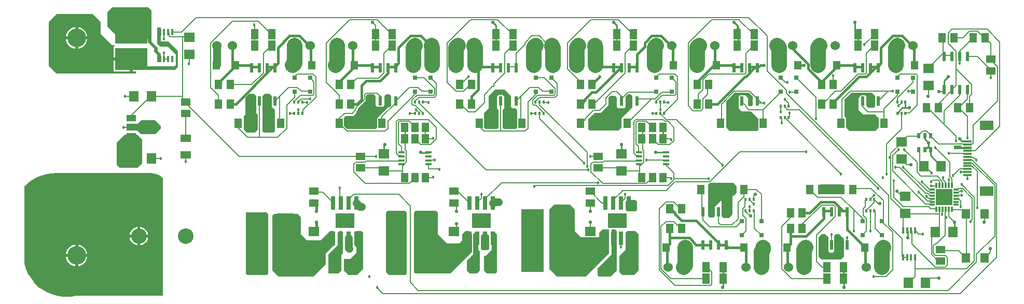
<source format=gbr>
G04 EAGLE Gerber RS-274X export*
G75*
%MOMM*%
%FSLAX34Y34*%
%LPD*%
%INTop Copper*%
%IPPOS*%
%AMOC8*
5,1,8,0,0,1.08239X$1,22.5*%
G01*
%ADD10R,2.800000X1.000000*%
%ADD11R,1.600000X1.800000*%
%ADD12R,1.800000X1.600000*%
%ADD13C,1.524000*%
%ADD14C,2.540000*%
%ADD15R,1.400000X0.300000*%
%ADD16R,2.200000X1.600000*%
%ADD17R,1.200000X1.400000*%
%ADD18R,1.250000X1.750000*%
%ADD19R,1.750000X1.250000*%
%ADD20R,0.800000X0.800000*%
%ADD21C,3.048000*%
%ADD22R,1.300000X1.500000*%
%ADD23R,1.300000X1.600000*%
%ADD24R,1.600000X1.300000*%
%ADD25R,1.400000X1.600000*%
%ADD26R,0.600000X1.520000*%
%ADD27R,0.300000X0.500000*%
%ADD28R,1.500000X1.000000*%
%ADD29R,0.750000X2.200000*%
%ADD30R,3.100000X2.400000*%
%ADD31R,1.000000X0.400000*%
%ADD32R,0.400000X1.000000*%
%ADD33R,0.600000X0.900000*%
%ADD34C,0.130000*%
%ADD35R,0.850000X0.300000*%
%ADD36R,0.300000X0.850000*%
%ADD37R,5.250000X3.650000*%
%ADD38C,0.381000*%
%ADD39C,0.127000*%
%ADD40C,0.457200*%
%ADD41C,2.540000*%
%ADD42C,0.254000*%
%ADD43C,0.553200*%
%ADD44C,0.203200*%
%ADD45C,1.270000*%
%ADD46C,0.406400*%
%ADD47C,0.975000*%

G36*
X80005Y15265D02*
X80005Y15265D01*
X80018Y15267D01*
X80031Y15266D01*
X80191Y15282D01*
X85458Y16178D01*
X85603Y16222D01*
X85748Y16264D01*
X85755Y16268D01*
X85762Y16270D01*
X85891Y16348D01*
X86022Y16425D01*
X86030Y16432D01*
X86034Y16435D01*
X86042Y16444D01*
X86119Y16511D01*
X87145Y16511D01*
X87203Y16518D01*
X87260Y16516D01*
X87419Y16541D01*
X88419Y16762D01*
X88500Y16710D01*
X88609Y16658D01*
X88714Y16600D01*
X88752Y16591D01*
X88787Y16574D01*
X88906Y16551D01*
X89022Y16521D01*
X89080Y16517D01*
X89099Y16513D01*
X89120Y16515D01*
X89182Y16511D01*
X228600Y16511D01*
X228718Y16526D01*
X228837Y16533D01*
X228875Y16546D01*
X228916Y16551D01*
X229026Y16594D01*
X229139Y16631D01*
X229174Y16653D01*
X229211Y16668D01*
X229307Y16737D01*
X229408Y16801D01*
X229436Y16831D01*
X229469Y16854D01*
X229545Y16946D01*
X229626Y17033D01*
X229646Y17068D01*
X229671Y17099D01*
X229722Y17207D01*
X229780Y17311D01*
X229790Y17351D01*
X229807Y17387D01*
X229829Y17504D01*
X229859Y17619D01*
X229863Y17679D01*
X229867Y17699D01*
X229865Y17720D01*
X229869Y17780D01*
X229869Y208461D01*
X229851Y208608D01*
X229835Y208756D01*
X229831Y208766D01*
X229829Y208776D01*
X229775Y208914D01*
X229722Y209053D01*
X229716Y209062D01*
X229712Y209072D01*
X229625Y209192D01*
X229540Y209314D01*
X229530Y209324D01*
X229526Y209329D01*
X229514Y209338D01*
X229424Y209426D01*
X226394Y212014D01*
X226377Y212025D01*
X226364Y212039D01*
X226232Y212131D01*
X222834Y214214D01*
X222816Y214222D01*
X222801Y214233D01*
X222657Y214304D01*
X218974Y215829D01*
X218956Y215835D01*
X218939Y215844D01*
X218785Y215891D01*
X214909Y216821D01*
X214890Y216824D01*
X214872Y216830D01*
X214713Y216853D01*
X210739Y217165D01*
X210717Y217164D01*
X210640Y217169D01*
X56466Y217169D01*
X56447Y217167D01*
X56395Y217167D01*
X47998Y216696D01*
X47984Y216693D01*
X47856Y216680D01*
X39564Y215271D01*
X39551Y215267D01*
X39426Y215239D01*
X31344Y212911D01*
X31331Y212905D01*
X31209Y212864D01*
X23439Y209645D01*
X23427Y209639D01*
X23311Y209584D01*
X15950Y205515D01*
X15939Y205507D01*
X15829Y205439D01*
X8970Y200573D01*
X8960Y200563D01*
X8859Y200484D01*
X4234Y196351D01*
X4146Y196250D01*
X4054Y196152D01*
X4042Y196130D01*
X4026Y196111D01*
X3965Y195991D01*
X3900Y195873D01*
X3894Y195849D01*
X3883Y195827D01*
X3854Y195695D01*
X3821Y195566D01*
X3819Y195530D01*
X3816Y195516D01*
X3816Y195495D01*
X3811Y195405D01*
X3811Y69308D01*
X3822Y69220D01*
X3823Y69131D01*
X3849Y69006D01*
X3851Y68992D01*
X3853Y68987D01*
X3856Y68974D01*
X5506Y62929D01*
X5511Y62917D01*
X5513Y62904D01*
X5569Y62753D01*
X10967Y50462D01*
X10990Y50424D01*
X11006Y50383D01*
X11089Y50246D01*
X18782Y39244D01*
X18812Y39211D01*
X18835Y39174D01*
X18944Y39055D01*
X28635Y29766D01*
X28671Y29740D01*
X28701Y29707D01*
X28831Y29612D01*
X40148Y22392D01*
X40188Y22373D01*
X40224Y22348D01*
X40370Y22280D01*
X52878Y17406D01*
X52921Y17396D01*
X52961Y17377D01*
X53118Y17339D01*
X66336Y15000D01*
X66380Y14997D01*
X66424Y14987D01*
X66584Y14980D01*
X80005Y15265D01*
G37*
G36*
X184248Y379743D02*
X184248Y379743D01*
X184347Y379746D01*
X184405Y379763D01*
X184466Y379771D01*
X184558Y379807D01*
X184653Y379835D01*
X184705Y379865D01*
X184761Y379888D01*
X184841Y379946D01*
X184927Y379996D01*
X185002Y380062D01*
X185019Y380074D01*
X185026Y380084D01*
X185048Y380103D01*
X185838Y380893D01*
X185923Y381002D01*
X186011Y381109D01*
X186020Y381128D01*
X186032Y381144D01*
X186088Y381272D01*
X186147Y381397D01*
X186151Y381417D01*
X186159Y381436D01*
X186181Y381574D01*
X186207Y381710D01*
X186205Y381730D01*
X186209Y381750D01*
X186196Y381889D01*
X186187Y382027D01*
X186181Y382046D01*
X186179Y382066D01*
X186132Y382198D01*
X186089Y382329D01*
X186078Y382347D01*
X186071Y382366D01*
X185993Y382481D01*
X185919Y382598D01*
X185904Y382612D01*
X185893Y382629D01*
X185789Y382721D01*
X185687Y382816D01*
X185669Y382826D01*
X185654Y382839D01*
X185531Y382902D01*
X185409Y382970D01*
X185389Y382975D01*
X185371Y382984D01*
X185235Y383014D01*
X185101Y383049D01*
X185073Y383051D01*
X185061Y383054D01*
X185040Y383053D01*
X184940Y383059D01*
X180339Y383059D01*
X180339Y402580D01*
X180324Y402698D01*
X180317Y402817D01*
X180304Y402855D01*
X180299Y402895D01*
X180255Y403006D01*
X180219Y403119D01*
X180197Y403154D01*
X180182Y403191D01*
X180112Y403287D01*
X180049Y403388D01*
X180019Y403416D01*
X179995Y403448D01*
X179904Y403524D01*
X179817Y403606D01*
X179782Y403625D01*
X179750Y403651D01*
X179643Y403702D01*
X179539Y403759D01*
X179499Y403770D01*
X179463Y403787D01*
X179346Y403809D01*
X179231Y403839D01*
X179170Y403843D01*
X179150Y403847D01*
X179130Y403845D01*
X179070Y403849D01*
X177799Y403849D01*
X177799Y405120D01*
X177784Y405238D01*
X177777Y405357D01*
X177764Y405395D01*
X177759Y405435D01*
X177715Y405546D01*
X177679Y405659D01*
X177657Y405694D01*
X177642Y405731D01*
X177572Y405827D01*
X177509Y405928D01*
X177479Y405956D01*
X177455Y405988D01*
X177364Y406064D01*
X177277Y406146D01*
X177242Y406165D01*
X177210Y406191D01*
X177103Y406242D01*
X176999Y406299D01*
X176959Y406310D01*
X176923Y406327D01*
X176806Y406349D01*
X176691Y406379D01*
X176630Y406383D01*
X176610Y406387D01*
X176590Y406385D01*
X176530Y406389D01*
X149009Y406389D01*
X149009Y422434D01*
X149182Y423081D01*
X149517Y423660D01*
X149990Y424133D01*
X150367Y424351D01*
X150483Y424439D01*
X150601Y424524D01*
X150610Y424535D01*
X150620Y424543D01*
X150711Y424657D01*
X150804Y424769D01*
X150810Y424782D01*
X150818Y424792D01*
X150878Y424926D01*
X150939Y425057D01*
X150942Y425070D01*
X150947Y425083D01*
X150972Y425227D01*
X150999Y425370D01*
X150998Y425383D01*
X151001Y425396D01*
X150988Y425542D01*
X150979Y425687D01*
X150975Y425700D01*
X150974Y425713D01*
X150926Y425851D01*
X150881Y425989D01*
X150874Y426001D01*
X150870Y426014D01*
X150789Y426135D01*
X150711Y426258D01*
X150701Y426267D01*
X150694Y426279D01*
X150586Y426376D01*
X150480Y426476D01*
X150468Y426483D01*
X150458Y426492D01*
X150329Y426559D01*
X150201Y426630D01*
X150188Y426633D01*
X150176Y426639D01*
X150034Y426673D01*
X149893Y426709D01*
X149875Y426710D01*
X149866Y426712D01*
X149849Y426712D01*
X149732Y426719D01*
X146576Y426719D01*
X128269Y445026D01*
X128269Y463550D01*
X128257Y463648D01*
X128254Y463747D01*
X128237Y463805D01*
X128229Y463866D01*
X128193Y463958D01*
X128165Y464053D01*
X128135Y464105D01*
X128112Y464161D01*
X128054Y464241D01*
X128004Y464327D01*
X127938Y464402D01*
X127926Y464419D01*
X127916Y464426D01*
X127898Y464448D01*
X115198Y477148D01*
X115119Y477208D01*
X115047Y477276D01*
X114994Y477305D01*
X114946Y477342D01*
X114855Y477382D01*
X114769Y477430D01*
X114710Y477445D01*
X114654Y477469D01*
X114556Y477484D01*
X114461Y477509D01*
X114361Y477515D01*
X114340Y477519D01*
X114328Y477517D01*
X114300Y477519D01*
X57150Y477519D01*
X57052Y477507D01*
X56953Y477504D01*
X56895Y477487D01*
X56834Y477479D01*
X56742Y477443D01*
X56647Y477415D01*
X56595Y477385D01*
X56539Y477362D01*
X56459Y477304D01*
X56373Y477254D01*
X56298Y477188D01*
X56281Y477176D01*
X56274Y477166D01*
X56253Y477148D01*
X43553Y464448D01*
X43492Y464369D01*
X43424Y464297D01*
X43395Y464244D01*
X43358Y464196D01*
X43318Y464105D01*
X43270Y464019D01*
X43255Y463960D01*
X43231Y463904D01*
X43216Y463806D01*
X43191Y463711D01*
X43185Y463611D01*
X43181Y463590D01*
X43183Y463578D01*
X43181Y463550D01*
X43181Y393700D01*
X43193Y393602D01*
X43196Y393503D01*
X43213Y393445D01*
X43221Y393384D01*
X43257Y393292D01*
X43285Y393197D01*
X43306Y393161D01*
X43309Y393153D01*
X43318Y393138D01*
X43338Y393089D01*
X43396Y393009D01*
X43446Y392923D01*
X43475Y392891D01*
X43479Y392884D01*
X43488Y392875D01*
X43512Y392848D01*
X43524Y392831D01*
X43534Y392824D01*
X43553Y392803D01*
X56253Y380103D01*
X56331Y380042D01*
X56403Y379974D01*
X56456Y379945D01*
X56504Y379908D01*
X56595Y379868D01*
X56681Y379820D01*
X56740Y379805D01*
X56796Y379781D01*
X56894Y379766D01*
X56989Y379741D01*
X57089Y379735D01*
X57110Y379731D01*
X57122Y379733D01*
X57150Y379731D01*
X184150Y379731D01*
X184248Y379743D01*
G37*
G36*
X919522Y47633D02*
X919522Y47633D01*
X919564Y47631D01*
X919631Y47653D01*
X919701Y47665D01*
X919737Y47687D01*
X919778Y47700D01*
X919851Y47754D01*
X919894Y47780D01*
X919907Y47796D01*
X919928Y47812D01*
X958028Y85912D01*
X958053Y85946D01*
X958084Y85975D01*
X958116Y86038D01*
X958157Y86096D01*
X958167Y86137D01*
X958187Y86175D01*
X958200Y86264D01*
X958213Y86313D01*
X958210Y86334D01*
X958214Y86360D01*
X958214Y124460D01*
X958203Y124525D01*
X958201Y124591D01*
X958183Y124634D01*
X958175Y124681D01*
X958141Y124738D01*
X958116Y124798D01*
X958085Y124833D01*
X958060Y124874D01*
X958009Y124916D01*
X957965Y124964D01*
X957923Y124986D01*
X957886Y125015D01*
X957824Y125036D01*
X957765Y125067D01*
X957711Y125075D01*
X957674Y125087D01*
X957634Y125086D01*
X957580Y125094D01*
X947420Y125094D01*
X947378Y125087D01*
X947336Y125089D01*
X947269Y125067D01*
X947199Y125055D01*
X947163Y125033D01*
X947122Y125020D01*
X947049Y124966D01*
X947006Y124940D01*
X946993Y124924D01*
X946984Y124918D01*
X946982Y124916D01*
X946981Y124916D01*
X946972Y124908D01*
X941892Y119828D01*
X941867Y119794D01*
X941836Y119765D01*
X941804Y119702D01*
X941763Y119644D01*
X941753Y119603D01*
X941733Y119565D01*
X941721Y119479D01*
X941713Y119456D01*
X941713Y119448D01*
X941708Y119427D01*
X941710Y119406D01*
X941706Y119380D01*
X941706Y112394D01*
X912123Y112394D01*
X902334Y122183D01*
X902334Y157480D01*
X902327Y157522D01*
X902329Y157564D01*
X902307Y157631D01*
X902295Y157701D01*
X902273Y157737D01*
X902260Y157778D01*
X902206Y157851D01*
X902180Y157894D01*
X902164Y157907D01*
X902148Y157928D01*
X894528Y165548D01*
X894494Y165573D01*
X894465Y165604D01*
X894402Y165636D01*
X894344Y165677D01*
X894303Y165687D01*
X894265Y165707D01*
X894176Y165720D01*
X894127Y165733D01*
X894106Y165730D01*
X894080Y165734D01*
X868680Y165734D01*
X868638Y165727D01*
X868596Y165729D01*
X868529Y165707D01*
X868459Y165695D01*
X868423Y165673D01*
X868382Y165660D01*
X868309Y165606D01*
X868266Y165580D01*
X868253Y165564D01*
X868232Y165548D01*
X860612Y157928D01*
X860587Y157894D01*
X860556Y157865D01*
X860524Y157802D01*
X860483Y157744D01*
X860473Y157703D01*
X860453Y157665D01*
X860440Y157576D01*
X860428Y157527D01*
X860430Y157506D01*
X860426Y157480D01*
X860426Y60960D01*
X860433Y60918D01*
X860431Y60876D01*
X860453Y60809D01*
X860465Y60739D01*
X860487Y60703D01*
X860500Y60662D01*
X860536Y60614D01*
X860539Y60607D01*
X860552Y60592D01*
X860554Y60589D01*
X860580Y60546D01*
X860596Y60533D01*
X860612Y60512D01*
X873312Y47812D01*
X873346Y47787D01*
X873375Y47756D01*
X873438Y47724D01*
X873496Y47683D01*
X873537Y47673D01*
X873575Y47653D01*
X873664Y47640D01*
X873713Y47628D01*
X873734Y47630D01*
X873760Y47626D01*
X919480Y47626D01*
X919522Y47633D01*
G37*
G36*
X475022Y47633D02*
X475022Y47633D01*
X475064Y47631D01*
X475131Y47653D01*
X475201Y47665D01*
X475237Y47687D01*
X475278Y47700D01*
X475351Y47754D01*
X475394Y47780D01*
X475407Y47796D01*
X475428Y47812D01*
X495748Y68132D01*
X495773Y68166D01*
X495804Y68195D01*
X495836Y68258D01*
X495877Y68316D01*
X495887Y68357D01*
X495907Y68395D01*
X495920Y68484D01*
X495933Y68533D01*
X495930Y68554D01*
X495934Y68580D01*
X495934Y86097D01*
X508263Y98426D01*
X510540Y98426D01*
X510605Y98437D01*
X510671Y98439D01*
X510714Y98457D01*
X510761Y98465D01*
X510818Y98499D01*
X510878Y98524D01*
X510913Y98555D01*
X510954Y98580D01*
X510996Y98631D01*
X511044Y98675D01*
X511066Y98717D01*
X511095Y98754D01*
X511116Y98816D01*
X511147Y98875D01*
X511155Y98929D01*
X511167Y98966D01*
X511166Y99006D01*
X511174Y99060D01*
X511174Y119380D01*
X511167Y119422D01*
X511169Y119464D01*
X511147Y119531D01*
X511135Y119601D01*
X511113Y119637D01*
X511100Y119678D01*
X511046Y119751D01*
X511020Y119794D01*
X511004Y119807D01*
X510988Y119828D01*
X508448Y122368D01*
X508414Y122393D01*
X508385Y122424D01*
X508322Y122456D01*
X508264Y122497D01*
X508223Y122507D01*
X508185Y122527D01*
X508096Y122540D01*
X508047Y122553D01*
X508026Y122550D01*
X508000Y122554D01*
X502920Y122554D01*
X502878Y122547D01*
X502836Y122549D01*
X502769Y122527D01*
X502699Y122515D01*
X502663Y122493D01*
X502622Y122480D01*
X502549Y122426D01*
X502506Y122400D01*
X502493Y122384D01*
X502472Y122368D01*
X487417Y107314D01*
X465083Y107314D01*
X455294Y117103D01*
X455294Y144780D01*
X455287Y144822D01*
X455289Y144864D01*
X455267Y144931D01*
X455255Y145001D01*
X455233Y145037D01*
X455220Y145078D01*
X455166Y145151D01*
X455140Y145194D01*
X455124Y145207D01*
X455108Y145228D01*
X450028Y150308D01*
X449994Y150333D01*
X449965Y150364D01*
X449902Y150396D01*
X449844Y150437D01*
X449803Y150447D01*
X449765Y150467D01*
X449676Y150480D01*
X449627Y150493D01*
X449606Y150490D01*
X449580Y150494D01*
X411480Y150494D01*
X411438Y150487D01*
X411396Y150489D01*
X411329Y150467D01*
X411259Y150455D01*
X411223Y150433D01*
X411182Y150420D01*
X411109Y150366D01*
X411066Y150340D01*
X411053Y150324D01*
X411032Y150308D01*
X408492Y147768D01*
X408467Y147734D01*
X408436Y147705D01*
X408404Y147642D01*
X408363Y147584D01*
X408353Y147543D01*
X408333Y147505D01*
X408320Y147416D01*
X408308Y147367D01*
X408310Y147346D01*
X408306Y147320D01*
X408306Y58420D01*
X408313Y58378D01*
X408311Y58336D01*
X408333Y58269D01*
X408345Y58199D01*
X408367Y58163D01*
X408380Y58122D01*
X408412Y58080D01*
X408416Y58070D01*
X408433Y58050D01*
X408434Y58049D01*
X408460Y58006D01*
X408476Y57993D01*
X408492Y57972D01*
X418652Y47812D01*
X418686Y47787D01*
X418715Y47756D01*
X418778Y47724D01*
X418836Y47683D01*
X418877Y47673D01*
X418915Y47653D01*
X419004Y47640D01*
X419053Y47628D01*
X419074Y47630D01*
X419100Y47626D01*
X474980Y47626D01*
X475022Y47633D01*
G37*
G36*
X698542Y52713D02*
X698542Y52713D01*
X698584Y52711D01*
X698651Y52733D01*
X698721Y52745D01*
X698757Y52767D01*
X698798Y52780D01*
X698871Y52834D01*
X698914Y52860D01*
X698927Y52876D01*
X698948Y52892D01*
X734508Y88452D01*
X734533Y88486D01*
X734564Y88515D01*
X734596Y88578D01*
X734637Y88636D01*
X734647Y88677D01*
X734667Y88715D01*
X734680Y88804D01*
X734693Y88853D01*
X734690Y88874D01*
X734694Y88900D01*
X734694Y116840D01*
X734687Y116882D01*
X734689Y116924D01*
X734667Y116991D01*
X734655Y117061D01*
X734633Y117097D01*
X734620Y117138D01*
X734566Y117211D01*
X734540Y117254D01*
X734524Y117267D01*
X734508Y117288D01*
X729428Y122368D01*
X729394Y122393D01*
X729365Y122424D01*
X729302Y122456D01*
X729244Y122497D01*
X729203Y122507D01*
X729165Y122527D01*
X729076Y122540D01*
X729027Y122553D01*
X729006Y122550D01*
X728980Y122554D01*
X723900Y122554D01*
X723858Y122547D01*
X723816Y122549D01*
X723749Y122527D01*
X723679Y122515D01*
X723643Y122493D01*
X723602Y122480D01*
X723529Y122426D01*
X723486Y122400D01*
X723473Y122384D01*
X723452Y122368D01*
X718372Y117288D01*
X718347Y117254D01*
X718316Y117225D01*
X718284Y117162D01*
X718243Y117104D01*
X718233Y117063D01*
X718213Y117025D01*
X718200Y116936D01*
X718188Y116887D01*
X718190Y116866D01*
X718186Y116840D01*
X718186Y106943D01*
X713477Y102234D01*
X693683Y102234D01*
X678814Y117103D01*
X678814Y152400D01*
X678807Y152442D01*
X678809Y152484D01*
X678787Y152551D01*
X678775Y152621D01*
X678753Y152657D01*
X678740Y152698D01*
X678686Y152771D01*
X678660Y152814D01*
X678644Y152827D01*
X678628Y152848D01*
X676088Y155388D01*
X676054Y155413D01*
X676025Y155444D01*
X675962Y155476D01*
X675904Y155517D01*
X675863Y155527D01*
X675825Y155547D01*
X675736Y155560D01*
X675687Y155573D01*
X675666Y155570D01*
X675640Y155574D01*
X642620Y155574D01*
X642578Y155567D01*
X642536Y155569D01*
X642469Y155547D01*
X642399Y155535D01*
X642363Y155513D01*
X642322Y155500D01*
X642249Y155446D01*
X642206Y155420D01*
X642193Y155404D01*
X642172Y155388D01*
X639632Y152848D01*
X639607Y152814D01*
X639576Y152785D01*
X639544Y152722D01*
X639503Y152664D01*
X639493Y152623D01*
X639473Y152585D01*
X639460Y152496D01*
X639448Y152447D01*
X639450Y152426D01*
X639446Y152400D01*
X639446Y55880D01*
X639453Y55838D01*
X639451Y55796D01*
X639462Y55763D01*
X639462Y55746D01*
X639476Y55714D01*
X639485Y55659D01*
X639507Y55623D01*
X639520Y55582D01*
X639540Y55555D01*
X639547Y55539D01*
X639575Y55508D01*
X639600Y55466D01*
X639616Y55453D01*
X639632Y55432D01*
X642172Y52892D01*
X642206Y52867D01*
X642235Y52836D01*
X642298Y52804D01*
X642356Y52763D01*
X642397Y52753D01*
X642435Y52733D01*
X642524Y52720D01*
X642573Y52708D01*
X642594Y52710D01*
X642620Y52706D01*
X698500Y52706D01*
X698542Y52713D01*
G37*
G36*
X850965Y55257D02*
X850965Y55257D01*
X851031Y55259D01*
X851074Y55277D01*
X851121Y55285D01*
X851178Y55319D01*
X851238Y55344D01*
X851273Y55375D01*
X851314Y55400D01*
X851356Y55451D01*
X851404Y55495D01*
X851426Y55537D01*
X851455Y55574D01*
X851476Y55636D01*
X851507Y55695D01*
X851515Y55749D01*
X851527Y55786D01*
X851526Y55826D01*
X851534Y55880D01*
X851534Y157480D01*
X851523Y157545D01*
X851521Y157611D01*
X851503Y157654D01*
X851495Y157701D01*
X851461Y157758D01*
X851436Y157818D01*
X851405Y157853D01*
X851380Y157894D01*
X851329Y157936D01*
X851285Y157984D01*
X851243Y158006D01*
X851206Y158035D01*
X851144Y158056D01*
X851085Y158087D01*
X851031Y158095D01*
X850994Y158107D01*
X850954Y158106D01*
X850900Y158114D01*
X815340Y158114D01*
X815275Y158103D01*
X815209Y158101D01*
X815166Y158083D01*
X815119Y158075D01*
X815062Y158041D01*
X815002Y158016D01*
X814967Y157985D01*
X814926Y157960D01*
X814885Y157909D01*
X814836Y157865D01*
X814814Y157823D01*
X814785Y157786D01*
X814764Y157724D01*
X814733Y157665D01*
X814725Y157611D01*
X814713Y157574D01*
X814714Y157534D01*
X814706Y157480D01*
X814706Y55880D01*
X814717Y55815D01*
X814719Y55749D01*
X814737Y55706D01*
X814745Y55659D01*
X814779Y55602D01*
X814804Y55542D01*
X814835Y55507D01*
X814860Y55466D01*
X814911Y55425D01*
X814955Y55376D01*
X814997Y55354D01*
X815034Y55325D01*
X815096Y55304D01*
X815155Y55273D01*
X815209Y55265D01*
X815246Y55253D01*
X815286Y55254D01*
X815340Y55246D01*
X850900Y55246D01*
X850965Y55257D01*
G37*
G36*
X398822Y50173D02*
X398822Y50173D01*
X398864Y50171D01*
X398931Y50193D01*
X399001Y50205D01*
X399037Y50227D01*
X399078Y50240D01*
X399151Y50294D01*
X399194Y50320D01*
X399207Y50336D01*
X399228Y50352D01*
X401768Y52892D01*
X401793Y52926D01*
X401824Y52955D01*
X401847Y52999D01*
X401872Y53031D01*
X401879Y53051D01*
X401897Y53076D01*
X401907Y53117D01*
X401927Y53155D01*
X401936Y53220D01*
X401944Y53243D01*
X401944Y53259D01*
X401953Y53293D01*
X401950Y53314D01*
X401954Y53340D01*
X401954Y149860D01*
X401947Y149902D01*
X401949Y149944D01*
X401927Y150011D01*
X401915Y150081D01*
X401893Y150117D01*
X401880Y150158D01*
X401826Y150231D01*
X401800Y150274D01*
X401784Y150287D01*
X401768Y150308D01*
X399228Y152848D01*
X399194Y152873D01*
X399165Y152904D01*
X399102Y152936D01*
X399044Y152977D01*
X399003Y152987D01*
X398965Y153007D01*
X398876Y153020D01*
X398827Y153033D01*
X398806Y153030D01*
X398780Y153034D01*
X365760Y153034D01*
X365695Y153023D01*
X365629Y153021D01*
X365586Y153003D01*
X365539Y152995D01*
X365482Y152961D01*
X365422Y152936D01*
X365387Y152905D01*
X365346Y152880D01*
X365305Y152829D01*
X365256Y152785D01*
X365234Y152743D01*
X365205Y152706D01*
X365184Y152644D01*
X365153Y152585D01*
X365145Y152531D01*
X365133Y152494D01*
X365134Y152454D01*
X365126Y152400D01*
X365126Y53340D01*
X365133Y53298D01*
X365131Y53256D01*
X365142Y53223D01*
X365142Y53206D01*
X365156Y53174D01*
X365165Y53119D01*
X365187Y53083D01*
X365200Y53042D01*
X365220Y53016D01*
X365227Y52999D01*
X365255Y52967D01*
X365280Y52926D01*
X365296Y52913D01*
X365312Y52892D01*
X367852Y50352D01*
X367886Y50327D01*
X367915Y50296D01*
X367978Y50264D01*
X368036Y50223D01*
X368077Y50213D01*
X368115Y50193D01*
X368204Y50180D01*
X368253Y50168D01*
X368274Y50170D01*
X368300Y50166D01*
X398780Y50166D01*
X398822Y50173D01*
G37*
G36*
X624882Y50173D02*
X624882Y50173D01*
X624924Y50171D01*
X624991Y50193D01*
X625061Y50205D01*
X625097Y50227D01*
X625138Y50240D01*
X625211Y50294D01*
X625254Y50320D01*
X625267Y50336D01*
X625288Y50352D01*
X627828Y52892D01*
X627853Y52926D01*
X627884Y52955D01*
X627907Y52999D01*
X627932Y53031D01*
X627939Y53051D01*
X627957Y53076D01*
X627967Y53117D01*
X627987Y53155D01*
X627996Y53220D01*
X628004Y53243D01*
X628004Y53259D01*
X628013Y53293D01*
X628010Y53314D01*
X628014Y53340D01*
X628014Y152400D01*
X628007Y152442D01*
X628009Y152484D01*
X627987Y152551D01*
X627975Y152621D01*
X627953Y152657D01*
X627940Y152698D01*
X627886Y152771D01*
X627860Y152814D01*
X627844Y152827D01*
X627828Y152848D01*
X625288Y155388D01*
X625254Y155413D01*
X625225Y155444D01*
X625162Y155476D01*
X625104Y155517D01*
X625063Y155527D01*
X625025Y155547D01*
X624936Y155560D01*
X624887Y155573D01*
X624866Y155570D01*
X624840Y155574D01*
X596900Y155574D01*
X596858Y155567D01*
X596816Y155569D01*
X596749Y155547D01*
X596679Y155535D01*
X596643Y155513D01*
X596602Y155500D01*
X596529Y155446D01*
X596486Y155420D01*
X596473Y155404D01*
X596452Y155388D01*
X593912Y152848D01*
X593887Y152814D01*
X593856Y152785D01*
X593824Y152722D01*
X593783Y152664D01*
X593773Y152623D01*
X593753Y152585D01*
X593740Y152496D01*
X593728Y152447D01*
X593730Y152426D01*
X593726Y152400D01*
X593726Y55880D01*
X593733Y55838D01*
X593731Y55796D01*
X593745Y55753D01*
X593745Y55743D01*
X593754Y55722D01*
X593765Y55659D01*
X593787Y55623D01*
X593800Y55582D01*
X593824Y55550D01*
X593830Y55536D01*
X593855Y55508D01*
X593880Y55466D01*
X593896Y55453D01*
X593912Y55432D01*
X598992Y50352D01*
X599026Y50327D01*
X599055Y50296D01*
X599118Y50264D01*
X599176Y50223D01*
X599217Y50213D01*
X599255Y50193D01*
X599344Y50180D01*
X599393Y50168D01*
X599414Y50170D01*
X599440Y50166D01*
X624840Y50166D01*
X624882Y50173D01*
G37*
G36*
X226125Y398157D02*
X226125Y398157D01*
X226191Y398159D01*
X226234Y398177D01*
X226281Y398185D01*
X226338Y398219D01*
X226398Y398244D01*
X226433Y398275D01*
X226474Y398300D01*
X226516Y398351D01*
X226564Y398395D01*
X226586Y398437D01*
X226615Y398474D01*
X226636Y398536D01*
X226667Y398595D01*
X226675Y398649D01*
X226687Y398686D01*
X226686Y398726D01*
X226694Y398780D01*
X226694Y411480D01*
X226687Y411522D01*
X226689Y411564D01*
X226681Y411588D01*
X226681Y411596D01*
X226671Y411621D01*
X226667Y411631D01*
X226655Y411701D01*
X226633Y411737D01*
X226620Y411778D01*
X226566Y411851D01*
X226540Y411894D01*
X226524Y411907D01*
X226508Y411928D01*
X221614Y416823D01*
X221614Y421640D01*
X221607Y421682D01*
X221609Y421724D01*
X221587Y421791D01*
X221575Y421861D01*
X221553Y421897D01*
X221540Y421938D01*
X221486Y422011D01*
X221460Y422054D01*
X221444Y422067D01*
X221428Y422088D01*
X211454Y432063D01*
X211454Y482600D01*
X211447Y482642D01*
X211449Y482684D01*
X211427Y482751D01*
X211415Y482821D01*
X211393Y482857D01*
X211380Y482898D01*
X211326Y482971D01*
X211300Y483014D01*
X211284Y483027D01*
X211268Y483048D01*
X206313Y488003D01*
X206279Y488028D01*
X206250Y488059D01*
X206187Y488091D01*
X206129Y488132D01*
X206088Y488142D01*
X206050Y488162D01*
X205961Y488175D01*
X205912Y488188D01*
X205891Y488185D01*
X205865Y488189D01*
X147195Y488189D01*
X147153Y488182D01*
X147111Y488184D01*
X147044Y488162D01*
X146974Y488150D01*
X146938Y488128D01*
X146897Y488115D01*
X146824Y488061D01*
X146781Y488035D01*
X146768Y488019D01*
X146747Y488003D01*
X139252Y480508D01*
X139227Y480474D01*
X139196Y480445D01*
X139164Y480382D01*
X139123Y480324D01*
X139113Y480283D01*
X139093Y480245D01*
X139080Y480156D01*
X139068Y480107D01*
X139070Y480086D01*
X139066Y480060D01*
X139066Y457200D01*
X139073Y457158D01*
X139071Y457116D01*
X139093Y457049D01*
X139105Y456979D01*
X139127Y456943D01*
X139140Y456902D01*
X139194Y456829D01*
X139220Y456786D01*
X139236Y456773D01*
X139252Y456752D01*
X151952Y444052D01*
X151986Y444027D01*
X152015Y443996D01*
X152078Y443964D01*
X152136Y443923D01*
X152177Y443913D01*
X152215Y443893D01*
X152304Y443880D01*
X152353Y443868D01*
X152374Y443870D01*
X152400Y443866D01*
X154677Y443866D01*
X157032Y441512D01*
X157066Y441487D01*
X157095Y441456D01*
X157158Y441424D01*
X157216Y441383D01*
X157257Y441373D01*
X157295Y441353D01*
X157384Y441340D01*
X157433Y441328D01*
X157454Y441330D01*
X157480Y441326D01*
X200397Y441326D01*
X205106Y436617D01*
X205106Y431800D01*
X205113Y431758D01*
X205111Y431716D01*
X205133Y431649D01*
X205145Y431579D01*
X205167Y431543D01*
X205180Y431502D01*
X205234Y431429D01*
X205260Y431386D01*
X205276Y431373D01*
X205292Y431352D01*
X215266Y421377D01*
X215266Y416560D01*
X215273Y416518D01*
X215271Y416476D01*
X215293Y416409D01*
X215305Y416339D01*
X215327Y416303D01*
X215340Y416262D01*
X215383Y416204D01*
X215385Y416201D01*
X215390Y416195D01*
X215394Y416189D01*
X215420Y416146D01*
X215436Y416133D01*
X215452Y416112D01*
X220346Y411217D01*
X220346Y398780D01*
X220357Y398715D01*
X220359Y398649D01*
X220377Y398606D01*
X220385Y398559D01*
X220419Y398502D01*
X220444Y398442D01*
X220475Y398407D01*
X220500Y398366D01*
X220551Y398325D01*
X220595Y398276D01*
X220637Y398254D01*
X220674Y398225D01*
X220736Y398204D01*
X220795Y398173D01*
X220849Y398165D01*
X220886Y398153D01*
X220926Y398154D01*
X220980Y398146D01*
X226060Y398146D01*
X226125Y398157D01*
G37*
G36*
X1392007Y286017D02*
X1392007Y286017D01*
X1392094Y286020D01*
X1392147Y286037D01*
X1392202Y286045D01*
X1392281Y286080D01*
X1392365Y286107D01*
X1392404Y286135D01*
X1392461Y286161D01*
X1392574Y286257D01*
X1392638Y286302D01*
X1397718Y291382D01*
X1397734Y291404D01*
X1397754Y291421D01*
X1397786Y291469D01*
X1397830Y291516D01*
X1397856Y291565D01*
X1397889Y291609D01*
X1397901Y291641D01*
X1397912Y291657D01*
X1397926Y291704D01*
X1397960Y291769D01*
X1397968Y291817D01*
X1397990Y291875D01*
X1397993Y291915D01*
X1397998Y291928D01*
X1397999Y291982D01*
X1398002Y292023D01*
X1398015Y292100D01*
X1398015Y307340D01*
X1398007Y307396D01*
X1398009Y307441D01*
X1398002Y307468D01*
X1398000Y307514D01*
X1397983Y307567D01*
X1397975Y307622D01*
X1397942Y307696D01*
X1397937Y307716D01*
X1397932Y307724D01*
X1397913Y307785D01*
X1397885Y307824D01*
X1397859Y307881D01*
X1397763Y307994D01*
X1397718Y308058D01*
X1392638Y313138D01*
X1392568Y313190D01*
X1392504Y313250D01*
X1392455Y313276D01*
X1392411Y313309D01*
X1392329Y313340D01*
X1392251Y313380D01*
X1392204Y313388D01*
X1392145Y313410D01*
X1391997Y313422D01*
X1391920Y313435D01*
X1372021Y313435D01*
X1364995Y320461D01*
X1364995Y339940D01*
X1367032Y341976D01*
X1367084Y342046D01*
X1367144Y342110D01*
X1367170Y342159D01*
X1367203Y342203D01*
X1367234Y342285D01*
X1367274Y342363D01*
X1367282Y342411D01*
X1367304Y342469D01*
X1367316Y342617D01*
X1367329Y342694D01*
X1367329Y342826D01*
X1368074Y343571D01*
X1368206Y343571D01*
X1368293Y343583D01*
X1368380Y343586D01*
X1368433Y343603D01*
X1368487Y343611D01*
X1368567Y343646D01*
X1368651Y343673D01*
X1368690Y343701D01*
X1368747Y343727D01*
X1368860Y343823D01*
X1368924Y343868D01*
X1369481Y344425D01*
X1376260Y344425D01*
X1378205Y342480D01*
X1378205Y327660D01*
X1378217Y327573D01*
X1378220Y327486D01*
X1378237Y327433D01*
X1378245Y327379D01*
X1378280Y327299D01*
X1378307Y327215D01*
X1378335Y327176D01*
X1378361Y327119D01*
X1378440Y327026D01*
X1378459Y326994D01*
X1378478Y326976D01*
X1378502Y326942D01*
X1381042Y324402D01*
X1381112Y324350D01*
X1381176Y324290D01*
X1381225Y324264D01*
X1381269Y324231D01*
X1381351Y324200D01*
X1381429Y324160D01*
X1381477Y324152D01*
X1381535Y324130D01*
X1381683Y324118D01*
X1381760Y324105D01*
X1389380Y324105D01*
X1389467Y324117D01*
X1389554Y324120D01*
X1389607Y324137D01*
X1389662Y324145D01*
X1389741Y324180D01*
X1389825Y324207D01*
X1389864Y324235D01*
X1389921Y324261D01*
X1390034Y324357D01*
X1390098Y324402D01*
X1392432Y326736D01*
X1392484Y326806D01*
X1392544Y326870D01*
X1392570Y326919D01*
X1392603Y326963D01*
X1392634Y327045D01*
X1392674Y327123D01*
X1392682Y327171D01*
X1392704Y327229D01*
X1392716Y327377D01*
X1392729Y327454D01*
X1392729Y343106D01*
X1392717Y343193D01*
X1392714Y343280D01*
X1392697Y343333D01*
X1392689Y343387D01*
X1392654Y343467D01*
X1392627Y343551D01*
X1392599Y343590D01*
X1392573Y343647D01*
X1392477Y343760D01*
X1392432Y343824D01*
X1387558Y348698D01*
X1387488Y348750D01*
X1387424Y348810D01*
X1387375Y348836D01*
X1387331Y348869D01*
X1387249Y348900D01*
X1387171Y348940D01*
X1387124Y348948D01*
X1387065Y348970D01*
X1386917Y348982D01*
X1386840Y348995D01*
X1353820Y348995D01*
X1353733Y348983D01*
X1353646Y348980D01*
X1353593Y348963D01*
X1353539Y348955D01*
X1353459Y348920D01*
X1353375Y348893D01*
X1353336Y348865D01*
X1353279Y348839D01*
X1353166Y348743D01*
X1353102Y348698D01*
X1342942Y338538D01*
X1342890Y338468D01*
X1342830Y338404D01*
X1342804Y338355D01*
X1342771Y338311D01*
X1342740Y338229D01*
X1342700Y338151D01*
X1342692Y338104D01*
X1342670Y338045D01*
X1342663Y337965D01*
X1342659Y337950D01*
X1342657Y337895D01*
X1342645Y337820D01*
X1342645Y309880D01*
X1342657Y309793D01*
X1342660Y309706D01*
X1342677Y309653D01*
X1342685Y309599D01*
X1342720Y309519D01*
X1342747Y309435D01*
X1342775Y309396D01*
X1342801Y309339D01*
X1342897Y309226D01*
X1342942Y309162D01*
X1345185Y306920D01*
X1345185Y292100D01*
X1345196Y292019D01*
X1345195Y291980D01*
X1345198Y291967D01*
X1345200Y291926D01*
X1345217Y291873D01*
X1345225Y291819D01*
X1345255Y291750D01*
X1345267Y291705D01*
X1345276Y291689D01*
X1345287Y291655D01*
X1345315Y291616D01*
X1345341Y291559D01*
X1345384Y291508D01*
X1345412Y291460D01*
X1345455Y291421D01*
X1345482Y291382D01*
X1350562Y286302D01*
X1350632Y286250D01*
X1350696Y286190D01*
X1350745Y286164D01*
X1350789Y286131D01*
X1350871Y286100D01*
X1350949Y286060D01*
X1350997Y286052D01*
X1351055Y286030D01*
X1351203Y286018D01*
X1351280Y286005D01*
X1391920Y286005D01*
X1392007Y286017D01*
G37*
G36*
X576622Y288933D02*
X576622Y288933D01*
X576664Y288931D01*
X576731Y288953D01*
X576801Y288965D01*
X576837Y288987D01*
X576878Y289000D01*
X576951Y289054D01*
X576994Y289080D01*
X577007Y289096D01*
X577028Y289112D01*
X579393Y291477D01*
X579418Y291511D01*
X579449Y291540D01*
X579481Y291603D01*
X579522Y291661D01*
X579532Y291702D01*
X579552Y291740D01*
X579565Y291829D01*
X579578Y291878D01*
X579575Y291899D01*
X579579Y291925D01*
X579579Y306976D01*
X580374Y307771D01*
X580392Y307782D01*
X580433Y307795D01*
X580506Y307849D01*
X580549Y307875D01*
X580562Y307891D01*
X580583Y307907D01*
X597163Y324486D01*
X599340Y324486D01*
X599382Y324493D01*
X599425Y324491D01*
X599492Y324513D01*
X599561Y324525D01*
X599598Y324547D01*
X599638Y324560D01*
X599711Y324614D01*
X599754Y324640D01*
X599768Y324656D01*
X599789Y324672D01*
X602428Y327311D01*
X602453Y327346D01*
X602484Y327375D01*
X602516Y327437D01*
X602557Y327495D01*
X602567Y327536D01*
X602587Y327574D01*
X602600Y327664D01*
X602613Y327713D01*
X602610Y327733D01*
X602614Y327760D01*
X602614Y342900D01*
X602607Y342942D01*
X602609Y342984D01*
X602587Y343051D01*
X602575Y343121D01*
X602553Y343157D01*
X602540Y343198D01*
X602486Y343271D01*
X602460Y343314D01*
X602444Y343327D01*
X602428Y343348D01*
X599888Y345888D01*
X599854Y345913D01*
X599825Y345944D01*
X599762Y345976D01*
X599704Y346017D01*
X599663Y346027D01*
X599625Y346047D01*
X599536Y346060D01*
X599487Y346073D01*
X599466Y346070D01*
X599440Y346074D01*
X594360Y346074D01*
X594318Y346067D01*
X594276Y346069D01*
X594209Y346047D01*
X594139Y346035D01*
X594103Y346013D01*
X594062Y346000D01*
X593989Y345946D01*
X593946Y345920D01*
X593933Y345904D01*
X593912Y345888D01*
X591372Y343348D01*
X591347Y343314D01*
X591316Y343285D01*
X591284Y343222D01*
X591243Y343164D01*
X591233Y343123D01*
X591213Y343085D01*
X591200Y342996D01*
X591188Y342947D01*
X591190Y342926D01*
X591186Y342900D01*
X591186Y327923D01*
X589017Y325754D01*
X579383Y325754D01*
X577214Y327923D01*
X577214Y342900D01*
X577207Y342942D01*
X577209Y342984D01*
X577187Y343051D01*
X577175Y343121D01*
X577153Y343157D01*
X577140Y343198D01*
X577086Y343271D01*
X577060Y343314D01*
X577044Y343327D01*
X577028Y343348D01*
X574488Y345888D01*
X574454Y345913D01*
X574425Y345944D01*
X574362Y345976D01*
X574304Y346017D01*
X574263Y346027D01*
X574225Y346047D01*
X574136Y346060D01*
X574087Y346073D01*
X574066Y346070D01*
X574040Y346074D01*
X563880Y346074D01*
X563838Y346067D01*
X563796Y346069D01*
X563729Y346047D01*
X563659Y346035D01*
X563623Y346013D01*
X563582Y346000D01*
X563509Y345946D01*
X563466Y345920D01*
X563453Y345904D01*
X563432Y345888D01*
X560892Y343348D01*
X560867Y343314D01*
X560836Y343285D01*
X560804Y343222D01*
X560763Y343164D01*
X560753Y343123D01*
X560733Y343085D01*
X560720Y342996D01*
X560708Y342947D01*
X560710Y342926D01*
X560706Y342900D01*
X560706Y335543D01*
X548192Y323028D01*
X548167Y322994D01*
X548136Y322965D01*
X548104Y322902D01*
X548063Y322844D01*
X548053Y322803D01*
X548033Y322765D01*
X548020Y322676D01*
X548008Y322627D01*
X548010Y322606D01*
X548006Y322580D01*
X548006Y320303D01*
X545652Y317948D01*
X545627Y317914D01*
X545596Y317885D01*
X545564Y317822D01*
X545523Y317764D01*
X545513Y317723D01*
X545493Y317685D01*
X545480Y317596D01*
X545468Y317547D01*
X545470Y317526D01*
X545466Y317500D01*
X545466Y315223D01*
X540757Y310514D01*
X528320Y310514D01*
X528278Y310507D01*
X528236Y310509D01*
X528169Y310487D01*
X528099Y310475D01*
X528063Y310453D01*
X528022Y310440D01*
X527949Y310386D01*
X527906Y310360D01*
X527893Y310344D01*
X527884Y310338D01*
X527882Y310336D01*
X527881Y310336D01*
X527872Y310328D01*
X525369Y307825D01*
X525331Y307771D01*
X525286Y307724D01*
X525267Y307680D01*
X525240Y307641D01*
X525224Y307577D01*
X525198Y307517D01*
X525196Y307470D01*
X525185Y307424D01*
X525191Y307359D01*
X525188Y307293D01*
X525203Y307248D01*
X525208Y307201D01*
X525237Y307142D01*
X525257Y307079D01*
X525290Y307035D01*
X525307Y307000D01*
X525321Y306987D01*
X525321Y294465D01*
X525328Y294423D01*
X525326Y294381D01*
X525348Y294314D01*
X525360Y294244D01*
X525382Y294208D01*
X525395Y294167D01*
X525449Y294094D01*
X525475Y294051D01*
X525491Y294038D01*
X525507Y294017D01*
X530412Y289112D01*
X530446Y289087D01*
X530475Y289056D01*
X530538Y289024D01*
X530596Y288983D01*
X530637Y288973D01*
X530675Y288953D01*
X530764Y288940D01*
X530813Y288928D01*
X530834Y288930D01*
X530860Y288926D01*
X576580Y288926D01*
X576622Y288933D01*
G37*
G36*
X972862Y286393D02*
X972862Y286393D01*
X972904Y286391D01*
X972971Y286413D01*
X973041Y286425D01*
X973077Y286447D01*
X973118Y286460D01*
X973191Y286514D01*
X973234Y286540D01*
X973247Y286556D01*
X973268Y286572D01*
X978348Y291652D01*
X978373Y291686D01*
X978404Y291715D01*
X978428Y291761D01*
X978449Y291788D01*
X978455Y291805D01*
X978477Y291836D01*
X978487Y291877D01*
X978507Y291915D01*
X978518Y291990D01*
X978521Y292000D01*
X978521Y292008D01*
X978533Y292053D01*
X978530Y292074D01*
X978534Y292100D01*
X978534Y307077D01*
X996128Y324672D01*
X996153Y324706D01*
X996184Y324735D01*
X996216Y324798D01*
X996257Y324856D01*
X996267Y324897D01*
X996287Y324935D01*
X996300Y325024D01*
X996313Y325073D01*
X996310Y325094D01*
X996314Y325120D01*
X996314Y342900D01*
X996307Y342942D01*
X996309Y342984D01*
X996287Y343051D01*
X996275Y343121D01*
X996253Y343157D01*
X996240Y343198D01*
X996186Y343271D01*
X996160Y343314D01*
X996144Y343327D01*
X996128Y343348D01*
X993588Y345888D01*
X993554Y345913D01*
X993525Y345944D01*
X993462Y345976D01*
X993404Y346017D01*
X993363Y346027D01*
X993325Y346047D01*
X993236Y346060D01*
X993187Y346073D01*
X993166Y346070D01*
X993140Y346074D01*
X988795Y346074D01*
X988753Y346067D01*
X988710Y346069D01*
X988643Y346047D01*
X988574Y346035D01*
X988537Y346013D01*
X988497Y346000D01*
X988424Y345946D01*
X988381Y345920D01*
X988367Y345904D01*
X988346Y345888D01*
X985072Y342614D01*
X985047Y342579D01*
X985016Y342550D01*
X984984Y342488D01*
X984943Y342430D01*
X984933Y342389D01*
X984913Y342351D01*
X984900Y342261D01*
X984888Y342212D01*
X984890Y342192D01*
X984886Y342165D01*
X984886Y325383D01*
X982717Y323214D01*
X973083Y323214D01*
X970914Y325383D01*
X970914Y340360D01*
X970907Y340402D01*
X970909Y340444D01*
X970887Y340511D01*
X970875Y340581D01*
X970853Y340617D01*
X970840Y340658D01*
X970786Y340731D01*
X970760Y340774D01*
X970744Y340787D01*
X970728Y340808D01*
X968188Y343348D01*
X968154Y343373D01*
X968125Y343404D01*
X968062Y343436D01*
X968004Y343477D01*
X967963Y343487D01*
X967925Y343507D01*
X967836Y343520D01*
X967787Y343533D01*
X967766Y343530D01*
X967740Y343534D01*
X960120Y343534D01*
X960078Y343527D01*
X960036Y343529D01*
X959969Y343507D01*
X959899Y343495D01*
X959863Y343473D01*
X959822Y343460D01*
X959749Y343406D01*
X959706Y343380D01*
X959693Y343364D01*
X959672Y343348D01*
X957132Y340808D01*
X957107Y340774D01*
X957076Y340745D01*
X957044Y340682D01*
X957003Y340624D01*
X956993Y340583D01*
X956973Y340545D01*
X956960Y340456D01*
X956948Y340407D01*
X956950Y340386D01*
X956946Y340360D01*
X956946Y327923D01*
X944617Y315594D01*
X934720Y315594D01*
X934678Y315587D01*
X934636Y315589D01*
X934569Y315567D01*
X934499Y315555D01*
X934463Y315533D01*
X934422Y315520D01*
X934349Y315466D01*
X934306Y315440D01*
X934293Y315424D01*
X934272Y315408D01*
X924112Y305248D01*
X924087Y305214D01*
X924056Y305185D01*
X924024Y305122D01*
X923983Y305064D01*
X923973Y305023D01*
X923953Y304985D01*
X923940Y304896D01*
X923939Y304890D01*
X923933Y304873D01*
X923933Y304868D01*
X923928Y304847D01*
X923930Y304826D01*
X923926Y304800D01*
X923926Y289560D01*
X923933Y289518D01*
X923931Y289476D01*
X923942Y289443D01*
X923942Y289426D01*
X923956Y289394D01*
X923965Y289339D01*
X923987Y289303D01*
X924000Y289262D01*
X924020Y289236D01*
X924027Y289219D01*
X924055Y289187D01*
X924080Y289146D01*
X924096Y289133D01*
X924112Y289112D01*
X926652Y286572D01*
X926686Y286547D01*
X926715Y286516D01*
X926778Y286484D01*
X926836Y286443D01*
X926877Y286433D01*
X926915Y286413D01*
X927004Y286400D01*
X927053Y286388D01*
X927074Y286390D01*
X927100Y286386D01*
X972820Y286386D01*
X972862Y286393D01*
G37*
G36*
X774742Y288933D02*
X774742Y288933D01*
X774784Y288931D01*
X774851Y288953D01*
X774921Y288965D01*
X774957Y288987D01*
X774998Y289000D01*
X775071Y289054D01*
X775114Y289080D01*
X775127Y289096D01*
X775148Y289112D01*
X777688Y291652D01*
X777713Y291686D01*
X777744Y291715D01*
X777767Y291759D01*
X777792Y291791D01*
X777799Y291811D01*
X777817Y291836D01*
X777827Y291877D01*
X777847Y291915D01*
X777856Y291980D01*
X777864Y292003D01*
X777864Y292019D01*
X777873Y292053D01*
X777870Y292074D01*
X777874Y292100D01*
X777874Y320040D01*
X777867Y320082D01*
X777869Y320124D01*
X777847Y320191D01*
X777835Y320261D01*
X777813Y320297D01*
X777800Y320338D01*
X777746Y320411D01*
X777720Y320454D01*
X777704Y320467D01*
X777688Y320488D01*
X775334Y322843D01*
X775334Y342637D01*
X777503Y344806D01*
X784597Y344806D01*
X786766Y342637D01*
X786766Y322843D01*
X784412Y320488D01*
X784387Y320454D01*
X784356Y320425D01*
X784324Y320362D01*
X784283Y320304D01*
X784273Y320263D01*
X784253Y320225D01*
X784240Y320136D01*
X784228Y320087D01*
X784230Y320066D01*
X784226Y320040D01*
X784226Y292100D01*
X784233Y292058D01*
X784231Y292016D01*
X784242Y291983D01*
X784242Y291966D01*
X784256Y291934D01*
X784265Y291879D01*
X784287Y291843D01*
X784300Y291802D01*
X784320Y291776D01*
X784327Y291759D01*
X784355Y291727D01*
X784380Y291686D01*
X784396Y291673D01*
X784412Y291652D01*
X786952Y289112D01*
X786986Y289087D01*
X787015Y289056D01*
X787078Y289024D01*
X787136Y288983D01*
X787177Y288973D01*
X787215Y288953D01*
X787304Y288940D01*
X787353Y288928D01*
X787374Y288930D01*
X787400Y288926D01*
X805180Y288926D01*
X805222Y288933D01*
X805264Y288931D01*
X805331Y288953D01*
X805401Y288965D01*
X805437Y288987D01*
X805478Y289000D01*
X805551Y289054D01*
X805594Y289080D01*
X805607Y289096D01*
X805628Y289112D01*
X807993Y291477D01*
X808018Y291511D01*
X808049Y291540D01*
X808081Y291603D01*
X808122Y291661D01*
X808132Y291702D01*
X808152Y291740D01*
X808165Y291829D01*
X808178Y291878D01*
X808175Y291899D01*
X808179Y291925D01*
X808179Y306981D01*
X808193Y307000D01*
X808224Y307029D01*
X808256Y307092D01*
X808297Y307150D01*
X808307Y307191D01*
X808327Y307229D01*
X808340Y307318D01*
X808353Y307367D01*
X808350Y307388D01*
X808354Y307414D01*
X808354Y320040D01*
X808347Y320082D01*
X808349Y320124D01*
X808327Y320191D01*
X808315Y320261D01*
X808293Y320297D01*
X808280Y320338D01*
X808226Y320411D01*
X808200Y320454D01*
X808184Y320467D01*
X808168Y320488D01*
X805628Y323028D01*
X805594Y323053D01*
X805565Y323084D01*
X805502Y323116D01*
X805444Y323157D01*
X805403Y323167D01*
X805365Y323187D01*
X805276Y323200D01*
X805227Y323213D01*
X805206Y323210D01*
X805180Y323214D01*
X800363Y323214D01*
X798194Y325383D01*
X798194Y342900D01*
X798187Y342942D01*
X798189Y342984D01*
X798167Y343051D01*
X798155Y343121D01*
X798133Y343157D01*
X798120Y343198D01*
X798066Y343271D01*
X798040Y343314D01*
X798024Y343327D01*
X798008Y343348D01*
X787848Y353508D01*
X787814Y353533D01*
X787785Y353564D01*
X787722Y353596D01*
X787664Y353637D01*
X787623Y353647D01*
X787585Y353667D01*
X787496Y353680D01*
X787447Y353693D01*
X787426Y353690D01*
X787400Y353694D01*
X772160Y353694D01*
X772118Y353687D01*
X772076Y353689D01*
X772009Y353667D01*
X771939Y353655D01*
X771903Y353633D01*
X771862Y353620D01*
X771789Y353566D01*
X771746Y353540D01*
X771733Y353524D01*
X771712Y353508D01*
X761552Y343348D01*
X761527Y343314D01*
X761496Y343285D01*
X761464Y343222D01*
X761423Y343164D01*
X761413Y343123D01*
X761393Y343085D01*
X761380Y342996D01*
X761368Y342947D01*
X761370Y342926D01*
X761366Y342900D01*
X761366Y322843D01*
X753932Y315408D01*
X753907Y315374D01*
X753876Y315345D01*
X753844Y315282D01*
X753803Y315224D01*
X753793Y315183D01*
X753773Y315145D01*
X753760Y315056D01*
X753748Y315007D01*
X753750Y314986D01*
X753746Y314960D01*
X753746Y307414D01*
X753753Y307372D01*
X753751Y307330D01*
X753773Y307263D01*
X753785Y307193D01*
X753807Y307157D01*
X753820Y307116D01*
X753874Y307043D01*
X753900Y307000D01*
X753916Y306987D01*
X753921Y306980D01*
X753921Y291925D01*
X753928Y291883D01*
X753926Y291841D01*
X753948Y291774D01*
X753960Y291704D01*
X753982Y291668D01*
X753995Y291627D01*
X754049Y291554D01*
X754075Y291511D01*
X754091Y291498D01*
X754107Y291477D01*
X756472Y289112D01*
X756506Y289087D01*
X756535Y289056D01*
X756598Y289024D01*
X756656Y288983D01*
X756697Y288973D01*
X756735Y288953D01*
X756824Y288940D01*
X756873Y288928D01*
X756894Y288930D01*
X756920Y288926D01*
X774700Y288926D01*
X774742Y288933D01*
G37*
G36*
X1198967Y286017D02*
X1198967Y286017D01*
X1199054Y286020D01*
X1199107Y286037D01*
X1199162Y286045D01*
X1199241Y286080D01*
X1199325Y286107D01*
X1199364Y286135D01*
X1199421Y286161D01*
X1199534Y286257D01*
X1199598Y286302D01*
X1201831Y288536D01*
X1201867Y288582D01*
X1201909Y288623D01*
X1201952Y288696D01*
X1202002Y288763D01*
X1202023Y288817D01*
X1202053Y288868D01*
X1202074Y288950D01*
X1202104Y289029D01*
X1202108Y289087D01*
X1202123Y289144D01*
X1202120Y289228D01*
X1202127Y289312D01*
X1202116Y289369D01*
X1202114Y289428D01*
X1202088Y289508D01*
X1202071Y289591D01*
X1202044Y289643D01*
X1202026Y289698D01*
X1201986Y289754D01*
X1201940Y289843D01*
X1201879Y289907D01*
X1201879Y305356D01*
X1201872Y305404D01*
X1201873Y305411D01*
X1201870Y305420D01*
X1201867Y305443D01*
X1201864Y305530D01*
X1201847Y305583D01*
X1201839Y305637D01*
X1201804Y305717D01*
X1201777Y305801D01*
X1201749Y305840D01*
X1201723Y305897D01*
X1201627Y306010D01*
X1201582Y306074D01*
X1189438Y318218D01*
X1189368Y318270D01*
X1189304Y318330D01*
X1189255Y318356D01*
X1189211Y318389D01*
X1189129Y318420D01*
X1189051Y318460D01*
X1189004Y318468D01*
X1188945Y318490D01*
X1188797Y318502D01*
X1188720Y318515D01*
X1173901Y318515D01*
X1169415Y323001D01*
X1169415Y342480D01*
X1171361Y344425D01*
X1180680Y344425D01*
X1185165Y339940D01*
X1185165Y327660D01*
X1185173Y327602D01*
X1185171Y327544D01*
X1185193Y327462D01*
X1185205Y327379D01*
X1185229Y327325D01*
X1185243Y327269D01*
X1185286Y327196D01*
X1185321Y327119D01*
X1185359Y327074D01*
X1185389Y327024D01*
X1185450Y326966D01*
X1185505Y326902D01*
X1185553Y326870D01*
X1185596Y326830D01*
X1185671Y326791D01*
X1185741Y326745D01*
X1185797Y326727D01*
X1185849Y326700D01*
X1185917Y326689D01*
X1186012Y326659D01*
X1186112Y326656D01*
X1186180Y326645D01*
X1191260Y326645D01*
X1191318Y326653D01*
X1191376Y326651D01*
X1191458Y326673D01*
X1191542Y326685D01*
X1191595Y326709D01*
X1191651Y326723D01*
X1191724Y326766D01*
X1191801Y326801D01*
X1191846Y326839D01*
X1191896Y326869D01*
X1191954Y326930D01*
X1192018Y326985D01*
X1192050Y327033D01*
X1192090Y327076D01*
X1192129Y327151D01*
X1192176Y327221D01*
X1192193Y327277D01*
X1192220Y327329D01*
X1192231Y327397D01*
X1192261Y327492D01*
X1192264Y327592D01*
X1192275Y327660D01*
X1192275Y342897D01*
X1192268Y342949D01*
X1192269Y342975D01*
X1192263Y342998D01*
X1192260Y343071D01*
X1192243Y343123D01*
X1192235Y343178D01*
X1192200Y343258D01*
X1192173Y343341D01*
X1192145Y343380D01*
X1192119Y343438D01*
X1192023Y343551D01*
X1191978Y343614D01*
X1186894Y348698D01*
X1186825Y348750D01*
X1186761Y348810D01*
X1186711Y348836D01*
X1186667Y348869D01*
X1186586Y348900D01*
X1186508Y348940D01*
X1186460Y348948D01*
X1186402Y348970D01*
X1186254Y348982D01*
X1186177Y348995D01*
X1163323Y348995D01*
X1163237Y348983D01*
X1163149Y348980D01*
X1163097Y348963D01*
X1163042Y348955D01*
X1162962Y348920D01*
X1162879Y348893D01*
X1162840Y348865D01*
X1162782Y348839D01*
X1162669Y348743D01*
X1162605Y348698D01*
X1149902Y335994D01*
X1149850Y335925D01*
X1149790Y335861D01*
X1149764Y335811D01*
X1149731Y335767D01*
X1149700Y335686D01*
X1149660Y335608D01*
X1149652Y335560D01*
X1149630Y335502D01*
X1149618Y335354D01*
X1149605Y335277D01*
X1149605Y292100D01*
X1149616Y292019D01*
X1149615Y291980D01*
X1149618Y291967D01*
X1149620Y291926D01*
X1149637Y291873D01*
X1149645Y291819D01*
X1149675Y291750D01*
X1149687Y291705D01*
X1149696Y291689D01*
X1149707Y291655D01*
X1149735Y291616D01*
X1149761Y291559D01*
X1149804Y291508D01*
X1149832Y291460D01*
X1149875Y291421D01*
X1149902Y291382D01*
X1154982Y286302D01*
X1155052Y286250D01*
X1155116Y286190D01*
X1155165Y286164D01*
X1155209Y286131D01*
X1155291Y286100D01*
X1155369Y286060D01*
X1155417Y286052D01*
X1155475Y286030D01*
X1155623Y286018D01*
X1155700Y286005D01*
X1198880Y286005D01*
X1198967Y286017D01*
G37*
G36*
X188002Y225433D02*
X188002Y225433D01*
X188044Y225431D01*
X188111Y225453D01*
X188181Y225465D01*
X188217Y225487D01*
X188258Y225500D01*
X188331Y225554D01*
X188374Y225580D01*
X188387Y225596D01*
X188408Y225612D01*
X196028Y233232D01*
X196053Y233266D01*
X196084Y233295D01*
X196109Y233343D01*
X196126Y233365D01*
X196131Y233380D01*
X196157Y233416D01*
X196167Y233457D01*
X196187Y233495D01*
X196200Y233584D01*
X196213Y233633D01*
X196210Y233654D01*
X196214Y233680D01*
X196214Y271780D01*
X196207Y271822D01*
X196209Y271864D01*
X196187Y271931D01*
X196175Y272001D01*
X196153Y272037D01*
X196140Y272078D01*
X196086Y272151D01*
X196060Y272194D01*
X196044Y272207D01*
X196028Y272228D01*
X188408Y279848D01*
X188374Y279873D01*
X188345Y279904D01*
X188282Y279936D01*
X188224Y279977D01*
X188183Y279987D01*
X188145Y280007D01*
X188056Y280020D01*
X188007Y280033D01*
X187986Y280030D01*
X187960Y280034D01*
X167640Y280034D01*
X167598Y280027D01*
X167556Y280029D01*
X167489Y280007D01*
X167419Y279995D01*
X167383Y279973D01*
X167342Y279960D01*
X167269Y279906D01*
X167226Y279880D01*
X167213Y279864D01*
X167192Y279848D01*
X154492Y267148D01*
X154467Y267114D01*
X154436Y267085D01*
X154404Y267022D01*
X154363Y266964D01*
X154353Y266923D01*
X154333Y266885D01*
X154320Y266796D01*
X154308Y266747D01*
X154310Y266726D01*
X154306Y266700D01*
X154306Y231140D01*
X154313Y231098D01*
X154311Y231056D01*
X154325Y231013D01*
X154325Y231003D01*
X154334Y230982D01*
X154345Y230919D01*
X154367Y230883D01*
X154380Y230842D01*
X154404Y230810D01*
X154410Y230796D01*
X154435Y230768D01*
X154460Y230726D01*
X154476Y230713D01*
X154492Y230692D01*
X159572Y225612D01*
X159606Y225587D01*
X159635Y225556D01*
X159698Y225524D01*
X159756Y225483D01*
X159797Y225473D01*
X159835Y225453D01*
X159924Y225440D01*
X159973Y225428D01*
X159994Y225430D01*
X160020Y225426D01*
X187960Y225426D01*
X188002Y225433D01*
G37*
G36*
X1153247Y143777D02*
X1153247Y143777D01*
X1153334Y143780D01*
X1153387Y143797D01*
X1153442Y143805D01*
X1153521Y143840D01*
X1153605Y143867D01*
X1153644Y143895D01*
X1153701Y143921D01*
X1153814Y144017D01*
X1153878Y144062D01*
X1158958Y149142D01*
X1158974Y149164D01*
X1158994Y149181D01*
X1159026Y149229D01*
X1159070Y149276D01*
X1159096Y149325D01*
X1159129Y149369D01*
X1159141Y149401D01*
X1159152Y149417D01*
X1159166Y149464D01*
X1159200Y149529D01*
X1159208Y149577D01*
X1159230Y149635D01*
X1159233Y149675D01*
X1159238Y149688D01*
X1159239Y149742D01*
X1159242Y149783D01*
X1159255Y149860D01*
X1159255Y179706D01*
X1160780Y179706D01*
X1160822Y179713D01*
X1160864Y179711D01*
X1160931Y179733D01*
X1161001Y179745D01*
X1161037Y179767D01*
X1161078Y179780D01*
X1161151Y179834D01*
X1161194Y179860D01*
X1161207Y179876D01*
X1161228Y179892D01*
X1166308Y184972D01*
X1166333Y185006D01*
X1166364Y185035D01*
X1166396Y185098D01*
X1166437Y185156D01*
X1166447Y185197D01*
X1166467Y185235D01*
X1166480Y185324D01*
X1166493Y185373D01*
X1166490Y185394D01*
X1166494Y185420D01*
X1166494Y195580D01*
X1166487Y195622D01*
X1166489Y195664D01*
X1166467Y195731D01*
X1166455Y195801D01*
X1166433Y195837D01*
X1166420Y195878D01*
X1166366Y195951D01*
X1166340Y195994D01*
X1166324Y196007D01*
X1166308Y196028D01*
X1161228Y201108D01*
X1161194Y201133D01*
X1161165Y201164D01*
X1161102Y201196D01*
X1161044Y201237D01*
X1161003Y201247D01*
X1160965Y201267D01*
X1160876Y201280D01*
X1160827Y201293D01*
X1160806Y201290D01*
X1160780Y201294D01*
X1122680Y201294D01*
X1122638Y201287D01*
X1122596Y201289D01*
X1122529Y201267D01*
X1122459Y201255D01*
X1122423Y201233D01*
X1122382Y201220D01*
X1122309Y201166D01*
X1122266Y201140D01*
X1122253Y201124D01*
X1122232Y201108D01*
X1119692Y198568D01*
X1119667Y198534D01*
X1119636Y198505D01*
X1119604Y198442D01*
X1119563Y198384D01*
X1119553Y198343D01*
X1119533Y198305D01*
X1119520Y198216D01*
X1119508Y198167D01*
X1119510Y198146D01*
X1119506Y198120D01*
X1119506Y147320D01*
X1119513Y147278D01*
X1119511Y147236D01*
X1119522Y147203D01*
X1119522Y147186D01*
X1119536Y147154D01*
X1119545Y147099D01*
X1119567Y147063D01*
X1119580Y147022D01*
X1119600Y146996D01*
X1119607Y146979D01*
X1119635Y146947D01*
X1119660Y146906D01*
X1119676Y146893D01*
X1119692Y146872D01*
X1122232Y144332D01*
X1122266Y144307D01*
X1122295Y144276D01*
X1122358Y144244D01*
X1122416Y144203D01*
X1122457Y144193D01*
X1122495Y144173D01*
X1122584Y144160D01*
X1122633Y144148D01*
X1122654Y144150D01*
X1122680Y144146D01*
X1127760Y144146D01*
X1127802Y144153D01*
X1127844Y144151D01*
X1127911Y144173D01*
X1127981Y144185D01*
X1128017Y144207D01*
X1128058Y144220D01*
X1128131Y144274D01*
X1128174Y144300D01*
X1128187Y144316D01*
X1128208Y144332D01*
X1130748Y146872D01*
X1130773Y146906D01*
X1130804Y146935D01*
X1130827Y146979D01*
X1130852Y147011D01*
X1130859Y147031D01*
X1130877Y147056D01*
X1130887Y147097D01*
X1130907Y147135D01*
X1130916Y147200D01*
X1130924Y147223D01*
X1130924Y147239D01*
X1130933Y147273D01*
X1130930Y147294D01*
X1130934Y147320D01*
X1130934Y162297D01*
X1141985Y173348D01*
X1141985Y147320D01*
X1141997Y147233D01*
X1142000Y147146D01*
X1142017Y147093D01*
X1142025Y147039D01*
X1142060Y146959D01*
X1142087Y146875D01*
X1142115Y146836D01*
X1142141Y146779D01*
X1142237Y146666D01*
X1142282Y146602D01*
X1144822Y144062D01*
X1144892Y144010D01*
X1144956Y143950D01*
X1145005Y143924D01*
X1145049Y143891D01*
X1145131Y143860D01*
X1145209Y143820D01*
X1145257Y143812D01*
X1145315Y143790D01*
X1145463Y143778D01*
X1145540Y143765D01*
X1153160Y143765D01*
X1153247Y143777D01*
G37*
G36*
X998262Y50173D02*
X998262Y50173D01*
X998304Y50171D01*
X998371Y50193D01*
X998441Y50205D01*
X998477Y50227D01*
X998518Y50240D01*
X998591Y50294D01*
X998634Y50320D01*
X998647Y50336D01*
X998668Y50352D01*
X1006288Y57972D01*
X1006313Y58006D01*
X1006344Y58035D01*
X1006369Y58083D01*
X1006386Y58105D01*
X1006391Y58120D01*
X1006417Y58156D01*
X1006427Y58197D01*
X1006447Y58235D01*
X1006460Y58324D01*
X1006473Y58373D01*
X1006470Y58394D01*
X1006474Y58420D01*
X1006474Y116840D01*
X1006467Y116882D01*
X1006469Y116924D01*
X1006447Y116991D01*
X1006435Y117061D01*
X1006413Y117097D01*
X1006400Y117138D01*
X1006346Y117211D01*
X1006320Y117254D01*
X1006304Y117267D01*
X1006288Y117288D01*
X1001208Y122368D01*
X1001174Y122393D01*
X1001145Y122424D01*
X1001082Y122456D01*
X1001024Y122497D01*
X1000983Y122507D01*
X1000945Y122527D01*
X1000856Y122540D01*
X1000807Y122553D01*
X1000786Y122550D01*
X1000760Y122554D01*
X988060Y122554D01*
X988018Y122547D01*
X987976Y122549D01*
X987909Y122527D01*
X987839Y122515D01*
X987803Y122493D01*
X987762Y122480D01*
X987689Y122426D01*
X987646Y122400D01*
X987633Y122384D01*
X987612Y122368D01*
X985072Y119828D01*
X985047Y119794D01*
X985016Y119765D01*
X984984Y119702D01*
X984943Y119644D01*
X984933Y119603D01*
X984913Y119565D01*
X984900Y119476D01*
X984888Y119427D01*
X984890Y119406D01*
X984886Y119380D01*
X984886Y91703D01*
X974912Y81728D01*
X974887Y81694D01*
X974856Y81665D01*
X974824Y81602D01*
X974783Y81544D01*
X974773Y81503D01*
X974753Y81465D01*
X974740Y81376D01*
X974728Y81327D01*
X974730Y81306D01*
X974726Y81280D01*
X974726Y55880D01*
X974733Y55838D01*
X974731Y55796D01*
X974745Y55753D01*
X974745Y55743D01*
X974754Y55722D01*
X974765Y55659D01*
X974787Y55623D01*
X974800Y55582D01*
X974824Y55550D01*
X974830Y55536D01*
X974855Y55508D01*
X974880Y55466D01*
X974896Y55453D01*
X974912Y55432D01*
X979992Y50352D01*
X980026Y50327D01*
X980055Y50296D01*
X980118Y50264D01*
X980176Y50223D01*
X980217Y50213D01*
X980255Y50193D01*
X980344Y50180D01*
X980393Y50168D01*
X980414Y50170D01*
X980440Y50166D01*
X998220Y50166D01*
X998262Y50173D01*
G37*
G36*
X1336082Y75573D02*
X1336082Y75573D01*
X1336124Y75571D01*
X1336191Y75593D01*
X1336261Y75605D01*
X1336297Y75627D01*
X1336338Y75640D01*
X1336411Y75694D01*
X1336454Y75720D01*
X1336467Y75736D01*
X1336488Y75752D01*
X1341568Y80832D01*
X1341593Y80866D01*
X1341624Y80895D01*
X1341648Y80941D01*
X1341669Y80968D01*
X1341675Y80985D01*
X1341697Y81016D01*
X1341707Y81057D01*
X1341727Y81095D01*
X1341738Y81170D01*
X1341741Y81180D01*
X1341741Y81188D01*
X1341753Y81233D01*
X1341750Y81254D01*
X1341754Y81280D01*
X1341754Y109220D01*
X1341747Y109262D01*
X1341749Y109304D01*
X1341727Y109371D01*
X1341715Y109441D01*
X1341693Y109477D01*
X1341680Y109518D01*
X1341626Y109591D01*
X1341600Y109634D01*
X1341584Y109647D01*
X1341568Y109668D01*
X1333948Y117288D01*
X1333914Y117313D01*
X1333885Y117344D01*
X1333822Y117376D01*
X1333764Y117417D01*
X1333723Y117427D01*
X1333685Y117447D01*
X1333596Y117460D01*
X1333547Y117473D01*
X1333526Y117470D01*
X1333500Y117474D01*
X1328420Y117474D01*
X1328378Y117467D01*
X1328336Y117469D01*
X1328269Y117447D01*
X1328199Y117435D01*
X1328163Y117413D01*
X1328122Y117400D01*
X1328049Y117346D01*
X1328006Y117320D01*
X1327993Y117304D01*
X1327972Y117288D01*
X1325432Y114748D01*
X1325407Y114714D01*
X1325376Y114685D01*
X1325344Y114622D01*
X1325303Y114564D01*
X1325293Y114523D01*
X1325273Y114485D01*
X1325260Y114396D01*
X1325248Y114347D01*
X1325250Y114326D01*
X1325246Y114300D01*
X1325246Y89163D01*
X1323077Y86994D01*
X1318523Y86994D01*
X1316354Y89163D01*
X1316354Y111760D01*
X1316347Y111802D01*
X1316349Y111844D01*
X1316327Y111911D01*
X1316315Y111981D01*
X1316293Y112017D01*
X1316280Y112058D01*
X1316226Y112131D01*
X1316200Y112174D01*
X1316184Y112187D01*
X1316168Y112208D01*
X1311088Y117288D01*
X1311054Y117313D01*
X1311025Y117344D01*
X1310962Y117376D01*
X1310904Y117417D01*
X1310863Y117427D01*
X1310825Y117447D01*
X1310736Y117460D01*
X1310687Y117473D01*
X1310666Y117470D01*
X1310640Y117474D01*
X1305560Y117474D01*
X1305518Y117467D01*
X1305476Y117469D01*
X1305409Y117447D01*
X1305339Y117435D01*
X1305303Y117413D01*
X1305262Y117400D01*
X1305189Y117346D01*
X1305146Y117320D01*
X1305133Y117304D01*
X1305112Y117288D01*
X1300032Y112208D01*
X1300007Y112174D01*
X1299976Y112145D01*
X1299944Y112082D01*
X1299903Y112024D01*
X1299893Y111983D01*
X1299873Y111945D01*
X1299860Y111856D01*
X1299848Y111807D01*
X1299850Y111786D01*
X1299846Y111760D01*
X1299846Y81280D01*
X1299853Y81238D01*
X1299851Y81196D01*
X1299865Y81153D01*
X1299865Y81143D01*
X1299874Y81122D01*
X1299885Y81059D01*
X1299907Y81023D01*
X1299920Y80982D01*
X1299944Y80950D01*
X1299950Y80936D01*
X1299975Y80908D01*
X1300000Y80866D01*
X1300016Y80853D01*
X1300032Y80832D01*
X1305112Y75752D01*
X1305146Y75727D01*
X1305175Y75696D01*
X1305238Y75664D01*
X1305296Y75623D01*
X1305337Y75613D01*
X1305375Y75593D01*
X1305464Y75580D01*
X1305513Y75568D01*
X1305534Y75570D01*
X1305560Y75566D01*
X1336040Y75566D01*
X1336082Y75573D01*
G37*
G36*
X546142Y50173D02*
X546142Y50173D01*
X546184Y50171D01*
X546251Y50193D01*
X546321Y50205D01*
X546357Y50227D01*
X546398Y50240D01*
X546471Y50294D01*
X546514Y50320D01*
X546527Y50336D01*
X546548Y50352D01*
X556708Y60512D01*
X556733Y60546D01*
X556764Y60575D01*
X556790Y60625D01*
X556803Y60642D01*
X556808Y60654D01*
X556837Y60696D01*
X556847Y60737D01*
X556867Y60775D01*
X556880Y60864D01*
X556893Y60913D01*
X556890Y60934D01*
X556894Y60960D01*
X556894Y119380D01*
X556887Y119422D01*
X556889Y119464D01*
X556867Y119531D01*
X556855Y119601D01*
X556833Y119637D01*
X556820Y119678D01*
X556766Y119751D01*
X556740Y119794D01*
X556724Y119807D01*
X556708Y119828D01*
X554168Y122368D01*
X554134Y122393D01*
X554105Y122424D01*
X554042Y122456D01*
X553984Y122497D01*
X553943Y122507D01*
X553905Y122527D01*
X553816Y122540D01*
X553767Y122553D01*
X553746Y122550D01*
X553720Y122554D01*
X546100Y122554D01*
X546058Y122547D01*
X546016Y122549D01*
X545949Y122527D01*
X545879Y122515D01*
X545843Y122493D01*
X545802Y122480D01*
X545729Y122426D01*
X545686Y122400D01*
X545673Y122384D01*
X545652Y122368D01*
X543112Y119828D01*
X543087Y119794D01*
X543056Y119765D01*
X543024Y119702D01*
X542983Y119644D01*
X542973Y119603D01*
X542953Y119565D01*
X542940Y119476D01*
X542928Y119427D01*
X542930Y119406D01*
X542926Y119380D01*
X542926Y99060D01*
X542933Y99018D01*
X542931Y98976D01*
X542953Y98909D01*
X542965Y98839D01*
X542987Y98803D01*
X543000Y98762D01*
X543054Y98689D01*
X543080Y98646D01*
X543096Y98633D01*
X543112Y98612D01*
X545466Y96257D01*
X545466Y86623D01*
X535677Y76834D01*
X525780Y76834D01*
X525715Y76823D01*
X525649Y76821D01*
X525606Y76803D01*
X525559Y76795D01*
X525502Y76761D01*
X525442Y76736D01*
X525407Y76705D01*
X525366Y76680D01*
X525325Y76629D01*
X525276Y76585D01*
X525254Y76543D01*
X525225Y76506D01*
X525204Y76444D01*
X525173Y76385D01*
X525165Y76331D01*
X525153Y76294D01*
X525154Y76266D01*
X525153Y76264D01*
X525153Y76249D01*
X525146Y76200D01*
X525146Y58420D01*
X525153Y58378D01*
X525151Y58336D01*
X525168Y58283D01*
X525168Y58280D01*
X525172Y58271D01*
X525173Y58269D01*
X525185Y58199D01*
X525207Y58163D01*
X525220Y58122D01*
X525248Y58085D01*
X525253Y58073D01*
X525274Y58049D01*
X525300Y58006D01*
X525316Y57993D01*
X525332Y57972D01*
X532952Y50352D01*
X532986Y50327D01*
X533015Y50296D01*
X533078Y50264D01*
X533136Y50223D01*
X533177Y50213D01*
X533215Y50193D01*
X533304Y50180D01*
X533353Y50168D01*
X533374Y50170D01*
X533400Y50166D01*
X546100Y50166D01*
X546142Y50173D01*
G37*
G36*
X378558Y283223D02*
X378558Y283223D01*
X378657Y283226D01*
X378715Y283243D01*
X378776Y283251D01*
X378868Y283287D01*
X378963Y283315D01*
X379015Y283345D01*
X379071Y283368D01*
X379151Y283426D01*
X379237Y283476D01*
X379312Y283542D01*
X379329Y283554D01*
X379336Y283564D01*
X379358Y283583D01*
X384438Y288663D01*
X384498Y288741D01*
X384566Y288813D01*
X384587Y288850D01*
X384608Y288876D01*
X384616Y288893D01*
X384632Y288914D01*
X384672Y289005D01*
X384720Y289091D01*
X384732Y289138D01*
X384744Y289164D01*
X384746Y289177D01*
X384759Y289206D01*
X384774Y289304D01*
X384799Y289399D01*
X384805Y289499D01*
X384809Y289520D01*
X384807Y289532D01*
X384809Y289560D01*
X384809Y312420D01*
X384797Y312518D01*
X384794Y312617D01*
X384777Y312675D01*
X384769Y312736D01*
X384733Y312828D01*
X384705Y312923D01*
X384675Y312975D01*
X384652Y313031D01*
X384594Y313111D01*
X384544Y313197D01*
X384478Y313272D01*
X384466Y313289D01*
X384456Y313296D01*
X384438Y313318D01*
X382269Y315486D01*
X382269Y342900D01*
X382257Y342998D01*
X382254Y343097D01*
X382237Y343155D01*
X382229Y343216D01*
X382193Y343308D01*
X382165Y343403D01*
X382135Y343455D01*
X382112Y343511D01*
X382054Y343591D01*
X382004Y343677D01*
X381938Y343752D01*
X381926Y343769D01*
X381916Y343776D01*
X381898Y343798D01*
X379358Y346338D01*
X379279Y346398D01*
X379207Y346466D01*
X379154Y346495D01*
X379106Y346532D01*
X379015Y346572D01*
X378929Y346620D01*
X378870Y346635D01*
X378814Y346659D01*
X378716Y346674D01*
X378621Y346699D01*
X378521Y346705D01*
X378500Y346709D01*
X378488Y346707D01*
X378460Y346709D01*
X370840Y346709D01*
X370742Y346697D01*
X370643Y346694D01*
X370585Y346677D01*
X370524Y346669D01*
X370432Y346633D01*
X370337Y346605D01*
X370285Y346575D01*
X370229Y346552D01*
X370149Y346494D01*
X370063Y346444D01*
X369988Y346378D01*
X369971Y346366D01*
X369964Y346356D01*
X369943Y346338D01*
X364863Y341258D01*
X364802Y341179D01*
X364734Y341107D01*
X364705Y341054D01*
X364668Y341006D01*
X364628Y340915D01*
X364580Y340829D01*
X364565Y340770D01*
X364541Y340714D01*
X364526Y340616D01*
X364501Y340521D01*
X364495Y340421D01*
X364491Y340400D01*
X364493Y340388D01*
X364491Y340360D01*
X364491Y312946D01*
X362323Y310778D01*
X362262Y310699D01*
X362194Y310627D01*
X362165Y310574D01*
X362128Y310526D01*
X362088Y310435D01*
X362040Y310349D01*
X362025Y310290D01*
X362001Y310234D01*
X361986Y310136D01*
X361961Y310041D01*
X361956Y309958D01*
X361953Y309946D01*
X361954Y309936D01*
X361951Y309920D01*
X361953Y309908D01*
X361951Y309880D01*
X361951Y289560D01*
X361963Y289462D01*
X361966Y289363D01*
X361975Y289331D01*
X361976Y289320D01*
X361984Y289295D01*
X361991Y289244D01*
X362027Y289152D01*
X362055Y289057D01*
X362069Y289032D01*
X362074Y289018D01*
X362091Y288991D01*
X362108Y288949D01*
X362166Y288869D01*
X362216Y288783D01*
X362239Y288758D01*
X362244Y288749D01*
X362257Y288737D01*
X362282Y288708D01*
X362294Y288691D01*
X362304Y288684D01*
X362323Y288663D01*
X367403Y283583D01*
X367481Y283522D01*
X367553Y283454D01*
X367606Y283425D01*
X367654Y283388D01*
X367745Y283348D01*
X367831Y283300D01*
X367890Y283285D01*
X367946Y283261D01*
X368044Y283246D01*
X368139Y283221D01*
X368239Y283215D01*
X368260Y283211D01*
X368272Y283213D01*
X368300Y283211D01*
X378460Y283211D01*
X378558Y283223D01*
G37*
G36*
X960162Y47633D02*
X960162Y47633D01*
X960204Y47631D01*
X960271Y47653D01*
X960341Y47665D01*
X960377Y47687D01*
X960418Y47700D01*
X960491Y47754D01*
X960534Y47780D01*
X960547Y47796D01*
X960568Y47812D01*
X970728Y57972D01*
X970753Y58006D01*
X970784Y58035D01*
X970810Y58085D01*
X970823Y58102D01*
X970828Y58114D01*
X970857Y58156D01*
X970867Y58197D01*
X970887Y58235D01*
X970900Y58324D01*
X970913Y58373D01*
X970910Y58394D01*
X970914Y58420D01*
X970914Y121920D01*
X970907Y121962D01*
X970909Y122004D01*
X970887Y122071D01*
X970875Y122141D01*
X970853Y122177D01*
X970840Y122218D01*
X970786Y122291D01*
X970760Y122334D01*
X970744Y122347D01*
X970728Y122368D01*
X968188Y124908D01*
X968154Y124933D01*
X968125Y124964D01*
X968062Y124996D01*
X968004Y125037D01*
X967963Y125047D01*
X967925Y125067D01*
X967836Y125080D01*
X967787Y125093D01*
X967766Y125090D01*
X967740Y125094D01*
X962660Y125094D01*
X962595Y125083D01*
X962529Y125081D01*
X962486Y125063D01*
X962439Y125055D01*
X962382Y125021D01*
X962322Y124996D01*
X962287Y124965D01*
X962246Y124940D01*
X962205Y124889D01*
X962156Y124845D01*
X962134Y124803D01*
X962105Y124766D01*
X962084Y124704D01*
X962053Y124645D01*
X962045Y124591D01*
X962033Y124554D01*
X962034Y124514D01*
X962026Y124460D01*
X962026Y84083D01*
X939352Y61408D01*
X939327Y61374D01*
X939296Y61345D01*
X939264Y61282D01*
X939223Y61224D01*
X939213Y61183D01*
X939193Y61145D01*
X939181Y61064D01*
X939173Y61039D01*
X939173Y61028D01*
X939168Y61007D01*
X939170Y60986D01*
X939166Y60960D01*
X939166Y50800D01*
X939173Y50758D01*
X939171Y50716D01*
X939182Y50683D01*
X939182Y50666D01*
X939196Y50634D01*
X939205Y50579D01*
X939227Y50543D01*
X939240Y50502D01*
X939260Y50476D01*
X939267Y50459D01*
X939295Y50427D01*
X939320Y50386D01*
X939336Y50373D01*
X939352Y50352D01*
X941892Y47812D01*
X941926Y47787D01*
X941955Y47756D01*
X942018Y47724D01*
X942076Y47683D01*
X942117Y47673D01*
X942155Y47653D01*
X942244Y47640D01*
X942293Y47628D01*
X942314Y47630D01*
X942340Y47626D01*
X960120Y47626D01*
X960162Y47633D01*
G37*
G36*
X409038Y283223D02*
X409038Y283223D01*
X409137Y283226D01*
X409195Y283243D01*
X409256Y283251D01*
X409348Y283287D01*
X409443Y283315D01*
X409495Y283345D01*
X409551Y283368D01*
X409631Y283426D01*
X409717Y283476D01*
X409792Y283542D01*
X409809Y283554D01*
X409816Y283564D01*
X409838Y283583D01*
X412378Y286123D01*
X412438Y286201D01*
X412506Y286273D01*
X412526Y286309D01*
X412550Y286338D01*
X412558Y286355D01*
X412572Y286374D01*
X412612Y286465D01*
X412660Y286551D01*
X412671Y286594D01*
X412685Y286626D01*
X412689Y286642D01*
X412699Y286666D01*
X412714Y286764D01*
X412739Y286859D01*
X412743Y286929D01*
X412745Y286938D01*
X412745Y286947D01*
X412745Y286959D01*
X412749Y286980D01*
X412747Y286992D01*
X412749Y287020D01*
X412749Y320040D01*
X412737Y320138D01*
X412734Y320237D01*
X412717Y320295D01*
X412709Y320356D01*
X412673Y320448D01*
X412645Y320543D01*
X412615Y320595D01*
X412592Y320651D01*
X412534Y320731D01*
X412484Y320817D01*
X412418Y320892D01*
X412406Y320909D01*
X412396Y320916D01*
X412378Y320938D01*
X407669Y325646D01*
X407669Y342900D01*
X407657Y342998D01*
X407654Y343097D01*
X407637Y343155D01*
X407629Y343216D01*
X407593Y343308D01*
X407565Y343403D01*
X407535Y343455D01*
X407512Y343511D01*
X407454Y343591D01*
X407404Y343677D01*
X407338Y343752D01*
X407326Y343769D01*
X407316Y343776D01*
X407298Y343798D01*
X404758Y346338D01*
X404679Y346398D01*
X404607Y346466D01*
X404554Y346495D01*
X404506Y346532D01*
X404415Y346572D01*
X404329Y346620D01*
X404270Y346635D01*
X404214Y346659D01*
X404116Y346674D01*
X404021Y346699D01*
X403921Y346705D01*
X403900Y346709D01*
X403888Y346707D01*
X403860Y346709D01*
X396240Y346709D01*
X396142Y346697D01*
X396043Y346694D01*
X395985Y346677D01*
X395924Y346669D01*
X395832Y346633D01*
X395737Y346605D01*
X395685Y346575D01*
X395629Y346552D01*
X395549Y346494D01*
X395463Y346444D01*
X395388Y346378D01*
X395371Y346366D01*
X395364Y346356D01*
X395343Y346338D01*
X392803Y343798D01*
X392742Y343719D01*
X392674Y343647D01*
X392645Y343594D01*
X392608Y343546D01*
X392568Y343455D01*
X392520Y343369D01*
X392505Y343310D01*
X392481Y343254D01*
X392466Y343156D01*
X392441Y343061D01*
X392435Y342961D01*
X392431Y342940D01*
X392433Y342928D01*
X392431Y342900D01*
X392431Y287020D01*
X392443Y286922D01*
X392446Y286823D01*
X392454Y286797D01*
X392455Y286782D01*
X392465Y286750D01*
X392471Y286704D01*
X392507Y286612D01*
X392535Y286517D01*
X392547Y286496D01*
X392553Y286479D01*
X392572Y286449D01*
X392588Y286409D01*
X392646Y286329D01*
X392696Y286243D01*
X392717Y286220D01*
X392723Y286210D01*
X392737Y286197D01*
X392762Y286168D01*
X392774Y286151D01*
X392784Y286144D01*
X392803Y286123D01*
X395343Y283583D01*
X395421Y283522D01*
X395493Y283454D01*
X395546Y283425D01*
X395594Y283388D01*
X395685Y283348D01*
X395771Y283300D01*
X395830Y283285D01*
X395886Y283261D01*
X395984Y283246D01*
X396079Y283221D01*
X396179Y283215D01*
X396200Y283211D01*
X396212Y283213D01*
X396240Y283211D01*
X408940Y283211D01*
X409038Y283223D01*
G37*
G36*
X515662Y52713D02*
X515662Y52713D01*
X515704Y52711D01*
X515771Y52733D01*
X515841Y52745D01*
X515877Y52767D01*
X515918Y52780D01*
X515991Y52834D01*
X516034Y52860D01*
X516047Y52876D01*
X516068Y52892D01*
X521148Y57972D01*
X521173Y58006D01*
X521204Y58035D01*
X521228Y58081D01*
X521249Y58108D01*
X521255Y58125D01*
X521277Y58156D01*
X521287Y58197D01*
X521307Y58235D01*
X521318Y58310D01*
X521321Y58320D01*
X521321Y58328D01*
X521333Y58373D01*
X521330Y58394D01*
X521334Y58420D01*
X521334Y83557D01*
X523688Y85912D01*
X523713Y85946D01*
X523744Y85975D01*
X523776Y86038D01*
X523817Y86096D01*
X523827Y86137D01*
X523847Y86175D01*
X523860Y86264D01*
X523873Y86313D01*
X523870Y86334D01*
X523874Y86360D01*
X523874Y119380D01*
X523867Y119422D01*
X523869Y119464D01*
X523847Y119531D01*
X523835Y119601D01*
X523813Y119637D01*
X523800Y119678D01*
X523746Y119751D01*
X523720Y119794D01*
X523704Y119807D01*
X523688Y119828D01*
X521148Y122368D01*
X521114Y122393D01*
X521085Y122424D01*
X521022Y122456D01*
X520964Y122497D01*
X520923Y122507D01*
X520885Y122527D01*
X520796Y122540D01*
X520747Y122553D01*
X520726Y122550D01*
X520700Y122554D01*
X518160Y122554D01*
X518118Y122547D01*
X518076Y122549D01*
X518009Y122527D01*
X517939Y122515D01*
X517903Y122493D01*
X517862Y122480D01*
X517789Y122426D01*
X517746Y122400D01*
X517733Y122384D01*
X517712Y122368D01*
X515172Y119828D01*
X515147Y119794D01*
X515116Y119765D01*
X515084Y119702D01*
X515043Y119644D01*
X515033Y119603D01*
X515013Y119565D01*
X515000Y119476D01*
X514988Y119427D01*
X514990Y119406D01*
X514986Y119380D01*
X514986Y99323D01*
X499932Y84268D01*
X499907Y84234D01*
X499876Y84205D01*
X499844Y84142D01*
X499803Y84084D01*
X499793Y84043D01*
X499773Y84005D01*
X499760Y83916D01*
X499748Y83867D01*
X499750Y83846D01*
X499746Y83820D01*
X499746Y53340D01*
X499757Y53275D01*
X499759Y53209D01*
X499777Y53166D01*
X499785Y53119D01*
X499819Y53062D01*
X499844Y53002D01*
X499875Y52967D01*
X499900Y52926D01*
X499951Y52885D01*
X499995Y52836D01*
X500037Y52814D01*
X500074Y52785D01*
X500136Y52764D01*
X500195Y52733D01*
X500249Y52725D01*
X500286Y52713D01*
X500326Y52714D01*
X500380Y52706D01*
X515620Y52706D01*
X515662Y52713D01*
G37*
G36*
X772202Y52713D02*
X772202Y52713D01*
X772244Y52711D01*
X772311Y52733D01*
X772381Y52745D01*
X772417Y52767D01*
X772458Y52780D01*
X772531Y52834D01*
X772574Y52860D01*
X772587Y52876D01*
X772608Y52892D01*
X775148Y55432D01*
X775173Y55466D01*
X775204Y55495D01*
X775227Y55539D01*
X775252Y55571D01*
X775259Y55591D01*
X775277Y55616D01*
X775287Y55657D01*
X775307Y55695D01*
X775316Y55760D01*
X775324Y55783D01*
X775324Y55799D01*
X775333Y55833D01*
X775330Y55854D01*
X775334Y55880D01*
X775334Y116840D01*
X775327Y116882D01*
X775329Y116924D01*
X775307Y116991D01*
X775295Y117061D01*
X775273Y117097D01*
X775260Y117138D01*
X775206Y117211D01*
X775180Y117254D01*
X775164Y117267D01*
X775148Y117288D01*
X772608Y119828D01*
X772574Y119853D01*
X772545Y119884D01*
X772482Y119916D01*
X772424Y119957D01*
X772383Y119967D01*
X772345Y119987D01*
X772256Y120000D01*
X772207Y120013D01*
X772186Y120010D01*
X772160Y120014D01*
X767080Y120014D01*
X767015Y120003D01*
X766949Y120001D01*
X766906Y119983D01*
X766859Y119975D01*
X766802Y119941D01*
X766742Y119916D01*
X766707Y119885D01*
X766666Y119860D01*
X766625Y119809D01*
X766576Y119765D01*
X766554Y119723D01*
X766525Y119686D01*
X766504Y119624D01*
X766473Y119565D01*
X766465Y119511D01*
X766453Y119474D01*
X766454Y119434D01*
X766446Y119380D01*
X766446Y91703D01*
X756657Y81914D01*
X754380Y81914D01*
X754315Y81903D01*
X754249Y81901D01*
X754206Y81883D01*
X754159Y81875D01*
X754102Y81841D01*
X754042Y81816D01*
X754007Y81785D01*
X753966Y81760D01*
X753925Y81709D01*
X753876Y81665D01*
X753854Y81623D01*
X753825Y81586D01*
X753804Y81524D01*
X753773Y81465D01*
X753765Y81411D01*
X753753Y81374D01*
X753754Y81343D01*
X753753Y81341D01*
X753753Y81329D01*
X753746Y81280D01*
X753746Y58420D01*
X753753Y58378D01*
X753751Y58336D01*
X753765Y58293D01*
X753765Y58283D01*
X753774Y58262D01*
X753785Y58199D01*
X753807Y58163D01*
X753820Y58122D01*
X753844Y58090D01*
X753850Y58076D01*
X753875Y58048D01*
X753900Y58006D01*
X753916Y57993D01*
X753932Y57972D01*
X759012Y52892D01*
X759046Y52867D01*
X759075Y52836D01*
X759138Y52804D01*
X759196Y52763D01*
X759237Y52753D01*
X759275Y52733D01*
X759364Y52720D01*
X759413Y52708D01*
X759434Y52710D01*
X759460Y52706D01*
X772160Y52706D01*
X772202Y52713D01*
G37*
G36*
X216842Y280473D02*
X216842Y280473D01*
X216884Y280471D01*
X216951Y280493D01*
X217021Y280505D01*
X217057Y280527D01*
X217098Y280540D01*
X217171Y280594D01*
X217214Y280620D01*
X217227Y280636D01*
X217248Y280652D01*
X226248Y289652D01*
X226273Y289686D01*
X226304Y289715D01*
X226336Y289778D01*
X226377Y289836D01*
X226387Y289877D01*
X226407Y289915D01*
X226420Y290004D01*
X226433Y290053D01*
X226430Y290074D01*
X226434Y290100D01*
X226434Y294100D01*
X226427Y294142D01*
X226429Y294184D01*
X226407Y294251D01*
X226395Y294321D01*
X226373Y294357D01*
X226360Y294398D01*
X226306Y294471D01*
X226280Y294514D01*
X226264Y294527D01*
X226248Y294548D01*
X217248Y303548D01*
X217214Y303573D01*
X217185Y303604D01*
X217122Y303636D01*
X217064Y303677D01*
X217023Y303687D01*
X216985Y303707D01*
X216896Y303720D01*
X216847Y303733D01*
X216826Y303730D01*
X216800Y303734D01*
X194800Y303734D01*
X194758Y303727D01*
X194716Y303729D01*
X194649Y303707D01*
X194579Y303695D01*
X194543Y303673D01*
X194502Y303660D01*
X194429Y303606D01*
X194386Y303580D01*
X194373Y303564D01*
X194352Y303548D01*
X188537Y297734D01*
X170800Y297734D01*
X170735Y297723D01*
X170669Y297721D01*
X170626Y297703D01*
X170579Y297695D01*
X170522Y297661D01*
X170462Y297636D01*
X170427Y297605D01*
X170386Y297580D01*
X170345Y297529D01*
X170296Y297485D01*
X170274Y297443D01*
X170245Y297406D01*
X170224Y297344D01*
X170193Y297285D01*
X170185Y297231D01*
X170173Y297194D01*
X170174Y297154D01*
X170166Y297100D01*
X170166Y287100D01*
X170177Y287035D01*
X170179Y286969D01*
X170197Y286926D01*
X170205Y286879D01*
X170239Y286822D01*
X170264Y286762D01*
X170295Y286727D01*
X170320Y286686D01*
X170371Y286645D01*
X170415Y286596D01*
X170457Y286574D01*
X170494Y286545D01*
X170556Y286524D01*
X170615Y286493D01*
X170669Y286485D01*
X170706Y286473D01*
X170746Y286474D01*
X170800Y286466D01*
X188537Y286466D01*
X194352Y280652D01*
X194386Y280627D01*
X194415Y280596D01*
X194478Y280564D01*
X194536Y280523D01*
X194577Y280513D01*
X194615Y280493D01*
X194704Y280480D01*
X194753Y280468D01*
X194774Y280470D01*
X194800Y280466D01*
X216800Y280466D01*
X216842Y280473D01*
G37*
G36*
X741722Y52713D02*
X741722Y52713D01*
X741764Y52711D01*
X741831Y52733D01*
X741901Y52745D01*
X741937Y52767D01*
X741978Y52780D01*
X742051Y52834D01*
X742094Y52860D01*
X742107Y52876D01*
X742128Y52892D01*
X747208Y57972D01*
X747233Y58006D01*
X747264Y58035D01*
X747288Y58081D01*
X747309Y58108D01*
X747315Y58125D01*
X747337Y58156D01*
X747347Y58197D01*
X747367Y58235D01*
X747378Y58310D01*
X747381Y58320D01*
X747381Y58328D01*
X747393Y58373D01*
X747390Y58394D01*
X747394Y58420D01*
X747394Y88900D01*
X747387Y88942D01*
X747389Y88984D01*
X747367Y89051D01*
X747355Y89121D01*
X747333Y89157D01*
X747320Y89198D01*
X747266Y89271D01*
X747240Y89314D01*
X747224Y89327D01*
X747208Y89348D01*
X744854Y91703D01*
X744854Y116840D01*
X744847Y116882D01*
X744849Y116924D01*
X744827Y116991D01*
X744815Y117061D01*
X744793Y117097D01*
X744780Y117138D01*
X744726Y117211D01*
X744700Y117254D01*
X744684Y117267D01*
X744668Y117288D01*
X742128Y119828D01*
X742094Y119853D01*
X742065Y119884D01*
X742002Y119916D01*
X741944Y119957D01*
X741903Y119967D01*
X741865Y119987D01*
X741776Y120000D01*
X741727Y120013D01*
X741706Y120010D01*
X741680Y120014D01*
X739140Y120014D01*
X739098Y120007D01*
X739056Y120009D01*
X738989Y119987D01*
X738919Y119975D01*
X738883Y119953D01*
X738842Y119940D01*
X738769Y119886D01*
X738726Y119860D01*
X738713Y119844D01*
X738692Y119828D01*
X736152Y117288D01*
X736127Y117254D01*
X736096Y117225D01*
X736064Y117162D01*
X736023Y117104D01*
X736013Y117063D01*
X735993Y117025D01*
X735980Y116936D01*
X735968Y116887D01*
X735970Y116866D01*
X735966Y116840D01*
X735966Y84083D01*
X725992Y74108D01*
X725967Y74074D01*
X725936Y74045D01*
X725904Y73982D01*
X725863Y73924D01*
X725853Y73883D01*
X725833Y73845D01*
X725820Y73756D01*
X725815Y73737D01*
X725813Y73730D01*
X725813Y73728D01*
X725808Y73707D01*
X725810Y73686D01*
X725806Y73660D01*
X725806Y58420D01*
X725813Y58378D01*
X725811Y58336D01*
X725825Y58293D01*
X725825Y58283D01*
X725834Y58262D01*
X725845Y58199D01*
X725867Y58163D01*
X725880Y58122D01*
X725904Y58090D01*
X725910Y58076D01*
X725935Y58048D01*
X725960Y58006D01*
X725976Y57993D01*
X725992Y57972D01*
X731072Y52892D01*
X731106Y52867D01*
X731135Y52836D01*
X731198Y52804D01*
X731256Y52763D01*
X731297Y52753D01*
X731335Y52733D01*
X731424Y52720D01*
X731473Y52708D01*
X731494Y52710D01*
X731520Y52706D01*
X741680Y52706D01*
X741722Y52713D01*
G37*
G36*
X248962Y385453D02*
X248962Y385453D01*
X249004Y385451D01*
X249071Y385473D01*
X249141Y385485D01*
X249177Y385507D01*
X249218Y385520D01*
X249291Y385574D01*
X249334Y385600D01*
X249347Y385616D01*
X249368Y385632D01*
X254448Y390712D01*
X254473Y390746D01*
X254504Y390775D01*
X254528Y390821D01*
X254549Y390848D01*
X254555Y390865D01*
X254577Y390896D01*
X254587Y390937D01*
X254607Y390975D01*
X254618Y391050D01*
X254621Y391060D01*
X254621Y391068D01*
X254633Y391113D01*
X254630Y391134D01*
X254634Y391160D01*
X254634Y416560D01*
X254627Y416602D01*
X254629Y416644D01*
X254607Y416711D01*
X254595Y416781D01*
X254573Y416817D01*
X254560Y416858D01*
X254506Y416931D01*
X254480Y416974D01*
X254464Y416987D01*
X254448Y417008D01*
X239208Y432248D01*
X239174Y432273D01*
X239145Y432304D01*
X239082Y432336D01*
X239024Y432377D01*
X238983Y432387D01*
X238945Y432407D01*
X238856Y432420D01*
X238807Y432433D01*
X238786Y432430D01*
X238760Y432434D01*
X226694Y432434D01*
X226694Y454660D01*
X226683Y454725D01*
X226681Y454791D01*
X226663Y454834D01*
X226655Y454881D01*
X226621Y454938D01*
X226596Y454998D01*
X226565Y455033D01*
X226540Y455074D01*
X226489Y455116D01*
X226445Y455164D01*
X226403Y455186D01*
X226366Y455215D01*
X226304Y455236D01*
X226245Y455267D01*
X226191Y455275D01*
X226154Y455287D01*
X226114Y455286D01*
X226060Y455294D01*
X220980Y455294D01*
X220915Y455283D01*
X220849Y455281D01*
X220806Y455263D01*
X220759Y455255D01*
X220702Y455221D01*
X220642Y455196D01*
X220607Y455165D01*
X220566Y455140D01*
X220525Y455089D01*
X220476Y455045D01*
X220454Y455003D01*
X220425Y454966D01*
X220404Y454904D01*
X220373Y454845D01*
X220365Y454791D01*
X220353Y454754D01*
X220354Y454714D01*
X220346Y454660D01*
X220346Y429260D01*
X220353Y429218D01*
X220351Y429176D01*
X220373Y429109D01*
X220385Y429039D01*
X220407Y429003D01*
X220420Y428962D01*
X220474Y428889D01*
X220500Y428846D01*
X220516Y428833D01*
X220532Y428812D01*
X225612Y423732D01*
X225646Y423707D01*
X225675Y423676D01*
X225738Y423644D01*
X225796Y423603D01*
X225837Y423593D01*
X225875Y423573D01*
X225964Y423560D01*
X226013Y423548D01*
X226034Y423550D01*
X226060Y423546D01*
X238497Y423546D01*
X250826Y411217D01*
X250826Y393963D01*
X248657Y391794D01*
X203200Y391794D01*
X203158Y391787D01*
X203116Y391789D01*
X203049Y391767D01*
X202979Y391755D01*
X202943Y391733D01*
X202902Y391720D01*
X202829Y391666D01*
X202786Y391640D01*
X202782Y391636D01*
X202780Y391634D01*
X202770Y391622D01*
X202752Y391608D01*
X200212Y389068D01*
X200174Y389015D01*
X200129Y388967D01*
X200114Y388931D01*
X200108Y388923D01*
X200105Y388915D01*
X200083Y388884D01*
X200067Y388821D01*
X200041Y388760D01*
X200040Y388723D01*
X200036Y388711D01*
X200036Y388700D01*
X200028Y388667D01*
X200034Y388602D01*
X200031Y388536D01*
X200042Y388503D01*
X200042Y388486D01*
X200048Y388473D01*
X200051Y388444D01*
X200080Y388385D01*
X200100Y388322D01*
X200120Y388296D01*
X200127Y388279D01*
X200139Y388265D01*
X200150Y388243D01*
X200179Y388216D01*
X200212Y388172D01*
X202752Y385632D01*
X202786Y385607D01*
X202815Y385576D01*
X202878Y385544D01*
X202936Y385503D01*
X202977Y385493D01*
X203015Y385473D01*
X203104Y385460D01*
X203153Y385448D01*
X203174Y385450D01*
X203200Y385446D01*
X248920Y385446D01*
X248962Y385453D01*
G37*
G36*
X1338645Y182257D02*
X1338645Y182257D01*
X1338711Y182259D01*
X1338754Y182277D01*
X1338801Y182285D01*
X1338858Y182319D01*
X1338918Y182344D01*
X1338953Y182375D01*
X1338994Y182400D01*
X1339036Y182451D01*
X1339084Y182495D01*
X1339106Y182537D01*
X1339135Y182574D01*
X1339156Y182636D01*
X1339187Y182695D01*
X1339195Y182749D01*
X1339207Y182786D01*
X1339206Y182826D01*
X1339214Y182880D01*
X1339214Y198120D01*
X1339203Y198185D01*
X1339201Y198251D01*
X1339183Y198294D01*
X1339175Y198341D01*
X1339141Y198398D01*
X1339116Y198458D01*
X1339085Y198493D01*
X1339060Y198534D01*
X1339009Y198576D01*
X1338965Y198624D01*
X1338923Y198646D01*
X1338886Y198675D01*
X1338824Y198696D01*
X1338765Y198727D01*
X1338711Y198735D01*
X1338674Y198747D01*
X1338634Y198746D01*
X1338580Y198754D01*
X1303020Y198754D01*
X1302955Y198743D01*
X1302889Y198741D01*
X1302846Y198723D01*
X1302799Y198715D01*
X1302742Y198681D01*
X1302682Y198656D01*
X1302647Y198625D01*
X1302606Y198600D01*
X1302565Y198549D01*
X1302516Y198505D01*
X1302494Y198463D01*
X1302465Y198426D01*
X1302444Y198364D01*
X1302413Y198305D01*
X1302405Y198251D01*
X1302393Y198214D01*
X1302393Y198197D01*
X1302393Y198196D01*
X1302393Y198171D01*
X1302386Y198120D01*
X1302386Y182880D01*
X1302397Y182815D01*
X1302399Y182749D01*
X1302417Y182706D01*
X1302425Y182659D01*
X1302459Y182602D01*
X1302484Y182542D01*
X1302515Y182507D01*
X1302540Y182466D01*
X1302591Y182425D01*
X1302635Y182376D01*
X1302677Y182354D01*
X1302714Y182325D01*
X1302776Y182304D01*
X1302835Y182273D01*
X1302889Y182265D01*
X1302926Y182253D01*
X1302966Y182254D01*
X1303020Y182246D01*
X1338580Y182246D01*
X1338645Y182257D01*
G37*
%LPC*%
G36*
X151216Y383059D02*
X151216Y383059D01*
X150569Y383232D01*
X149990Y383567D01*
X149517Y384040D01*
X149182Y384619D01*
X149009Y385266D01*
X149009Y401311D01*
X175261Y401311D01*
X175261Y383059D01*
X151216Y383059D01*
G37*
%LPD*%
G36*
X759502Y90813D02*
X759502Y90813D01*
X759544Y90811D01*
X759611Y90833D01*
X759681Y90845D01*
X759717Y90867D01*
X759758Y90880D01*
X759831Y90934D01*
X759874Y90960D01*
X759887Y90976D01*
X759908Y90992D01*
X762448Y93532D01*
X762473Y93566D01*
X762504Y93595D01*
X762527Y93639D01*
X762552Y93671D01*
X762559Y93691D01*
X762577Y93716D01*
X762587Y93757D01*
X762607Y93795D01*
X762616Y93860D01*
X762624Y93883D01*
X762624Y93899D01*
X762633Y93933D01*
X762630Y93954D01*
X762634Y93980D01*
X762634Y114300D01*
X762627Y114342D01*
X762629Y114384D01*
X762607Y114451D01*
X762595Y114521D01*
X762573Y114557D01*
X762560Y114598D01*
X762506Y114671D01*
X762480Y114714D01*
X762464Y114727D01*
X762448Y114748D01*
X759908Y117288D01*
X759881Y117308D01*
X759875Y117314D01*
X759870Y117317D01*
X759845Y117344D01*
X759782Y117376D01*
X759724Y117417D01*
X759683Y117427D01*
X759645Y117447D01*
X759556Y117460D01*
X759507Y117473D01*
X759486Y117470D01*
X759460Y117474D01*
X751840Y117474D01*
X751798Y117467D01*
X751756Y117469D01*
X751689Y117447D01*
X751619Y117435D01*
X751583Y117413D01*
X751542Y117400D01*
X751469Y117346D01*
X751426Y117320D01*
X751413Y117304D01*
X751392Y117288D01*
X748852Y114748D01*
X748827Y114714D01*
X748796Y114685D01*
X748764Y114622D01*
X748723Y114564D01*
X748713Y114523D01*
X748693Y114485D01*
X748680Y114396D01*
X748668Y114347D01*
X748670Y114326D01*
X748666Y114300D01*
X748666Y93980D01*
X748673Y93938D01*
X748671Y93896D01*
X748682Y93863D01*
X748682Y93846D01*
X748696Y93814D01*
X748705Y93759D01*
X748727Y93723D01*
X748740Y93682D01*
X748760Y93656D01*
X748767Y93639D01*
X748795Y93607D01*
X748820Y93566D01*
X748836Y93553D01*
X748852Y93532D01*
X751392Y90992D01*
X751426Y90967D01*
X751455Y90936D01*
X751518Y90904D01*
X751576Y90863D01*
X751617Y90853D01*
X751655Y90833D01*
X751744Y90820D01*
X751793Y90808D01*
X751814Y90810D01*
X751840Y90806D01*
X759460Y90806D01*
X759502Y90813D01*
G37*
G36*
X1000802Y154313D02*
X1000802Y154313D01*
X1000844Y154311D01*
X1000911Y154333D01*
X1000981Y154345D01*
X1001017Y154367D01*
X1001058Y154380D01*
X1001131Y154434D01*
X1001174Y154460D01*
X1001187Y154476D01*
X1001208Y154492D01*
X1003748Y157032D01*
X1003773Y157066D01*
X1003804Y157095D01*
X1003827Y157139D01*
X1003852Y157171D01*
X1003859Y157191D01*
X1003877Y157216D01*
X1003887Y157257D01*
X1003907Y157295D01*
X1003916Y157360D01*
X1003924Y157383D01*
X1003924Y157399D01*
X1003933Y157433D01*
X1003930Y157454D01*
X1003934Y157480D01*
X1003934Y170180D01*
X1003927Y170222D01*
X1003929Y170264D01*
X1003921Y170289D01*
X1003921Y170293D01*
X1003915Y170306D01*
X1003907Y170331D01*
X1003895Y170401D01*
X1003873Y170437D01*
X1003860Y170478D01*
X1003806Y170551D01*
X1003780Y170594D01*
X1003764Y170607D01*
X1003748Y170628D01*
X1001208Y173168D01*
X1001179Y173189D01*
X1001166Y173203D01*
X1001163Y173205D01*
X1001145Y173224D01*
X1001082Y173256D01*
X1001024Y173297D01*
X1000983Y173307D01*
X1000945Y173327D01*
X1000856Y173340D01*
X1000807Y173353D01*
X1000786Y173350D01*
X1000760Y173354D01*
X988060Y173354D01*
X988018Y173347D01*
X987976Y173349D01*
X987909Y173327D01*
X987839Y173315D01*
X987803Y173293D01*
X987762Y173280D01*
X987689Y173226D01*
X987646Y173200D01*
X987633Y173184D01*
X987632Y173184D01*
X987625Y173179D01*
X987623Y173177D01*
X987612Y173168D01*
X985072Y170628D01*
X985047Y170594D01*
X985016Y170565D01*
X984984Y170502D01*
X984943Y170444D01*
X984933Y170403D01*
X984913Y170365D01*
X984901Y170279D01*
X984893Y170256D01*
X984893Y170248D01*
X984888Y170227D01*
X984890Y170206D01*
X984886Y170180D01*
X984886Y157480D01*
X984893Y157438D01*
X984891Y157396D01*
X984902Y157363D01*
X984902Y157346D01*
X984916Y157314D01*
X984925Y157259D01*
X984947Y157223D01*
X984960Y157182D01*
X984980Y157156D01*
X984987Y157139D01*
X985015Y157107D01*
X985040Y157066D01*
X985056Y157053D01*
X985072Y157032D01*
X987612Y154492D01*
X987646Y154467D01*
X987675Y154436D01*
X987738Y154404D01*
X987796Y154363D01*
X987837Y154353D01*
X987875Y154333D01*
X987964Y154320D01*
X988013Y154308D01*
X988034Y154310D01*
X988060Y154306D01*
X1000760Y154306D01*
X1000802Y154313D01*
G37*
%LPC*%
G36*
X91439Y440689D02*
X91439Y440689D01*
X91439Y455750D01*
X92376Y455626D01*
X94628Y455023D01*
X96781Y454131D01*
X98800Y452966D01*
X100649Y451547D01*
X102297Y449899D01*
X103716Y448050D01*
X104881Y446031D01*
X105773Y443878D01*
X106376Y441626D01*
X106500Y440689D01*
X91439Y440689D01*
G37*
%LPD*%
%LPC*%
G36*
X91439Y85089D02*
X91439Y85089D01*
X91439Y100150D01*
X92376Y100026D01*
X94628Y99423D01*
X96781Y98531D01*
X98800Y97366D01*
X100649Y95947D01*
X102297Y94299D01*
X103716Y92450D01*
X104881Y90431D01*
X105773Y88278D01*
X106376Y86026D01*
X106500Y85089D01*
X91439Y85089D01*
G37*
%LPD*%
%LPC*%
G36*
X71300Y440689D02*
X71300Y440689D01*
X71424Y441626D01*
X72027Y443878D01*
X72919Y446031D01*
X74084Y448050D01*
X75503Y449899D01*
X77151Y451547D01*
X79000Y452966D01*
X81019Y454131D01*
X83172Y455023D01*
X85424Y455626D01*
X86361Y455750D01*
X86361Y440689D01*
X71300Y440689D01*
G37*
%LPD*%
%LPC*%
G36*
X91439Y435611D02*
X91439Y435611D01*
X106500Y435611D01*
X106376Y434674D01*
X105773Y432422D01*
X104881Y430269D01*
X103716Y428250D01*
X102297Y426401D01*
X100649Y424753D01*
X98800Y423334D01*
X96781Y422169D01*
X94628Y421277D01*
X92376Y420674D01*
X91439Y420550D01*
X91439Y435611D01*
G37*
%LPD*%
%LPC*%
G36*
X71300Y85089D02*
X71300Y85089D01*
X71424Y86026D01*
X72027Y88278D01*
X72919Y90431D01*
X74084Y92450D01*
X75503Y94299D01*
X77151Y95947D01*
X79000Y97366D01*
X81019Y98531D01*
X83172Y99423D01*
X85424Y100026D01*
X86361Y100150D01*
X86361Y85089D01*
X71300Y85089D01*
G37*
%LPD*%
%LPC*%
G36*
X91439Y80011D02*
X91439Y80011D01*
X106500Y80011D01*
X106376Y79074D01*
X105773Y76822D01*
X104881Y74669D01*
X103716Y72650D01*
X102297Y70801D01*
X100649Y69153D01*
X98800Y67734D01*
X96781Y66569D01*
X94628Y65677D01*
X92376Y65074D01*
X91439Y64950D01*
X91439Y80011D01*
G37*
%LPD*%
%LPC*%
G36*
X85424Y420674D02*
X85424Y420674D01*
X83172Y421277D01*
X81019Y422169D01*
X79000Y423334D01*
X77151Y424753D01*
X75503Y426401D01*
X74084Y428250D01*
X72919Y430269D01*
X72027Y432422D01*
X71424Y434674D01*
X71300Y435611D01*
X86361Y435611D01*
X86361Y420550D01*
X85424Y420674D01*
G37*
%LPD*%
%LPC*%
G36*
X85424Y65074D02*
X85424Y65074D01*
X83172Y65677D01*
X81019Y66569D01*
X79000Y67734D01*
X77151Y69153D01*
X75503Y70801D01*
X74084Y72650D01*
X72919Y74669D01*
X72027Y76822D01*
X71424Y79074D01*
X71300Y80011D01*
X86361Y80011D01*
X86361Y64950D01*
X85424Y65074D01*
G37*
%LPD*%
G36*
X1534638Y255913D02*
X1534638Y255913D01*
X1534680Y255911D01*
X1534747Y255933D01*
X1534817Y255945D01*
X1534853Y255967D01*
X1534894Y255980D01*
X1534967Y256034D01*
X1535010Y256060D01*
X1535023Y256076D01*
X1535044Y256092D01*
X1535524Y256571D01*
X1549400Y256571D01*
X1549465Y256582D01*
X1549531Y256584D01*
X1549574Y256602D01*
X1549621Y256610D01*
X1549678Y256644D01*
X1549738Y256669D01*
X1549773Y256700D01*
X1549814Y256725D01*
X1549856Y256776D01*
X1549904Y256820D01*
X1549926Y256862D01*
X1549955Y256899D01*
X1549976Y256961D01*
X1550007Y257020D01*
X1550015Y257074D01*
X1550027Y257111D01*
X1550026Y257151D01*
X1550034Y257205D01*
X1550034Y259080D01*
X1550023Y259145D01*
X1550021Y259211D01*
X1550003Y259254D01*
X1549995Y259301D01*
X1549961Y259358D01*
X1549936Y259418D01*
X1549905Y259453D01*
X1549880Y259494D01*
X1549829Y259536D01*
X1549785Y259584D01*
X1549743Y259606D01*
X1549706Y259635D01*
X1549644Y259656D01*
X1549585Y259687D01*
X1549531Y259695D01*
X1549494Y259707D01*
X1549454Y259706D01*
X1549400Y259714D01*
X1534423Y259714D01*
X1532068Y262068D01*
X1532035Y262092D01*
X1532011Y262118D01*
X1532010Y262119D01*
X1532005Y262124D01*
X1531942Y262156D01*
X1531884Y262197D01*
X1531843Y262207D01*
X1531805Y262227D01*
X1531716Y262240D01*
X1531667Y262253D01*
X1531646Y262250D01*
X1531620Y262254D01*
X1521460Y262254D01*
X1521395Y262243D01*
X1521329Y262241D01*
X1521286Y262223D01*
X1521239Y262215D01*
X1521182Y262181D01*
X1521122Y262156D01*
X1521087Y262125D01*
X1521046Y262100D01*
X1521005Y262049D01*
X1520956Y262005D01*
X1520934Y261963D01*
X1520905Y261926D01*
X1520884Y261864D01*
X1520853Y261805D01*
X1520845Y261751D01*
X1520833Y261714D01*
X1520833Y261708D01*
X1520834Y261673D01*
X1520826Y261620D01*
X1520826Y256540D01*
X1520837Y256475D01*
X1520839Y256409D01*
X1520857Y256366D01*
X1520865Y256319D01*
X1520899Y256262D01*
X1520924Y256202D01*
X1520955Y256167D01*
X1520980Y256126D01*
X1521031Y256085D01*
X1521075Y256036D01*
X1521117Y256014D01*
X1521154Y255985D01*
X1521216Y255964D01*
X1521275Y255933D01*
X1521329Y255925D01*
X1521366Y255913D01*
X1521406Y255914D01*
X1521460Y255906D01*
X1534596Y255906D01*
X1534638Y255913D01*
G37*
%LPC*%
G36*
X192999Y116799D02*
X192999Y116799D01*
X192999Y129343D01*
X193480Y129280D01*
X195410Y128763D01*
X197255Y127998D01*
X198985Y126999D01*
X200570Y125783D01*
X201983Y124370D01*
X203199Y122785D01*
X204198Y121055D01*
X204963Y119210D01*
X205480Y117280D01*
X205543Y116799D01*
X192999Y116799D01*
G37*
%LPD*%
%LPC*%
G36*
X175457Y116799D02*
X175457Y116799D01*
X175520Y117280D01*
X176037Y119210D01*
X176802Y121055D01*
X177801Y122785D01*
X179017Y124370D01*
X180430Y125783D01*
X182015Y126999D01*
X183745Y127998D01*
X185590Y128763D01*
X187520Y129280D01*
X188001Y129343D01*
X188001Y116799D01*
X175457Y116799D01*
G37*
%LPD*%
%LPC*%
G36*
X192999Y111801D02*
X192999Y111801D01*
X205543Y111801D01*
X205480Y111320D01*
X204963Y109390D01*
X204198Y107545D01*
X203199Y105815D01*
X201983Y104230D01*
X200570Y102817D01*
X198985Y101601D01*
X197255Y100602D01*
X195410Y99837D01*
X193480Y99320D01*
X192999Y99257D01*
X192999Y111801D01*
G37*
%LPD*%
%LPC*%
G36*
X187520Y99320D02*
X187520Y99320D01*
X185590Y99837D01*
X183745Y100602D01*
X182015Y101601D01*
X180430Y102817D01*
X179017Y104230D01*
X177801Y105815D01*
X176802Y107545D01*
X176037Y109390D01*
X175520Y111320D01*
X175457Y111801D01*
X188001Y111801D01*
X188001Y99257D01*
X187520Y99320D01*
G37*
%LPD*%
%LPC*%
G36*
X88899Y438149D02*
X88899Y438149D01*
X88899Y438151D01*
X88901Y438151D01*
X88901Y438149D01*
X88899Y438149D01*
G37*
%LPD*%
%LPC*%
G36*
X88899Y82549D02*
X88899Y82549D01*
X88899Y82551D01*
X88901Y82551D01*
X88901Y82549D01*
X88899Y82549D01*
G37*
%LPD*%
D10*
X833750Y63500D03*
X880750Y63500D03*
D11*
X210850Y342900D03*
X182850Y342900D03*
D10*
X611500Y146050D03*
X658500Y146050D03*
X382900Y146050D03*
X429900Y146050D03*
D12*
X704850Y93950D03*
X704850Y121950D03*
X476250Y93950D03*
X476250Y121950D03*
X1435100Y268000D03*
X1435100Y240000D03*
D11*
X1471900Y228600D03*
X1499900Y228600D03*
X1446500Y38100D03*
X1474500Y38100D03*
D12*
X1441450Y151100D03*
X1441450Y179100D03*
X977900Y220950D03*
X977900Y248950D03*
X927100Y93950D03*
X927100Y121950D03*
X590550Y220950D03*
X590550Y248950D03*
X273050Y439450D03*
X273050Y411450D03*
D11*
X1490950Y120650D03*
X1518950Y120650D03*
D10*
X611500Y63500D03*
X658500Y63500D03*
X382900Y63500D03*
X429900Y63500D03*
X833750Y146050D03*
X880750Y146050D03*
D12*
X1479550Y388650D03*
X1479550Y360650D03*
D11*
X182850Y241300D03*
X210850Y241300D03*
D13*
X1181100Y63500D03*
X1206500Y63500D03*
X933450Y425450D03*
X908050Y425450D03*
X863600Y425450D03*
X838200Y425450D03*
X1060450Y425450D03*
X1035050Y425450D03*
X1130300Y425450D03*
X1104900Y425450D03*
X1327150Y425450D03*
X1301750Y425450D03*
X1257300Y425450D03*
X1231900Y425450D03*
X1454150Y425450D03*
X1428750Y425450D03*
X958850Y63500D03*
X984250Y63500D03*
D14*
X190500Y114300D03*
X266700Y114300D03*
D15*
X1543050Y213800D03*
X1543050Y218800D03*
X1543050Y223800D03*
X1543050Y228800D03*
X1543050Y233800D03*
X1543050Y238800D03*
X1543050Y243800D03*
X1543050Y248800D03*
X1543050Y253800D03*
X1543050Y258800D03*
X1543050Y263800D03*
X1543050Y268800D03*
D16*
X1574550Y187300D03*
X1574550Y295300D03*
D13*
X1250950Y63500D03*
X1276350Y63500D03*
X736600Y63500D03*
X762000Y63500D03*
X508000Y63500D03*
X533400Y63500D03*
X1054100Y63500D03*
X1079500Y63500D03*
X1377950Y63500D03*
X1403350Y63500D03*
X342900Y425450D03*
X317500Y425450D03*
X469900Y425450D03*
X444500Y425450D03*
X539750Y425450D03*
X514350Y425450D03*
X666750Y425450D03*
X641350Y425450D03*
X736600Y425450D03*
X711200Y425450D03*
D17*
X1178300Y95250D03*
X1209300Y95250D03*
X866400Y393700D03*
X835400Y393700D03*
X1329950Y393700D03*
X1298950Y393700D03*
X1456950Y393700D03*
X1425950Y393700D03*
X936250Y393700D03*
X905250Y393700D03*
X1063250Y393700D03*
X1032250Y393700D03*
X1133100Y393700D03*
X1102100Y393700D03*
X1266450Y393700D03*
X1235450Y393700D03*
D18*
X1313400Y63500D03*
X1340900Y63500D03*
X1313400Y44450D03*
X1340900Y44450D03*
X1116550Y63500D03*
X1144050Y63500D03*
D17*
X1051300Y95250D03*
X1082300Y95250D03*
D18*
X1116550Y44450D03*
X1144050Y44450D03*
X407450Y425450D03*
X379950Y425450D03*
X407450Y444500D03*
X379950Y444500D03*
X604300Y425450D03*
X576800Y425450D03*
X604300Y444500D03*
X576800Y444500D03*
X998000Y425450D03*
X970500Y425450D03*
X998000Y444500D03*
X970500Y444500D03*
X801150Y425450D03*
X773650Y425450D03*
X801150Y444500D03*
X773650Y444500D03*
X1194850Y444500D03*
X1167350Y444500D03*
D17*
X542550Y393700D03*
X511550Y393700D03*
D18*
X1194850Y425450D03*
X1167350Y425450D03*
X1391700Y444500D03*
X1364200Y444500D03*
X1391700Y425450D03*
X1364200Y425450D03*
D19*
X266700Y274100D03*
X266700Y246600D03*
D20*
X1206500Y115500D03*
X1206500Y138500D03*
X1174750Y115500D03*
X1174750Y138500D03*
X1403350Y115500D03*
X1403350Y138500D03*
X1371600Y115500D03*
X1371600Y138500D03*
X444500Y373450D03*
X444500Y350450D03*
X469900Y373450D03*
X469900Y350450D03*
D17*
X669550Y393700D03*
X638550Y393700D03*
D20*
X641350Y373450D03*
X641350Y350450D03*
X666750Y373450D03*
X666750Y350450D03*
X838200Y373450D03*
X838200Y350450D03*
X863600Y373450D03*
X863600Y350450D03*
X1035050Y373450D03*
X1035050Y350450D03*
X1060450Y373450D03*
X1060450Y350450D03*
X1238250Y373450D03*
X1238250Y350450D03*
X1263650Y373450D03*
X1263650Y350450D03*
X1428750Y373450D03*
X1428750Y350450D03*
X1454150Y373450D03*
X1454150Y350450D03*
D17*
X1248150Y95250D03*
X1279150Y95250D03*
X1375150Y95250D03*
X1406150Y95250D03*
X348240Y393700D03*
X317240Y393700D03*
X472700Y393700D03*
X441700Y393700D03*
X739400Y393700D03*
X708400Y393700D03*
D21*
X88900Y438150D03*
X88900Y82550D03*
D22*
X1045700Y209550D03*
X1028700Y209550D03*
X1011700Y209550D03*
X1045700Y273050D03*
X1028700Y273050D03*
X1011700Y273050D03*
X1045700Y292100D03*
X1028700Y292100D03*
X1011700Y292100D03*
X658350Y209550D03*
X641350Y209550D03*
X624350Y209550D03*
X658350Y273050D03*
X641350Y273050D03*
X624350Y273050D03*
X658350Y292100D03*
X641350Y292100D03*
X624350Y292100D03*
D23*
X1355700Y190500D03*
X1336700Y190500D03*
X815950Y298450D03*
X796950Y298450D03*
X733400Y330200D03*
X714400Y330200D03*
X733400Y361950D03*
X714400Y361950D03*
X911250Y298450D03*
X930250Y298450D03*
X987400Y298450D03*
X968400Y298450D03*
X911250Y330200D03*
X930250Y330200D03*
X911250Y361950D03*
X930250Y361950D03*
X1476400Y323850D03*
X1495400Y323850D03*
X1527200Y323850D03*
X1546200Y323850D03*
X1285900Y190500D03*
X1304900Y190500D03*
X1177900Y190500D03*
X1158900Y190500D03*
X1108100Y190500D03*
X1127100Y190500D03*
X1057300Y158750D03*
X1076300Y158750D03*
X1076300Y127000D03*
X1057300Y127000D03*
X320700Y361950D03*
X339700Y361950D03*
X320700Y330200D03*
X339700Y330200D03*
D24*
X939800Y225450D03*
X939800Y244450D03*
X552450Y225450D03*
X552450Y244450D03*
X476250Y168300D03*
X476250Y187300D03*
X927100Y168300D03*
X927100Y187300D03*
D23*
X1254150Y127000D03*
X1273150Y127000D03*
D24*
X704850Y168300D03*
X704850Y187300D03*
D23*
X1501800Y438150D03*
X1520800Y438150D03*
X1552600Y438150D03*
X1571600Y438150D03*
D24*
X1581150Y384200D03*
X1581150Y403200D03*
X266700Y314350D03*
X266700Y333350D03*
X1498600Y92050D03*
X1498600Y73050D03*
D23*
X517550Y361950D03*
X536550Y361950D03*
X517550Y330200D03*
X536550Y330200D03*
X1209650Y298450D03*
X1190650Y298450D03*
X1139850Y298450D03*
X1158850Y298450D03*
X1254150Y152400D03*
X1273150Y152400D03*
X1101750Y361950D03*
X1120750Y361950D03*
X1101750Y330200D03*
X1120750Y330200D03*
X1406500Y298450D03*
X1387500Y298450D03*
X1336700Y298450D03*
X1355700Y298450D03*
X1304950Y361950D03*
X1323950Y361950D03*
X1304950Y330200D03*
X1323950Y330200D03*
X352450Y298450D03*
X371450Y298450D03*
X422250Y298450D03*
X403250Y298450D03*
X517550Y298450D03*
X536550Y298450D03*
X587350Y298450D03*
X568350Y298450D03*
X746150Y298450D03*
X765150Y298450D03*
D25*
X1570750Y78300D03*
X1570750Y150300D03*
X1540750Y78300D03*
X1540750Y150300D03*
D26*
X1136650Y154250D03*
X1136650Y99750D03*
X1149350Y154250D03*
X1123950Y154250D03*
X1111250Y154250D03*
X1149350Y99750D03*
X1123950Y99750D03*
X1111250Y99750D03*
D27*
X851050Y333100D03*
X844550Y333100D03*
X838050Y333100D03*
X838050Y314600D03*
X844550Y314600D03*
X851050Y314600D03*
D26*
X977900Y334700D03*
X977900Y389200D03*
X965200Y334700D03*
X990600Y334700D03*
X1003300Y334700D03*
X965200Y389200D03*
X990600Y389200D03*
X1003300Y389200D03*
D27*
X1047900Y333100D03*
X1041400Y333100D03*
X1034900Y333100D03*
X1034900Y314600D03*
X1041400Y314600D03*
X1047900Y314600D03*
D26*
X1174750Y334700D03*
X1174750Y389200D03*
X1162050Y334700D03*
X1187450Y334700D03*
X1200150Y334700D03*
X1162050Y389200D03*
X1187450Y389200D03*
X1200150Y389200D03*
D27*
X1251100Y326750D03*
X1244600Y326750D03*
X1238100Y326750D03*
X1238100Y308250D03*
X1244600Y308250D03*
X1251100Y308250D03*
D26*
X1371600Y334700D03*
X1371600Y389200D03*
X1358900Y334700D03*
X1384300Y334700D03*
X1397000Y334700D03*
X1358900Y389200D03*
X1384300Y389200D03*
X1397000Y389200D03*
D27*
X1441600Y333100D03*
X1435100Y333100D03*
X1428600Y333100D03*
X1428600Y314600D03*
X1435100Y314600D03*
X1441600Y314600D03*
D28*
X177800Y307100D03*
X177800Y277100D03*
X177800Y292100D03*
D27*
X1193950Y174350D03*
X1187450Y174350D03*
X1180950Y174350D03*
X1180950Y155850D03*
X1187450Y155850D03*
X1193950Y155850D03*
D26*
X1320800Y99750D03*
X1320800Y154250D03*
X1308100Y99750D03*
X1333500Y99750D03*
X1346200Y99750D03*
X1308100Y154250D03*
X1333500Y154250D03*
X1346200Y154250D03*
D27*
X1390800Y174350D03*
X1384300Y174350D03*
X1377800Y174350D03*
X1377800Y155850D03*
X1384300Y155850D03*
X1390800Y155850D03*
D26*
X387350Y334700D03*
X387350Y389200D03*
X374650Y334700D03*
X400050Y334700D03*
X412750Y334700D03*
X374650Y389200D03*
X400050Y389200D03*
X412750Y389200D03*
D27*
X457350Y333100D03*
X450850Y333100D03*
X444350Y333100D03*
X444350Y314600D03*
X450850Y314600D03*
X457350Y314600D03*
D26*
X584200Y334700D03*
X584200Y389200D03*
X571500Y334700D03*
X596900Y334700D03*
X609600Y334700D03*
X571500Y389200D03*
X596900Y389200D03*
X609600Y389200D03*
D27*
X654200Y333100D03*
X647700Y333100D03*
X641200Y333100D03*
X641200Y314600D03*
X647700Y314600D03*
X654200Y314600D03*
D26*
X781050Y334700D03*
X781050Y389200D03*
X768350Y334700D03*
X793750Y334700D03*
X806450Y334700D03*
X768350Y389200D03*
X793750Y389200D03*
X806450Y389200D03*
D29*
X990250Y168450D03*
X977550Y168450D03*
X964850Y168450D03*
X952150Y168450D03*
X952150Y110940D03*
X964850Y110950D03*
X977550Y110950D03*
X990250Y110950D03*
D30*
X971550Y139700D03*
D31*
X663350Y231550D03*
X663350Y238050D03*
X663350Y244550D03*
X663350Y251050D03*
X619350Y251050D03*
X619350Y244550D03*
X619350Y238050D03*
X619350Y231550D03*
D32*
X225200Y403450D03*
X231700Y403450D03*
X238200Y403450D03*
X244700Y403450D03*
X244700Y447450D03*
X238200Y447450D03*
X231700Y447450D03*
X225200Y447450D03*
D26*
X1517650Y353750D03*
X1517650Y408250D03*
X1504950Y353750D03*
X1530350Y353750D03*
X1543050Y353750D03*
X1504950Y408250D03*
X1530350Y408250D03*
X1543050Y408250D03*
D33*
X1463700Y255200D03*
X1473200Y255200D03*
X1482700Y255200D03*
X1482700Y278200D03*
X1473200Y278200D03*
X1463700Y278200D03*
D34*
X1517300Y190150D02*
X1517300Y165450D01*
X1492600Y165450D01*
X1492600Y190150D01*
X1517300Y190150D01*
X1517300Y166685D02*
X1492600Y166685D01*
X1492600Y167920D02*
X1517300Y167920D01*
X1517300Y169155D02*
X1492600Y169155D01*
X1492600Y170390D02*
X1517300Y170390D01*
X1517300Y171625D02*
X1492600Y171625D01*
X1492600Y172860D02*
X1517300Y172860D01*
X1517300Y174095D02*
X1492600Y174095D01*
X1492600Y175330D02*
X1517300Y175330D01*
X1517300Y176565D02*
X1492600Y176565D01*
X1492600Y177800D02*
X1517300Y177800D01*
X1517300Y179035D02*
X1492600Y179035D01*
X1492600Y180270D02*
X1517300Y180270D01*
X1517300Y181505D02*
X1492600Y181505D01*
X1492600Y182740D02*
X1517300Y182740D01*
X1517300Y183975D02*
X1492600Y183975D01*
X1492600Y185210D02*
X1517300Y185210D01*
X1517300Y186445D02*
X1492600Y186445D01*
X1492600Y187680D02*
X1517300Y187680D01*
X1517300Y188915D02*
X1492600Y188915D01*
X1492600Y190150D02*
X1517300Y190150D01*
D35*
X1485450Y190300D03*
X1485450Y185300D03*
X1485450Y180300D03*
X1485450Y175300D03*
X1485450Y170300D03*
X1485450Y165300D03*
D36*
X1492450Y158300D03*
X1497450Y158300D03*
X1502450Y158300D03*
X1507450Y158300D03*
X1512450Y158300D03*
X1517450Y158300D03*
D35*
X1524450Y165300D03*
X1524450Y170300D03*
X1524450Y175300D03*
X1524450Y180300D03*
X1524450Y185300D03*
X1524450Y190300D03*
D36*
X1517450Y197300D03*
X1512450Y197300D03*
X1507450Y197300D03*
X1502450Y197300D03*
X1497450Y197300D03*
X1492450Y197300D03*
D29*
X768000Y168450D03*
X755300Y168450D03*
X742600Y168450D03*
X729900Y168450D03*
X729900Y110940D03*
X742600Y110950D03*
X755300Y110950D03*
X768000Y110950D03*
D30*
X749300Y139700D03*
D29*
X545750Y168450D03*
X533050Y168450D03*
X520350Y168450D03*
X507650Y168450D03*
X507650Y110940D03*
X520350Y110950D03*
X533050Y110950D03*
X545750Y110950D03*
D30*
X527050Y139700D03*
D32*
X1438050Y79600D03*
X1444550Y79600D03*
X1451050Y79600D03*
X1457550Y79600D03*
X1457550Y123600D03*
X1451050Y123600D03*
X1444550Y123600D03*
X1438050Y123600D03*
D31*
X1050700Y231550D03*
X1050700Y238050D03*
X1050700Y244550D03*
X1050700Y251050D03*
X1006700Y251050D03*
X1006700Y244550D03*
X1006700Y238050D03*
X1006700Y231550D03*
D37*
X177800Y447050D03*
X177800Y403850D03*
D38*
X1152525Y95250D02*
X1178300Y95250D01*
X1152525Y95250D02*
X1149350Y98425D01*
X1149350Y99750D01*
X1147763Y100013D02*
X1136650Y100013D01*
X1136650Y99750D01*
X1147763Y100013D02*
X1149350Y99750D01*
X1065213Y152400D02*
X1058863Y158750D01*
X1065213Y152400D02*
X1065213Y150813D01*
X1076325Y139700D01*
X1100138Y139700D01*
X1138238Y101600D01*
X1058863Y158750D02*
X1057300Y158750D01*
X1136650Y99750D02*
X1138238Y101600D01*
X1181100Y90488D02*
X1181100Y63500D01*
X1181100Y90488D02*
X1177925Y93663D01*
X1178300Y95250D01*
D39*
X1165790Y129540D02*
X1174750Y138500D01*
X1165790Y129540D02*
X1122363Y129540D01*
X1111250Y140653D01*
X1111250Y154250D01*
X1109663Y157163D02*
X1109663Y190500D01*
X1109663Y157163D02*
X1111250Y155575D01*
X1109663Y190500D02*
X1108100Y190500D01*
X1111250Y155575D02*
X1111250Y154250D01*
X1187450Y173038D02*
X1193800Y166688D01*
X1531938Y171450D02*
X1531938Y161925D01*
X1531938Y171450D02*
X1528763Y174625D01*
X1525588Y174625D01*
X1187450Y174350D02*
X1187450Y173038D01*
X1524450Y175300D02*
X1525588Y174625D01*
D40*
X1193800Y166688D03*
X1531938Y161925D03*
D41*
X444500Y396500D02*
X441700Y393700D01*
X444500Y396500D02*
X444500Y425450D01*
X511550Y393700D02*
X514350Y396500D01*
X514350Y425450D01*
X638550Y422650D02*
X638550Y393700D01*
X638550Y422650D02*
X641350Y425450D01*
X708400Y422650D02*
X708400Y393700D01*
X708400Y422650D02*
X711200Y425450D01*
X835400Y422650D02*
X835400Y393700D01*
X835400Y422650D02*
X838200Y425450D01*
X905250Y422650D02*
X905250Y393700D01*
X905250Y422650D02*
X908050Y425450D01*
X1032250Y422650D02*
X1032250Y393700D01*
X1032250Y422650D02*
X1035050Y425450D01*
X1102100Y422650D02*
X1102100Y393700D01*
X1102100Y422650D02*
X1104900Y425450D01*
X1235450Y421900D02*
X1235450Y393700D01*
X1235450Y421900D02*
X1231900Y425450D01*
X1298950Y422650D02*
X1298950Y393700D01*
X1298950Y422650D02*
X1301750Y425450D01*
X1425950Y422650D02*
X1425950Y393700D01*
X1425950Y422650D02*
X1428750Y425450D01*
X1403350Y92450D02*
X1403350Y63500D01*
X1403350Y92450D02*
X1406150Y95250D01*
X1276350Y92450D02*
X1276350Y63500D01*
X1276350Y92450D02*
X1279150Y95250D01*
X1206500Y88900D02*
X1206500Y63500D01*
X1206500Y88900D02*
X1209300Y91700D01*
X1209300Y95250D01*
X1082300Y66300D02*
X1079500Y63500D01*
X1082300Y66300D02*
X1082300Y95250D01*
D42*
X773650Y425450D02*
X773650Y444500D01*
D43*
X768350Y463550D03*
X965200Y463550D03*
X1162050Y463550D03*
X1358900Y463550D03*
D42*
X773650Y458250D02*
X768350Y463550D01*
X773650Y458250D02*
X773650Y444500D01*
X965200Y463550D02*
X970500Y458250D01*
X970500Y449580D01*
X970500Y444500D01*
X1162050Y463550D02*
X1168400Y457200D01*
X1168400Y426500D02*
X1167350Y425450D01*
X1168400Y426500D02*
X1168400Y457200D01*
X1358900Y463550D02*
X1358900Y449800D01*
X1364200Y444500D01*
X1364200Y425450D01*
D43*
X1511300Y374650D03*
D42*
X1504950Y368300D02*
X1504950Y353750D01*
X1504950Y368300D02*
X1511300Y374650D01*
D43*
X1447800Y323850D03*
D42*
X1431060Y317060D02*
X1428600Y314600D01*
X1431060Y317060D02*
X1431060Y318152D01*
X1436758Y323850D01*
X1447800Y323850D01*
X1441600Y323850D01*
X1441600Y333100D01*
D43*
X1479550Y266700D03*
D42*
X1479550Y261550D02*
X1473200Y255200D01*
X1479550Y261550D02*
X1479550Y266700D01*
X1479550Y258350D02*
X1482700Y255200D01*
X1479550Y258350D02*
X1479550Y266700D01*
X1473200Y273050D01*
X1473200Y278200D01*
D43*
X1530350Y273050D03*
D42*
X1534600Y268800D02*
X1543050Y268800D01*
X1534600Y268800D02*
X1530350Y273050D01*
X1499900Y228600D02*
X1482700Y245800D01*
X1482700Y255200D01*
D43*
X1445260Y111760D03*
D42*
X1445260Y122890D02*
X1444550Y123600D01*
X1445260Y122890D02*
X1445260Y111760D01*
D43*
X1521460Y137160D03*
D42*
X1521460Y123160D02*
X1518950Y120650D01*
X1521460Y123160D02*
X1521460Y137160D01*
D43*
X1341120Y30480D03*
D42*
X1340900Y44450D02*
X1340900Y63500D01*
X1340900Y44450D02*
X1341120Y44230D01*
X1341120Y30480D01*
D43*
X1143000Y30480D03*
D42*
X1144050Y31530D02*
X1144050Y44450D01*
X1144050Y31530D02*
X1143000Y30480D01*
X1144050Y44450D02*
X1144050Y63500D01*
D43*
X1033780Y251460D03*
D42*
X1034190Y251050D02*
X1050700Y251050D01*
X1034190Y251050D02*
X1033780Y251460D01*
X1045700Y273050D02*
X1045700Y292100D01*
D43*
X977900Y264160D03*
D42*
X977900Y248950D01*
D43*
X650240Y251460D03*
D42*
X651510Y250190D01*
X662490Y250190D02*
X663350Y251050D01*
X662490Y250190D02*
X651510Y250190D01*
D43*
X591820Y264160D03*
D42*
X590550Y262890D01*
X590550Y248950D01*
D43*
X375920Y104140D03*
X388620Y104140D03*
X604520Y106680D03*
X617220Y106680D03*
X825500Y104140D03*
X838200Y104140D03*
X927100Y154940D03*
X927100Y137160D03*
D44*
X927100Y154940D02*
X927100Y168300D01*
X927100Y137160D02*
X927100Y121950D01*
D43*
X708660Y154940D03*
X708660Y134620D03*
D44*
X708660Y125760D02*
X704850Y121950D01*
X708660Y125760D02*
X708660Y134620D01*
X708660Y154940D02*
X708660Y164490D01*
X704850Y168300D01*
D43*
X777240Y170180D03*
X754380Y93980D03*
D45*
X768000Y168450D02*
X769730Y170180D01*
X777240Y170180D01*
D43*
X480060Y154940D03*
X480060Y137160D03*
D46*
X480060Y125760D02*
X476250Y121950D01*
X480060Y125760D02*
X480060Y137160D01*
X480060Y164490D02*
X476250Y168300D01*
X480060Y164490D02*
X480060Y154940D01*
D43*
X533400Y93980D03*
X553720Y162560D03*
D45*
X533050Y94330D02*
X533400Y93980D01*
X533050Y94330D02*
X533050Y110950D01*
X551640Y162560D02*
X545750Y168450D01*
X551640Y162560D02*
X553720Y162560D01*
D40*
X670560Y274320D03*
X670560Y210820D03*
D44*
X669290Y273050D02*
X670560Y274320D01*
X669290Y273050D02*
X658350Y273050D01*
X670560Y210820D02*
X669290Y209550D01*
X658350Y209550D01*
X658350Y273050D02*
X658350Y292100D01*
D40*
X1059180Y271780D03*
X1059180Y208280D03*
D44*
X1059180Y271780D02*
X1057910Y273050D01*
X1045700Y273050D01*
X1057910Y209550D02*
X1059180Y208280D01*
X1057910Y209550D02*
X1045700Y209550D01*
X1048260Y332740D02*
X1047900Y333100D01*
X1048260Y332740D02*
X1054100Y332740D01*
D40*
X858520Y332740D03*
X830580Y314960D03*
D44*
X851050Y333100D02*
X851410Y332740D01*
X858520Y332740D01*
X838050Y314600D02*
X837690Y314960D01*
X830580Y314960D01*
D40*
X464820Y332740D03*
X436880Y314960D03*
D44*
X457350Y333100D02*
X457710Y332740D01*
X464820Y332740D01*
X444350Y314600D02*
X443990Y314960D01*
X436880Y314960D01*
D40*
X167640Y342900D03*
X165100Y292100D03*
X226060Y241300D03*
X266700Y236220D03*
D44*
X182850Y342900D02*
X167640Y342900D01*
X165100Y292100D02*
X177800Y292100D01*
X210850Y241300D02*
X226060Y241300D01*
X266700Y236220D02*
X266700Y246600D01*
D40*
X378460Y459740D03*
D44*
X379950Y444500D02*
X379950Y425450D01*
X379950Y444500D02*
X379950Y458250D01*
X378460Y459740D01*
D43*
X571500Y463550D03*
D44*
X576800Y444500D02*
X576800Y425450D01*
X576800Y444500D02*
X576800Y458250D01*
X571500Y463550D01*
D40*
X231140Y436880D03*
X231140Y414020D03*
X271780Y396240D03*
D44*
X231700Y437440D02*
X231700Y447450D01*
X231700Y437440D02*
X231140Y436880D01*
X231700Y413460D02*
X231700Y403450D01*
X231700Y413460D02*
X231140Y414020D01*
X273050Y411450D02*
X273050Y397510D01*
X271780Y396240D01*
D45*
X317240Y393700D02*
X317500Y393960D01*
X317500Y425450D01*
D43*
X1478280Y342900D03*
X1496060Y350520D03*
D44*
X1479550Y344170D02*
X1479550Y360650D01*
X1479550Y344170D02*
X1478280Y342900D01*
X1496060Y350520D02*
X1501720Y350520D01*
X1504950Y353750D01*
D43*
X1427480Y187960D03*
D44*
X1436340Y179100D02*
X1441450Y179100D01*
X1436340Y179100D02*
X1427480Y187960D01*
D43*
X1450340Y231140D03*
D44*
X1443960Y231140D01*
X1435100Y240000D01*
D43*
X1399540Y167640D03*
D44*
X1397510Y167640D01*
X1390905Y174245D01*
X1390800Y174350D01*
X1390905Y174245D02*
X1390905Y168955D01*
X1380514Y158564D02*
X1377800Y155850D01*
X1380514Y158564D02*
X1380514Y159297D01*
X1381853Y160636D01*
X1382586Y160636D01*
X1390905Y168955D01*
D43*
X1196340Y182880D03*
D39*
X1193950Y180490D02*
X1193950Y174350D01*
X1193950Y180490D02*
X1196340Y182880D01*
D43*
X1188720Y147320D03*
D39*
X1180950Y155090D02*
X1180950Y155850D01*
X1180950Y155090D02*
X1188720Y147320D01*
X1512450Y146170D02*
X1521460Y137160D01*
X1512450Y146170D02*
X1512450Y158300D01*
D43*
X1496060Y45720D03*
X1579880Y93980D03*
X1569720Y137160D03*
D39*
X1482120Y45720D02*
X1474500Y38100D01*
X1482120Y45720D02*
X1496060Y45720D01*
X1570750Y78300D02*
X1579880Y87430D01*
X1579880Y93980D01*
X1569720Y137160D02*
X1570750Y138190D01*
X1570750Y150300D01*
X1498395Y198245D02*
X1498395Y199799D01*
X1498395Y198245D02*
X1497450Y197300D01*
D40*
X1244600Y337820D03*
X1239520Y299720D03*
D39*
X1251100Y331320D02*
X1244600Y337820D01*
X1251100Y331320D02*
X1251100Y326750D01*
X1238100Y308250D02*
X1239520Y306830D01*
X1239520Y299720D01*
D40*
X662940Y332740D03*
X632460Y314960D03*
D39*
X632820Y314600D01*
X641200Y314600D01*
X662580Y333100D02*
X662940Y332740D01*
X662580Y333100D02*
X654200Y333100D01*
D40*
X1054100Y332740D03*
X1028700Y314960D03*
D39*
X1029060Y314600D01*
X1034900Y314600D01*
X1167350Y456150D02*
X1168400Y457200D01*
X1167350Y456150D02*
X1167350Y444500D01*
X238200Y403450D02*
X231700Y403450D01*
D44*
X970500Y425450D02*
X970500Y449580D01*
X977550Y110950D02*
X977550Y96394D01*
D40*
X977550Y96394D03*
X1483360Y203200D03*
D44*
X1485900Y205740D02*
X1495527Y205740D01*
X1485900Y205740D02*
X1483360Y203200D01*
X1497450Y203817D02*
X1497450Y197300D01*
X1497450Y203817D02*
X1495527Y205740D01*
D40*
X998220Y167640D03*
X998220Y160020D03*
D38*
X1111250Y100013D02*
X1123950Y100013D01*
X1111250Y100013D02*
X1111250Y99750D01*
X1123950Y99750D02*
X1123950Y100013D01*
X1052513Y95250D02*
X1052513Y65088D01*
X1054100Y63500D01*
X1052513Y95250D02*
X1051300Y95250D01*
X1057275Y101600D02*
X1057275Y111125D01*
X1057275Y127000D01*
X1057275Y101600D02*
X1052513Y96838D01*
X1057275Y127000D02*
X1057300Y127000D01*
X1052513Y96838D02*
X1051300Y95250D01*
X1100138Y100013D02*
X1109663Y100013D01*
X1100138Y100013D02*
X1089025Y111125D01*
X1057275Y111125D01*
X1109663Y100013D02*
X1111250Y99750D01*
D39*
X1187450Y155850D02*
X1187450Y161925D01*
X1525588Y180975D02*
X1533525Y180975D01*
X1525588Y180975D02*
X1524450Y180300D01*
D40*
X1187450Y161925D03*
X1533525Y180975D03*
D38*
X1320800Y155575D02*
X1308100Y155575D01*
X1308100Y154250D01*
X1320800Y154250D02*
X1320800Y155575D01*
X1249363Y95250D02*
X1249363Y65088D01*
X1250950Y63500D01*
X1249363Y95250D02*
X1248150Y95250D01*
X1254125Y101600D02*
X1254125Y114300D01*
X1254125Y127000D01*
X1254125Y101600D02*
X1249363Y96838D01*
X1254125Y127000D02*
X1254150Y127000D01*
X1249363Y96838D02*
X1248150Y95250D01*
X1308100Y142875D02*
X1308100Y154250D01*
X1308100Y142875D02*
X1279525Y114300D01*
X1254125Y114300D01*
D39*
X1371600Y138500D02*
X1371600Y142875D01*
X1357313Y157163D02*
X1336675Y177800D01*
X1357313Y157163D02*
X1371600Y142875D01*
X1336675Y177800D02*
X1298575Y177800D01*
X1285875Y190500D01*
X1285900Y190500D01*
X1346200Y111125D02*
X1346200Y99750D01*
X1357313Y122238D02*
X1357313Y157163D01*
D40*
X1346200Y111125D03*
X1357313Y122238D03*
D39*
X1384300Y174625D02*
X1390650Y180975D01*
X1530350Y187325D02*
X1533525Y187325D01*
X1530350Y187325D02*
X1528763Y185738D01*
X1525588Y185738D01*
X1384300Y174625D02*
X1384300Y174350D01*
X1524450Y185300D02*
X1525588Y185738D01*
D40*
X1390650Y180975D03*
X1533525Y187325D03*
D38*
X1376363Y95250D02*
X1376363Y65088D01*
X1377950Y63500D01*
X1376363Y95250D02*
X1375150Y95250D01*
X1346200Y155575D02*
X1338263Y155575D01*
X1333500Y155575D01*
X1333500Y154250D01*
X1346200Y154250D02*
X1346200Y155575D01*
X1285875Y152400D02*
X1273150Y152400D01*
X1285875Y152400D02*
X1303338Y169863D01*
X1325563Y169863D01*
X1338263Y157163D01*
X1338263Y155575D01*
X1346200Y125413D02*
X1374775Y96838D01*
X1346200Y125413D02*
X1346200Y154250D01*
X1374775Y96838D02*
X1375150Y95250D01*
D39*
X1384300Y122238D02*
X1384300Y155850D01*
X1547813Y138113D02*
X1550988Y141288D01*
X1550988Y176213D01*
X1535113Y192088D01*
X1527175Y192088D01*
X1525588Y190500D01*
X1524450Y190300D01*
D40*
X1384300Y122238D03*
X1547813Y138113D03*
D38*
X371475Y393700D02*
X348240Y393700D01*
X371475Y393700D02*
X374650Y390525D01*
X374650Y389200D01*
X376238Y390525D02*
X387350Y390525D01*
X387350Y389200D01*
X376238Y390525D02*
X374650Y389200D01*
X322263Y366713D02*
X322263Y361950D01*
X322263Y366713D02*
X347663Y392113D01*
X322263Y361950D02*
X320700Y361950D01*
X347663Y392113D02*
X348240Y393700D01*
X342900Y388938D02*
X342900Y425450D01*
X348240Y393700D02*
X342900Y388938D01*
D39*
X455613Y350838D02*
X469900Y350838D01*
X455613Y350838D02*
X449263Y357188D01*
X434975Y357188D01*
X420688Y342900D02*
X412750Y334963D01*
X420688Y342900D02*
X434975Y357188D01*
X469900Y350838D02*
X469900Y350450D01*
X412750Y334963D02*
X412750Y334700D01*
X420688Y342900D02*
X420688Y298450D01*
X422250Y298450D01*
D38*
X471488Y393700D02*
X471488Y423863D01*
X469900Y425450D01*
X471488Y393700D02*
X472700Y393700D01*
X412750Y390525D02*
X407988Y390525D01*
X400050Y390525D01*
X400050Y389200D01*
X412750Y389200D02*
X412750Y390525D01*
X349250Y330200D02*
X339700Y330200D01*
X349250Y330200D02*
X407988Y388938D01*
X407988Y390525D01*
X452438Y441325D02*
X468313Y425450D01*
X452438Y441325D02*
X436563Y441325D01*
X417513Y422275D01*
X417513Y396875D01*
X412750Y392113D01*
X468313Y425450D02*
X469900Y425450D01*
X412750Y392113D02*
X412750Y389200D01*
D39*
X455613Y338138D02*
X450850Y333375D01*
X455613Y338138D02*
X469900Y338138D01*
X1490663Y258763D02*
X1514475Y234950D01*
X1514475Y211138D01*
X1517650Y207963D01*
X1517650Y198438D01*
X450850Y333100D02*
X450850Y333375D01*
X1517450Y197300D02*
X1517650Y198438D01*
D40*
X469900Y338138D03*
X1490663Y258763D03*
D39*
X450850Y314600D02*
X450850Y320675D01*
X1512888Y206375D02*
X1512888Y198438D01*
X1512450Y197300D01*
D40*
X450850Y320675D03*
X1512888Y206375D03*
D38*
X568325Y393700D02*
X542550Y393700D01*
X568325Y393700D02*
X571500Y390525D01*
X571500Y389200D01*
X573088Y390525D02*
X584200Y390525D01*
X584200Y389200D01*
X573088Y390525D02*
X571500Y389200D01*
X519113Y368300D02*
X519113Y361950D01*
X519113Y368300D02*
X542925Y392113D01*
X519113Y361950D02*
X517550Y361950D01*
X542925Y392113D02*
X542550Y393700D01*
X539750Y390525D02*
X539750Y425450D01*
X542550Y393700D02*
X539750Y390525D01*
D39*
X652463Y350838D02*
X666750Y350838D01*
X652463Y350838D02*
X646113Y357188D01*
X631825Y357188D01*
X609600Y334963D01*
X666750Y350450D02*
X666750Y350838D01*
X609600Y334963D02*
X609600Y334700D01*
X587375Y309563D02*
X587375Y298450D01*
X587375Y309563D02*
X609600Y331788D01*
X609600Y334700D01*
X587375Y298450D02*
X587350Y298450D01*
D41*
X669550Y393700D02*
X669550Y422650D01*
X668020Y424180D01*
X668020Y425450D01*
D38*
X666750Y425450D02*
X669550Y422650D01*
X609600Y390525D02*
X596900Y390525D01*
X596900Y389200D01*
X609600Y389200D02*
X609600Y390525D01*
X596900Y389200D02*
X596900Y381000D01*
X546100Y330200D02*
X536550Y330200D01*
X650875Y441325D02*
X658813Y433388D01*
X650875Y441325D02*
X633413Y441325D01*
X614363Y422275D01*
X614363Y396875D01*
X609600Y392113D01*
X658813Y433388D02*
X668020Y425450D01*
X609600Y392113D02*
X609600Y389200D01*
X553720Y337820D02*
X546100Y330200D01*
X553720Y337820D02*
X553720Y360680D01*
X561340Y368300D01*
X584200Y368300D02*
X596900Y381000D01*
X584200Y368300D02*
X561340Y368300D01*
D39*
X657384Y322104D02*
X757238Y222250D01*
X657384Y322104D02*
X647700Y331788D01*
X757238Y222250D02*
X923925Y222250D01*
X1503363Y209550D02*
X1503363Y206375D01*
X1506538Y203200D01*
X1506538Y198438D01*
X647700Y331788D02*
X647700Y333100D01*
X1506538Y198438D02*
X1507450Y197300D01*
D40*
X923925Y222250D03*
X1404938Y209550D03*
X1503363Y209550D03*
D39*
X647700Y315913D02*
X642938Y320675D01*
X1439863Y255588D02*
X1460500Y234950D01*
X1460500Y219075D01*
X1467168Y212408D01*
X1493520Y212408D01*
X1501775Y204153D01*
X1501775Y198438D01*
X647700Y314600D02*
X647700Y315913D01*
X1501775Y198438D02*
X1502450Y197300D01*
D40*
X642938Y320675D03*
X1439863Y255588D03*
D39*
X1405890Y172085D02*
X1405890Y141040D01*
X1403350Y138500D01*
X1405890Y172085D02*
X1385888Y192088D01*
X1357313Y192088D01*
X1355725Y190500D01*
X1355700Y190500D01*
X1420813Y58738D02*
X1409700Y47625D01*
X1420813Y58738D02*
X1420813Y120650D01*
X1403350Y138113D01*
X1320800Y99750D02*
X1320800Y98425D01*
X1403350Y138113D02*
X1403350Y138500D01*
X1409700Y47625D02*
X1390015Y47625D01*
X1389380Y48260D01*
D40*
X1389380Y48260D03*
X1320800Y116840D03*
D39*
X1320800Y99750D01*
X1376363Y161925D02*
X1376363Y173038D01*
X1376363Y161925D02*
X1373188Y158750D01*
X1373188Y147638D01*
X1377950Y142875D01*
X1377950Y122238D01*
X1371600Y115888D01*
X1376363Y173038D02*
X1377800Y174350D01*
X1371600Y115888D02*
X1371600Y115500D01*
X1179513Y161925D02*
X1179513Y173038D01*
X1179513Y161925D02*
X1176338Y158750D01*
X1176338Y147638D01*
X1181100Y142875D01*
X1181100Y122238D01*
X1174750Y115888D01*
X1179513Y173038D02*
X1180950Y174350D01*
X1174750Y115888D02*
X1174750Y115500D01*
X1206500Y138500D02*
X1206500Y182563D01*
X1198563Y190500D01*
X1177900Y190500D01*
D44*
X1177900Y178533D01*
X1168464Y169097D01*
X1168464Y142304D01*
X1158621Y132461D01*
X1136650Y135890D02*
X1136650Y154250D01*
X1140079Y132461D02*
X1158621Y132461D01*
X1140079Y132461D02*
X1136650Y135890D01*
D39*
X444500Y333375D02*
X444500Y334963D01*
X454025Y344488D01*
X474663Y344488D01*
X476250Y346075D01*
X476250Y366713D01*
X469900Y373063D01*
X444500Y333375D02*
X444350Y333100D01*
X469900Y373063D02*
X469900Y373450D01*
X444500Y350450D02*
X444500Y341313D01*
X431800Y328613D01*
X431800Y290513D01*
X416878Y275590D01*
X387350Y275590D02*
X367665Y275590D01*
X387350Y275590D02*
X416878Y275590D01*
X367665Y275590D02*
X352425Y290830D01*
X352425Y298425D02*
X352450Y298450D01*
X352425Y298425D02*
X352425Y290830D01*
X387350Y275590D02*
X387350Y334700D01*
X641350Y334963D02*
X641350Y333375D01*
X641350Y334963D02*
X647700Y341313D01*
X673100Y341313D01*
X676275Y344488D01*
X676275Y363538D01*
X666750Y373063D01*
X641350Y333375D02*
X641200Y333100D01*
X666750Y373063D02*
X666750Y373450D01*
X641350Y350450D02*
X641350Y346075D01*
X596900Y301625D01*
X596900Y290513D01*
X592138Y285750D01*
X530225Y285750D01*
X517525Y298450D01*
X517550Y298450D01*
X584200Y333375D02*
X584200Y334700D01*
X584200Y342900D01*
X579120Y347980D02*
X561340Y347980D01*
X558800Y345440D01*
X558800Y337512D01*
X544955Y323667D02*
X544955Y321411D01*
X538504Y314960D01*
X544955Y323667D02*
X558800Y337512D01*
X538504Y314960D02*
X525780Y314960D01*
X517550Y306730D02*
X517550Y298450D01*
X579120Y347980D02*
X584200Y342900D01*
X525780Y314960D02*
X517550Y306730D01*
D43*
X373380Y314960D03*
X401320Y314960D03*
X553720Y314960D03*
X566420Y314960D03*
X579120Y314960D03*
X767080Y314960D03*
X795020Y314960D03*
X947420Y294640D03*
X947420Y304800D03*
X965200Y314960D03*
X1160780Y314960D03*
X1173480Y304800D03*
X1173480Y297180D03*
X1351280Y325120D03*
X1358900Y320040D03*
X1371600Y304800D03*
X1371600Y294640D03*
X1320800Y190500D03*
X1143000Y195580D03*
X1125220Y167640D03*
X871220Y106680D03*
X891540Y106680D03*
X904240Y99060D03*
X904240Y76200D03*
X904240Y58420D03*
X916940Y68580D03*
X1524000Y259080D03*
D40*
X149860Y482600D03*
X157480Y482600D03*
X165100Y482600D03*
X149860Y474980D03*
X157480Y474980D03*
X165100Y474980D03*
X172720Y482600D03*
X172720Y474980D03*
X180340Y482600D03*
X180340Y474980D03*
X187960Y474980D03*
X187960Y482600D03*
X195580Y482600D03*
X195580Y474980D03*
X203200Y474980D03*
X203200Y482600D03*
D47*
X652780Y104140D03*
X668020Y104140D03*
X678180Y91440D03*
X421640Y104140D03*
X439420Y104140D03*
X452120Y91440D03*
X459740Y71120D03*
X477520Y71120D03*
D40*
X1308100Y81280D03*
X1333500Y81280D03*
X172720Y264160D03*
X162560Y241300D03*
X182880Y264160D03*
D39*
X1195388Y155575D02*
X1195388Y127000D01*
X1206500Y115888D01*
X1195388Y155575D02*
X1193950Y155850D01*
X1206500Y115888D02*
X1206500Y115500D01*
X1074738Y158750D02*
X1063625Y169863D01*
X1050925Y169863D01*
X1039813Y158750D01*
X1039813Y58738D01*
X1065213Y33338D01*
X1123950Y33338D01*
X1125538Y34925D01*
X1125538Y55563D01*
X1117600Y63500D01*
X1076300Y158750D02*
X1074738Y158750D01*
X1116550Y63500D02*
X1117600Y63500D01*
X1074738Y127000D02*
X1063625Y138113D01*
X1050925Y138113D01*
X1042988Y130175D01*
X1042988Y60325D01*
X1058863Y44450D01*
X1116550Y44450D01*
X1076300Y127000D02*
X1074738Y127000D01*
X1392238Y127000D02*
X1392238Y155575D01*
X1392238Y127000D02*
X1403350Y115888D01*
X1392238Y155575D02*
X1390800Y155850D01*
X1403350Y115888D02*
X1403350Y115500D01*
X1273175Y127000D02*
X1273175Y133350D01*
X1304925Y165100D01*
X1323975Y165100D01*
X1327150Y161925D01*
X1327150Y146050D01*
X1296670Y115570D01*
X1296670Y72610D01*
X1305780Y63500D02*
X1313400Y63500D01*
X1305780Y63500D02*
X1296670Y72610D01*
X1273175Y127000D02*
X1273150Y127000D01*
X1254125Y144463D02*
X1254125Y152400D01*
X1254125Y144463D02*
X1239838Y130175D01*
X1239838Y60325D01*
X1255713Y44450D01*
X1313400Y44450D01*
X1254150Y152400D02*
X1254125Y152400D01*
X458788Y315913D02*
X458788Y320675D01*
X479425Y341313D01*
X479425Y374650D01*
X474663Y379413D01*
X449263Y379413D01*
X444500Y374650D01*
X458788Y315913D02*
X457350Y314600D01*
X444500Y373450D02*
X444500Y374650D01*
X320675Y344488D02*
X320675Y330200D01*
X320675Y344488D02*
X307975Y357188D01*
X307975Y430213D01*
X342900Y465138D01*
X385763Y465138D01*
X406400Y444500D01*
X320700Y330200D02*
X320675Y330200D01*
X406400Y444500D02*
X407450Y444500D01*
X374650Y361950D02*
X339700Y361950D01*
X374650Y361950D02*
X393700Y381000D01*
X393700Y412750D01*
X406400Y425450D01*
X407450Y425450D01*
X641350Y328613D02*
X654050Y315913D01*
X641350Y328613D02*
X638175Y328613D01*
X636588Y330200D01*
X636588Y336550D01*
X644525Y344488D01*
X671513Y344488D01*
X673100Y346075D01*
X673100Y355600D01*
X655638Y373063D01*
X641350Y373063D01*
X654050Y315913D02*
X654200Y314600D01*
X641350Y373063D02*
X641350Y373450D01*
X517525Y344488D02*
X517525Y330200D01*
X517525Y344488D02*
X496888Y365125D01*
X496888Y430213D01*
X534988Y468313D01*
X579438Y468313D01*
X603250Y444500D01*
X517550Y330200D02*
X517525Y330200D01*
X603250Y444500D02*
X604300Y444500D01*
X581660Y372110D02*
X546710Y372110D01*
X536550Y361950D01*
X581660Y372110D02*
X590550Y381000D01*
X590550Y412750D01*
X603250Y425450D01*
X604300Y425450D01*
D41*
X739400Y422650D02*
X739400Y393700D01*
X739400Y422650D02*
X737870Y424180D01*
X737870Y425450D01*
D38*
X768350Y390525D02*
X781050Y390525D01*
X768350Y390525D02*
X768350Y389200D01*
X781050Y389200D02*
X781050Y390525D01*
X733425Y342900D02*
X733425Y330200D01*
X733425Y342900D02*
X744538Y354013D01*
X744538Y382588D01*
X733425Y330200D02*
X733400Y330200D01*
X744538Y382588D02*
X739400Y393700D01*
X750888Y390525D02*
X766763Y390525D01*
X768350Y389200D01*
X750888Y390525D02*
X739400Y393700D01*
X739400Y422650D02*
X736600Y425450D01*
D39*
X849313Y350838D02*
X863600Y350838D01*
X849313Y350838D02*
X842963Y357188D01*
X828675Y357188D01*
X814388Y342900D02*
X806450Y334963D01*
X814388Y342900D02*
X828675Y357188D01*
X863600Y350838D02*
X863600Y350450D01*
X806450Y334963D02*
X806450Y334700D01*
X814388Y342900D02*
X814388Y298450D01*
X815950Y298450D01*
D41*
X866400Y393700D02*
X866400Y422650D01*
X864870Y424180D01*
X864870Y425450D01*
D39*
X806450Y390525D02*
X793750Y390525D01*
X793750Y389200D01*
X806450Y390525D02*
X806450Y412750D01*
X820738Y427038D01*
X820738Y430213D01*
X831850Y441325D01*
X844550Y441325D01*
X854075Y431800D01*
X806450Y390525D02*
X806450Y389200D01*
X854075Y431800D02*
X864870Y425450D01*
X728663Y374650D02*
X715963Y361950D01*
X714400Y361950D01*
X863600Y425450D02*
X866400Y422650D01*
D40*
X728663Y374650D03*
D41*
X936250Y393700D02*
X936250Y422650D01*
X934720Y424180D01*
X934720Y425450D01*
D38*
X933450Y425450D02*
X936250Y422650D01*
X965200Y390525D02*
X977900Y390525D01*
X965200Y390525D02*
X965200Y389200D01*
X977900Y389200D02*
X977900Y390525D01*
X919163Y336550D02*
X912813Y330200D01*
X919163Y336550D02*
X919163Y338138D01*
X930275Y349250D01*
X936625Y349250D01*
X976313Y388938D01*
X912813Y330200D02*
X911250Y330200D01*
X976313Y388938D02*
X977900Y389200D01*
X963613Y390525D02*
X947738Y390525D01*
X936250Y393700D01*
X963613Y390525D02*
X965200Y389200D01*
D39*
X1044575Y349250D02*
X1060450Y349250D01*
X1044575Y349250D02*
X1033463Y338138D01*
X1027113Y338138D02*
X1006475Y338138D01*
X1027113Y338138D02*
X1033463Y338138D01*
X1006475Y338138D02*
X1003300Y334963D01*
X1060450Y349250D02*
X1060450Y350450D01*
X1003300Y334963D02*
X1003300Y334700D01*
X1027113Y338138D02*
X987425Y298450D01*
X987400Y298450D01*
D38*
X990600Y390525D02*
X1003300Y390525D01*
X990600Y390525D02*
X990600Y389200D01*
X1003300Y389200D02*
X1003300Y390525D01*
X1062038Y393700D02*
X1062038Y423863D01*
X1060450Y425450D01*
X1062038Y393700D02*
X1063250Y393700D01*
X942975Y374650D02*
X930275Y361950D01*
X930250Y361950D01*
X1003300Y389200D02*
X1003300Y411163D01*
X1016000Y423863D01*
X1016000Y430213D01*
X1027113Y441325D01*
X1042988Y441325D01*
X1058863Y425450D01*
X1060450Y425450D01*
D40*
X942975Y374650D03*
D38*
X1133100Y393700D02*
X1158875Y393700D01*
X1162050Y390525D01*
X1162050Y389200D01*
X1163638Y390525D02*
X1174750Y390525D01*
X1174750Y389200D01*
X1163638Y390525D02*
X1162050Y389200D01*
X1103313Y368300D02*
X1103313Y361950D01*
X1103313Y368300D02*
X1128713Y393700D01*
X1133100Y393700D01*
X1103313Y361950D02*
X1101750Y361950D01*
X1130300Y395288D02*
X1130300Y425450D01*
X1130300Y395288D02*
X1133100Y393700D01*
D39*
X1252538Y349250D02*
X1263650Y349250D01*
X1206500Y331788D02*
X1201738Y331788D01*
X1206500Y331788D02*
X1211263Y331788D01*
X1201738Y331788D02*
X1200150Y333375D01*
X1263650Y349250D02*
X1263650Y350450D01*
X1200150Y334700D02*
X1200150Y333375D01*
X1141413Y330200D02*
X1141413Y298450D01*
X1141413Y330200D02*
X1162368Y351155D01*
X1187133Y351155D01*
X1206500Y331788D01*
X1141413Y298450D02*
X1139850Y298450D01*
D40*
X1252538Y349250D03*
X1211263Y331788D03*
D38*
X1266450Y393700D02*
X1276350Y393700D01*
X1200150Y390525D02*
X1195388Y390525D01*
X1187450Y390525D01*
X1187450Y389200D01*
X1200150Y389200D02*
X1200150Y390525D01*
X1135063Y330200D02*
X1120750Y330200D01*
X1135063Y330200D02*
X1179513Y374650D01*
X1181100Y374650D01*
X1195388Y388938D01*
X1195388Y390525D01*
X1204913Y393700D02*
X1211263Y393700D01*
X1204913Y393700D02*
X1201738Y390525D01*
X1200150Y389200D01*
D40*
X1276350Y393700D03*
X1211263Y393700D03*
D38*
X1329950Y393700D02*
X1355725Y393700D01*
X1358900Y390525D01*
X1358900Y389200D01*
X1360488Y390525D02*
X1371600Y390525D01*
X1371600Y389200D01*
X1360488Y390525D02*
X1358900Y389200D01*
X1306513Y368300D02*
X1306513Y361950D01*
X1306513Y368300D02*
X1330325Y392113D01*
X1306513Y361950D02*
X1304950Y361950D01*
X1330325Y392113D02*
X1329950Y393700D01*
X1257300Y420688D02*
X1257300Y425450D01*
X1257300Y420688D02*
X1282700Y395288D01*
X1282700Y387350D01*
X1304925Y365125D01*
X1304950Y361950D01*
D39*
X1446213Y350838D02*
X1454150Y350838D01*
X1420813Y350838D02*
X1412875Y350838D01*
X1410653Y348615D02*
X1397000Y334963D01*
X1412875Y350838D02*
X1413193Y351155D01*
X1412875Y350838D02*
X1410653Y348615D01*
X1454150Y350450D02*
X1454150Y350838D01*
X1397000Y334963D02*
X1397000Y334700D01*
X1338263Y337820D02*
X1338263Y298450D01*
X1338263Y337820D02*
X1351598Y351155D01*
X1413193Y351155D01*
X1338263Y298450D02*
X1336700Y298450D01*
D40*
X1446213Y350838D03*
X1420813Y350838D03*
D38*
X1455738Y393700D02*
X1455738Y423863D01*
X1454150Y425450D01*
X1455738Y393700D02*
X1456950Y393700D01*
X1397000Y390525D02*
X1392238Y390525D01*
X1384300Y390525D01*
X1384300Y389200D01*
X1397000Y389200D02*
X1397000Y390525D01*
X1366203Y374650D02*
X1323950Y332398D01*
X1323950Y330200D01*
X1366203Y374650D02*
X1377950Y374650D01*
X1392238Y388938D01*
X1392238Y390525D01*
X1436688Y441325D02*
X1452563Y425450D01*
X1436688Y441325D02*
X1420813Y441325D01*
X1401763Y422275D01*
X1401763Y396875D01*
X1397000Y392113D01*
X1452563Y425450D02*
X1454150Y425450D01*
X1397000Y392113D02*
X1397000Y389200D01*
D39*
X1035050Y349250D02*
X989013Y349250D01*
X979011Y339249D02*
X977900Y338138D01*
X979011Y339249D02*
X989013Y349250D01*
X977900Y338138D02*
X977900Y334700D01*
X1035050Y349250D02*
X1035050Y350450D01*
X919163Y304800D02*
X912813Y298450D01*
X919163Y304800D02*
X919163Y306388D01*
X977900Y331788D02*
X977900Y334700D01*
X912813Y298450D02*
X911250Y298450D01*
X932815Y320040D02*
X942340Y320040D01*
X952500Y330200D01*
X979011Y339249D02*
X979011Y341789D01*
X932815Y320040D02*
X919163Y306388D01*
X952500Y330200D02*
X952500Y340360D01*
X962660Y350520D01*
X970280Y350520D01*
X979011Y341789D01*
X1035050Y334963D02*
X1035050Y333375D01*
X1035050Y334963D02*
X1044575Y344488D01*
X1065213Y344488D01*
X1066800Y346075D01*
X1066800Y366713D01*
X1060450Y373063D01*
X1035050Y333375D02*
X1034900Y333100D01*
X1060450Y373063D02*
X1060450Y373450D01*
X838200Y334963D02*
X838200Y333375D01*
X838200Y334963D02*
X844550Y341313D01*
X869950Y341313D01*
X873125Y344488D01*
X873125Y363538D01*
X863600Y373063D01*
X838200Y333375D02*
X838050Y333100D01*
X863600Y373063D02*
X863600Y373450D01*
X838200Y350450D02*
X838200Y346075D01*
X825500Y333375D01*
X825500Y290513D01*
X820738Y285750D01*
X781050Y285750D02*
X753745Y285750D01*
X781050Y285750D02*
X820738Y285750D01*
X753745Y285750D02*
X741045Y298450D01*
X746150Y298450D01*
X781050Y285750D02*
X781050Y334700D01*
X1238250Y325438D02*
X1238250Y317500D01*
X1295400Y306388D02*
X1295400Y341313D01*
X1263650Y373063D01*
X1238100Y326750D02*
X1238250Y325438D01*
X1263650Y373063D02*
X1263650Y373450D01*
D40*
X1238250Y317500D03*
X1295400Y306388D03*
D39*
X1238250Y349250D02*
X1209675Y320675D01*
X1209675Y298450D01*
X1238250Y349250D02*
X1238250Y350450D01*
X1209675Y298450D02*
X1209650Y298450D01*
X1181100Y327025D02*
X1174750Y333375D01*
X1181100Y327025D02*
X1181100Y325438D01*
X1185863Y320675D01*
X1209675Y320675D01*
X1174750Y333375D02*
X1174750Y334700D01*
X1428750Y333375D02*
X1428750Y339725D01*
X1454150Y365125D01*
X1454150Y373450D01*
X1428750Y333375D02*
X1428600Y333100D01*
X1428750Y344488D02*
X1428750Y350450D01*
X1428750Y344488D02*
X1406525Y322263D01*
X1406525Y317183D02*
X1406525Y298450D01*
X1406525Y317183D02*
X1406525Y322263D01*
X1406525Y298450D02*
X1406500Y298450D01*
X1380173Y317183D02*
X1371600Y325755D01*
X1380173Y317183D02*
X1406525Y317183D01*
X1371600Y325755D02*
X1371600Y334700D01*
X850900Y315913D02*
X838200Y328613D01*
X835025Y328613D01*
X833438Y330200D01*
X833438Y336550D01*
X841375Y344488D01*
X868363Y344488D01*
X869950Y346075D01*
X869950Y355600D01*
X852488Y373063D01*
X838200Y373063D01*
X850900Y315913D02*
X851050Y314600D01*
X838200Y373063D02*
X838200Y373450D01*
X728663Y317500D02*
X715963Y330200D01*
X769620Y358458D02*
X769620Y363220D01*
X787400Y381000D01*
X787400Y412750D01*
X800100Y425450D01*
X715963Y330200D02*
X714400Y330200D01*
X800100Y425450D02*
X801150Y425450D01*
X739140Y317500D02*
X728663Y317500D01*
X754380Y332740D02*
X754380Y345440D01*
X767398Y358458D01*
X769620Y358458D01*
X754380Y332740D02*
X739140Y317500D01*
X720725Y350838D02*
X731838Y361950D01*
X720725Y350838D02*
X708025Y350838D01*
X693738Y365125D01*
X693738Y430213D01*
X731838Y468313D01*
X776288Y468313D01*
X800100Y444500D01*
X733400Y361950D02*
X731838Y361950D01*
X800100Y444500D02*
X801150Y444500D01*
X1049338Y317183D02*
X1049338Y315913D01*
X1049338Y317183D02*
X1069975Y337820D01*
X1069975Y374650D01*
X1065213Y379413D01*
X1039813Y379413D01*
X1035050Y374650D01*
X1049338Y315913D02*
X1047900Y314600D01*
X1035050Y373450D02*
X1035050Y374650D01*
X933450Y330200D02*
X930250Y330200D01*
X933450Y330200D02*
X984250Y381000D01*
X984250Y412750D01*
X996950Y425450D01*
X998000Y425450D01*
X911225Y366713D02*
X911225Y361950D01*
X911225Y366713D02*
X890588Y387350D01*
X890588Y430213D01*
X928688Y468313D01*
X973138Y468313D01*
X996950Y444500D01*
X911250Y361950D02*
X911225Y361950D01*
X996950Y444500D02*
X998000Y444500D01*
X1252538Y315913D02*
X1252538Y309563D01*
X1249363Y365125D02*
X1246188Y365125D01*
X1238250Y373063D01*
X1252538Y309563D02*
X1251100Y308250D01*
X1238250Y373063D02*
X1238250Y373450D01*
D40*
X1252538Y315913D03*
X1249363Y365125D03*
D39*
X1103313Y346075D02*
X1103313Y330200D01*
X1103313Y346075D02*
X1111250Y354013D01*
X1111250Y369888D01*
X1120775Y379413D01*
X1179513Y379413D01*
X1181100Y381000D01*
X1181100Y412750D01*
X1193800Y425450D01*
X1103313Y330200D02*
X1101750Y330200D01*
X1193800Y425450D02*
X1194850Y425450D01*
X1119188Y361950D02*
X1119188Y346075D01*
X1111250Y338138D01*
X1111250Y322263D01*
X1108075Y319088D01*
X1095375Y319088D01*
X1087438Y327025D01*
X1087438Y430213D01*
X1125538Y468313D01*
X1169988Y468313D01*
X1193800Y444500D01*
X1120750Y361950D02*
X1119188Y361950D01*
X1193800Y444500D02*
X1194850Y444500D01*
X1443038Y315913D02*
X1447800Y315913D01*
X1460500Y328613D01*
X1460500Y377825D01*
X1458913Y379413D01*
X1433513Y379413D01*
X1428750Y374650D01*
X1443038Y315913D02*
X1441600Y314600D01*
X1428750Y373450D02*
X1428750Y374650D01*
X1327150Y350838D02*
X1306513Y330200D01*
X1327150Y350838D02*
X1336040Y350838D01*
X1364615Y379413D01*
X1376363Y379413D01*
X1377950Y381000D01*
X1377950Y412750D01*
X1390650Y425450D01*
X1306513Y330200D02*
X1304950Y330200D01*
X1390650Y425450D02*
X1391700Y425450D01*
X1323975Y376238D02*
X1323975Y361950D01*
X1374775Y427038D02*
X1392238Y444500D01*
X1323975Y361950D02*
X1323950Y361950D01*
X1391700Y444500D02*
X1392238Y444500D01*
D40*
X1323975Y376238D03*
X1374775Y427038D03*
D39*
X844550Y314600D02*
X844550Y306388D01*
X917575Y233363D01*
X1468438Y203200D02*
X1481138Y190500D01*
X1484313Y190500D01*
X1485450Y190300D01*
D40*
X917575Y233363D03*
X1468438Y203200D03*
D39*
X844550Y328613D02*
X844550Y333100D01*
X844550Y328613D02*
X922338Y250825D01*
X922338Y228600D01*
X1491048Y195898D02*
X1492450Y197300D01*
X1491048Y195898D02*
X1483678Y195898D01*
D40*
X922338Y228600D03*
X1483678Y195898D03*
D39*
X1050925Y304800D02*
X1041400Y314325D01*
X1050925Y304800D02*
X1068388Y304800D01*
X1143000Y230188D01*
X1425575Y227013D02*
X1431925Y227013D01*
X1474788Y184150D01*
X1477963Y184150D01*
X1481138Y180975D01*
X1484313Y180975D01*
X1041400Y314325D02*
X1041400Y314600D01*
X1484313Y180975D02*
X1485450Y180300D01*
D40*
X1143000Y230188D03*
X1425575Y227013D03*
D39*
X1041400Y320675D02*
X1041400Y333100D01*
X1438275Y227013D02*
X1477963Y187325D01*
X1479550Y187325D01*
X1481138Y185738D01*
X1484313Y185738D01*
X1485450Y185300D01*
D40*
X1041400Y320675D03*
X1438275Y227013D03*
D39*
X1336675Y215900D02*
X1244600Y307975D01*
X1463675Y185738D02*
X1477963Y171450D01*
X1484313Y171450D01*
X1244600Y307975D02*
X1244600Y308250D01*
X1484313Y171450D02*
X1485450Y170300D01*
D40*
X1336675Y215900D03*
X1463675Y185738D03*
D39*
X1249363Y320675D02*
X1244600Y325438D01*
X1249363Y320675D02*
X1268413Y320675D01*
X1397000Y192088D01*
X1476375Y179388D02*
X1479550Y176213D01*
X1484313Y176213D01*
X1244600Y325438D02*
X1244600Y326750D01*
X1484313Y176213D02*
X1485450Y175300D01*
D40*
X1397000Y192088D03*
X1476375Y179388D03*
D39*
X1435100Y288925D02*
X1435100Y314600D01*
X1435100Y288925D02*
X1411288Y265113D01*
X1411288Y215900D01*
X1422400Y204788D02*
X1422400Y177800D01*
X1438275Y161925D01*
X1479550Y161925D01*
X1482725Y158750D01*
X1492250Y158750D01*
X1492450Y158300D01*
D40*
X1411288Y215900D03*
X1422400Y204788D03*
D39*
X1430338Y327025D02*
X1435100Y331788D01*
X1430338Y255588D02*
X1420813Y246063D01*
X1420813Y220663D01*
X1474788Y166688D01*
X1484313Y166688D01*
X1435100Y331788D02*
X1435100Y333100D01*
X1484313Y166688D02*
X1485450Y165300D01*
D40*
X1430338Y327025D03*
X1430338Y255588D03*
D39*
X1438275Y147638D02*
X1438275Y123825D01*
X1438275Y147638D02*
X1441450Y150813D01*
X1438275Y123825D02*
X1438050Y123600D01*
X1497013Y125413D02*
X1497013Y150813D01*
X1497013Y157163D01*
X1497013Y125413D02*
X1492250Y120650D01*
X1497013Y157163D02*
X1497450Y158300D01*
X1492250Y120650D02*
X1490950Y120650D01*
X1493838Y74613D02*
X1498600Y74613D01*
X1493838Y74613D02*
X1484313Y84138D01*
X1484313Y114300D01*
X1490663Y120650D01*
X1498600Y74613D02*
X1498600Y73050D01*
X1490950Y120650D02*
X1490663Y120650D01*
X1497013Y150813D02*
X1441450Y150813D01*
X1441450Y151100D01*
X1520800Y438150D02*
X1535113Y438150D01*
X1546225Y449263D01*
X1558925Y449263D01*
X1570038Y438150D01*
X1571600Y438150D01*
X1581150Y428625D02*
X1581150Y403200D01*
X1581150Y428625D02*
X1571625Y438150D01*
X1571600Y438150D01*
X1463675Y277813D02*
X1444625Y277813D01*
X1435100Y268288D01*
X1463675Y277813D02*
X1463700Y278200D01*
X1435100Y268288D02*
X1435100Y268000D01*
X1481138Y279400D02*
X1481138Y280988D01*
X1476375Y285750D01*
X1470025Y285750D01*
X1463675Y279400D01*
X1481138Y279400D02*
X1482700Y278200D01*
X1463700Y278200D02*
X1463675Y279400D01*
X1495425Y265113D02*
X1543050Y265113D01*
X1495425Y265113D02*
X1482725Y277813D01*
X1482700Y278200D01*
X1592263Y390525D02*
X1581150Y401638D01*
X1592263Y390525D02*
X1592263Y334963D01*
X1552575Y295275D01*
X1552575Y266700D01*
X1550988Y265113D01*
X1543050Y265113D01*
X1581150Y401638D02*
X1581150Y403200D01*
X1543050Y265113D02*
X1543050Y263800D01*
X1441450Y152400D02*
X1417638Y176213D01*
X1417638Y242888D02*
X1417638Y249238D01*
X1417638Y242888D02*
X1417638Y176213D01*
X1417638Y249238D02*
X1435100Y266700D01*
X1441450Y152400D02*
X1441450Y151100D01*
X1435100Y266700D02*
X1435100Y268000D01*
X177800Y307100D02*
X177800Y311150D01*
X209550Y342900D01*
X210850Y342900D01*
X239713Y441325D02*
X239713Y446088D01*
X239713Y441325D02*
X241300Y439738D01*
X261938Y439738D02*
X273050Y439738D01*
X261938Y439738D02*
X241300Y439738D01*
X239713Y446088D02*
X238200Y447450D01*
X273050Y439738D02*
X273050Y439450D01*
X354013Y244475D02*
X552450Y244475D01*
X354013Y244475D02*
X266700Y331788D01*
X266700Y333350D01*
X927100Y244475D02*
X939800Y244475D01*
X577850Y244475D02*
X552450Y244475D01*
X939800Y244475D02*
X939800Y244450D01*
X552450Y244475D02*
X552450Y244450D01*
X261938Y338138D02*
X261938Y342900D01*
X261938Y439738D01*
X261938Y338138D02*
X266700Y333375D01*
X266700Y333350D01*
X261938Y342900D02*
X210850Y342900D01*
X1416050Y242888D02*
X1417638Y242888D01*
D40*
X927100Y244475D03*
X577850Y244475D03*
X1416050Y242888D03*
D39*
X712788Y185738D02*
X704850Y185738D01*
X712788Y185738D02*
X728663Y169863D01*
X704850Y185738D02*
X704850Y187300D01*
X728663Y169863D02*
X729900Y168450D01*
X490538Y185738D02*
X476250Y185738D01*
X490538Y185738D02*
X506413Y169863D01*
X476250Y185738D02*
X476250Y187300D01*
X506413Y169863D02*
X507650Y168450D01*
X1530350Y223838D02*
X1543050Y223838D01*
X1530350Y223838D02*
X1519238Y212725D01*
X939800Y201613D02*
X782638Y201613D01*
X755650Y174625D01*
X755650Y169863D01*
X1543050Y223800D02*
X1543050Y223838D01*
X755650Y169863D02*
X755300Y168450D01*
D40*
X1519238Y212725D03*
X939800Y201613D03*
D39*
X1543050Y228600D02*
X1550988Y228600D01*
X1558925Y220663D01*
X1558925Y160338D01*
X749300Y176213D02*
X749300Y182563D01*
X749300Y176213D02*
X742950Y169863D01*
X1543050Y228600D02*
X1543050Y228800D01*
X742950Y169863D02*
X742600Y168450D01*
D40*
X1558925Y160338D03*
X749300Y182563D03*
D39*
X1543050Y233363D02*
X1550988Y233363D01*
X1587500Y196850D01*
X1587500Y114300D01*
X1557338Y84138D01*
X1557338Y71438D01*
X1511300Y25400D01*
X646748Y25400D01*
X633730Y38418D01*
X633730Y163513D01*
X614680Y182563D01*
X541338Y182563D01*
X533400Y174625D01*
X533400Y169863D01*
X1543050Y233363D02*
X1543050Y233800D01*
X533400Y169863D02*
X533050Y168450D01*
X1543050Y238125D02*
X1550988Y238125D01*
X1590675Y198438D01*
X1590675Y79375D01*
X1530985Y19685D01*
X589280Y19685D02*
X588963Y19685D01*
X589280Y19685D02*
X1530985Y19685D01*
X519113Y169863D02*
X519113Y170180D01*
X519113Y174625D01*
X1543050Y238125D02*
X1543050Y238800D01*
X520350Y168450D02*
X519113Y169863D01*
X581660Y26988D02*
X588963Y19685D01*
X581660Y26988D02*
X581660Y27940D01*
X579120Y30480D01*
D40*
X579120Y30480D03*
X566420Y48260D03*
X518160Y193040D03*
D39*
X518160Y171133D01*
X519113Y170180D01*
X1517650Y157163D02*
X1533525Y157163D01*
X1539875Y150813D01*
X1517650Y157163D02*
X1517450Y158300D01*
X1539875Y150813D02*
X1540750Y150300D01*
X1528763Y90488D02*
X1498600Y90488D01*
X1528763Y90488D02*
X1539875Y79375D01*
X1498600Y90488D02*
X1498600Y92050D01*
X1539875Y79375D02*
X1540750Y78300D01*
X1541463Y79375D02*
X1541463Y149225D01*
X1540750Y150300D01*
X1541463Y79375D02*
X1540750Y78300D01*
X1543050Y242888D02*
X1552575Y242888D01*
X1557338Y238125D01*
X984250Y182563D02*
X984250Y176213D01*
X1543050Y242888D02*
X1543050Y243800D01*
D40*
X1557338Y238125D03*
X984250Y182563D03*
D39*
X977550Y169513D02*
X977550Y168450D01*
X977550Y169513D02*
X984250Y176213D01*
X1512888Y249238D02*
X1543050Y249238D01*
X1279525Y252413D02*
X1171575Y252413D01*
X1122363Y203200D01*
X1065213Y203200D01*
X1050925Y188913D01*
X980440Y188913D02*
X979488Y188913D01*
X980440Y188913D02*
X1050925Y188913D01*
X1543050Y248800D02*
X1543050Y249238D01*
D40*
X1512888Y249238D03*
X1279525Y252413D03*
D39*
X980440Y188913D02*
X964850Y173323D01*
X964850Y168450D01*
X927100Y185738D02*
X927100Y187300D01*
X945950Y168450D01*
X952150Y168450D01*
X266700Y274100D02*
X266700Y314350D01*
X1543050Y254000D02*
X1555750Y254000D01*
X1595438Y293688D01*
X1595438Y431800D01*
X1574800Y452438D01*
X1517650Y452438D01*
X1511300Y446088D01*
X1511300Y428625D01*
X1524000Y415925D01*
X1524000Y387350D02*
X1524000Y360363D01*
X1524000Y387350D02*
X1524000Y415925D01*
X1524000Y360363D02*
X1517650Y354013D01*
X1543050Y254000D02*
X1543050Y253800D01*
X1517650Y353750D02*
X1517650Y354013D01*
X1495425Y330200D02*
X1495425Y323850D01*
X1495425Y330200D02*
X1517650Y352425D01*
X1495425Y323850D02*
X1495400Y323850D01*
X1517650Y352425D02*
X1517650Y353750D01*
X1546225Y342900D02*
X1546225Y323850D01*
X1546225Y342900D02*
X1549400Y346075D01*
X1549400Y361950D01*
X1524000Y387350D01*
X1546200Y323850D02*
X1546225Y323850D01*
X673100Y238125D02*
X663575Y238125D01*
X1019175Y238125D02*
X1049338Y238125D01*
X663575Y238125D02*
X663350Y238050D01*
X1049338Y238125D02*
X1050700Y238050D01*
X1530350Y408250D02*
X1530350Y415925D01*
X1552575Y438150D01*
X1552600Y438150D01*
X1501775Y157163D02*
X1501775Y149225D01*
X1470025Y117475D02*
X1463675Y117475D01*
X1457550Y123600D01*
X1501775Y157163D02*
X1502450Y158300D01*
X1530350Y396875D02*
X1530350Y408250D01*
D40*
X673100Y238125D03*
X1019175Y238125D03*
X1501775Y149225D03*
X1470025Y117475D03*
X1530350Y396875D03*
D39*
X1543050Y407988D02*
X1558925Y407988D01*
X1581150Y385763D01*
X1543050Y407988D02*
X1543050Y408250D01*
X1581150Y385763D02*
X1581150Y384200D01*
X1506538Y144463D02*
X1506538Y115888D01*
X1506538Y144463D02*
X1506538Y157163D01*
X1506538Y115888D02*
X1492250Y101600D01*
X1490663Y101600D01*
X1487488Y98425D01*
X1487488Y85725D01*
X1490663Y82550D01*
X1506538Y82550D01*
X1509713Y79375D01*
X1509713Y66675D01*
X1506538Y63500D01*
X1490663Y63500D01*
X1452563Y101600D01*
X1452563Y122238D01*
X1506538Y157163D02*
X1507450Y158300D01*
X1452563Y122238D02*
X1451050Y123600D01*
X1581150Y373063D02*
X1581150Y384200D01*
X1508125Y144463D02*
X1506538Y144463D01*
X663575Y223838D02*
X663575Y230188D01*
X849313Y196850D02*
X1054100Y196850D01*
X1063625Y206375D01*
X1063625Y207963D02*
X1063625Y217488D01*
X1063625Y207963D02*
X1063625Y206375D01*
X1063625Y217488D02*
X1050925Y230188D01*
X663575Y230188D02*
X663350Y231550D01*
X1050700Y231550D02*
X1050925Y230188D01*
X1063625Y207963D02*
X1120775Y207963D01*
D40*
X1581150Y373063D03*
X1508125Y144463D03*
X1120775Y207963D03*
D39*
X849313Y196850D02*
X836930Y196850D01*
X835660Y195580D01*
D40*
X835660Y195580D03*
X680720Y223520D03*
D39*
X680403Y223838D01*
X663575Y223838D01*
X1504950Y409575D02*
X1517650Y409575D01*
X1517650Y408250D01*
X1503363Y411163D02*
X1503363Y412750D01*
X1503363Y438150D01*
X1503363Y411163D02*
X1504950Y409575D01*
X1503363Y438150D02*
X1501800Y438150D01*
X1504950Y409575D02*
X1504950Y408250D01*
X1503363Y412750D02*
X1479550Y388938D01*
X1479550Y388650D01*
X1504950Y408250D02*
X1503363Y412750D01*
X1531938Y219075D02*
X1543050Y219075D01*
X1524000Y269875D02*
X1524000Y277813D01*
X1504950Y296863D02*
X1477963Y323850D01*
X1504950Y296863D02*
X1524000Y277813D01*
X1543050Y219075D02*
X1543050Y218800D01*
X1477963Y323850D02*
X1476400Y323850D01*
X1530350Y344488D02*
X1530350Y353750D01*
X1530350Y344488D02*
X1504950Y319088D01*
X1504950Y296863D01*
D40*
X1531938Y219075D03*
X1524000Y269875D03*
D39*
X1543050Y213800D02*
X1543050Y207963D01*
X1543050Y274638D02*
X1543050Y309563D01*
X1528763Y323850D01*
X1543050Y338138D02*
X1543050Y353750D01*
X1543050Y338138D02*
X1528763Y323850D01*
X1527200Y323850D01*
D40*
X1543050Y207963D03*
X1543050Y274638D03*
D39*
X1465263Y254000D02*
X1465263Y234950D01*
X1471613Y228600D01*
X1465263Y254000D02*
X1463700Y255200D01*
X1471613Y228600D02*
X1471900Y228600D01*
X1457325Y60325D02*
X1457325Y47625D01*
X1457325Y60325D02*
X1457325Y79375D01*
X1457325Y47625D02*
X1447800Y38100D01*
X1457325Y79375D02*
X1457550Y79600D01*
X1447800Y38100D02*
X1446500Y38100D01*
X1484313Y217488D02*
X1473200Y228600D01*
X1533525Y198438D02*
X1554163Y177800D01*
X1554163Y73025D01*
X1541463Y60325D01*
X1457325Y60325D01*
X1471900Y228600D02*
X1473200Y228600D01*
D40*
X1484313Y217488D03*
X1533525Y198438D03*
D39*
X260350Y447675D02*
X246063Y447675D01*
X260350Y447675D02*
X284163Y471488D01*
X1185863Y471488D01*
X1216025Y441325D01*
X1216025Y384175D01*
X1247775Y352425D01*
X1247775Y347663D01*
X1414463Y180975D01*
X1414463Y131763D01*
X1436688Y109538D01*
X1436688Y80963D01*
X246063Y447675D02*
X244700Y447450D01*
X1436688Y80963D02*
X1438050Y79600D01*
X1438275Y79375D02*
X1443038Y79375D01*
X1444550Y79600D01*
X1438275Y79375D02*
X1438050Y79600D01*
X974725Y225425D02*
X939800Y225425D01*
X974725Y225425D02*
X977900Y222250D01*
X939800Y225425D02*
X939800Y225450D01*
X977900Y222250D02*
X977900Y220950D01*
X1012825Y273050D02*
X1012825Y292100D01*
X1011700Y292100D01*
X1008063Y220663D02*
X1008063Y212725D01*
X1008063Y220663D02*
X1008063Y228600D01*
X1008063Y230188D01*
X1008063Y212725D02*
X1011238Y209550D01*
X1008063Y230188D02*
X1006700Y231550D01*
X1011238Y209550D02*
X1011700Y209550D01*
X1012825Y255588D02*
X1012825Y273050D01*
X1012825Y255588D02*
X1014413Y254000D01*
X1014413Y234950D01*
X1008063Y228600D01*
X1011700Y273050D02*
X1012825Y273050D01*
X1008063Y220663D02*
X977900Y220663D01*
X977900Y220950D01*
X587375Y225425D02*
X552450Y225425D01*
X587375Y225425D02*
X590550Y222250D01*
X552450Y225425D02*
X552450Y225450D01*
X590550Y222250D02*
X590550Y220950D01*
X625475Y273050D02*
X625475Y292100D01*
X624350Y292100D01*
X620713Y220663D02*
X620713Y212725D01*
X620713Y220663D02*
X620713Y228600D01*
X620713Y230188D01*
X620713Y212725D02*
X623888Y209550D01*
X620713Y230188D02*
X619350Y231550D01*
X623888Y209550D02*
X624350Y209550D01*
X625475Y255588D02*
X625475Y273050D01*
X625475Y255588D02*
X627063Y254000D01*
X627063Y234950D01*
X620713Y228600D01*
X624350Y273050D02*
X625475Y273050D01*
X620713Y220663D02*
X590550Y220663D01*
X590550Y220950D01*
X949325Y236538D02*
X1006475Y236538D01*
X949325Y236538D02*
X947738Y234950D01*
X931863Y234950D01*
X928688Y231775D01*
X928688Y219075D01*
X947738Y200025D01*
X1019175Y200025D01*
X1028700Y209550D01*
X1006475Y236538D02*
X1006700Y238050D01*
X1006475Y246063D02*
X1001713Y246063D01*
X998538Y249238D01*
X998538Y301625D01*
X1001713Y304800D01*
X1046163Y304800D01*
X1049338Y301625D01*
X1054100Y301625D01*
X1063625Y292100D01*
X1063625Y269875D01*
X1057275Y263525D01*
X1038225Y263525D01*
X1028700Y273050D01*
X1006475Y246063D02*
X1006700Y244550D01*
X1006475Y252413D02*
X1006475Y260350D01*
X1001713Y265113D01*
X1001713Y300038D01*
X1003300Y301625D01*
X1019175Y301625D01*
X1028700Y292100D01*
X1006475Y252413D02*
X1006700Y251050D01*
X619125Y236538D02*
X561975Y236538D01*
X560388Y234950D01*
X544513Y234950D01*
X541338Y231775D01*
X541338Y219075D01*
X560388Y200025D01*
X631825Y200025D01*
X641350Y209550D01*
X619125Y236538D02*
X619350Y238050D01*
X619125Y246063D02*
X614363Y246063D01*
X611188Y249238D01*
X611188Y301625D01*
X614363Y304800D01*
X663575Y304800D01*
X676275Y292100D01*
X676275Y273050D01*
X666750Y263525D01*
X650875Y263525D01*
X641350Y273050D01*
X619125Y246063D02*
X619350Y244550D01*
X619125Y252413D02*
X619125Y260350D01*
X614363Y265113D01*
X614363Y300038D01*
X615950Y301625D01*
X631825Y301625D01*
X641350Y292100D01*
X619125Y252413D02*
X619350Y251050D01*
M02*

</source>
